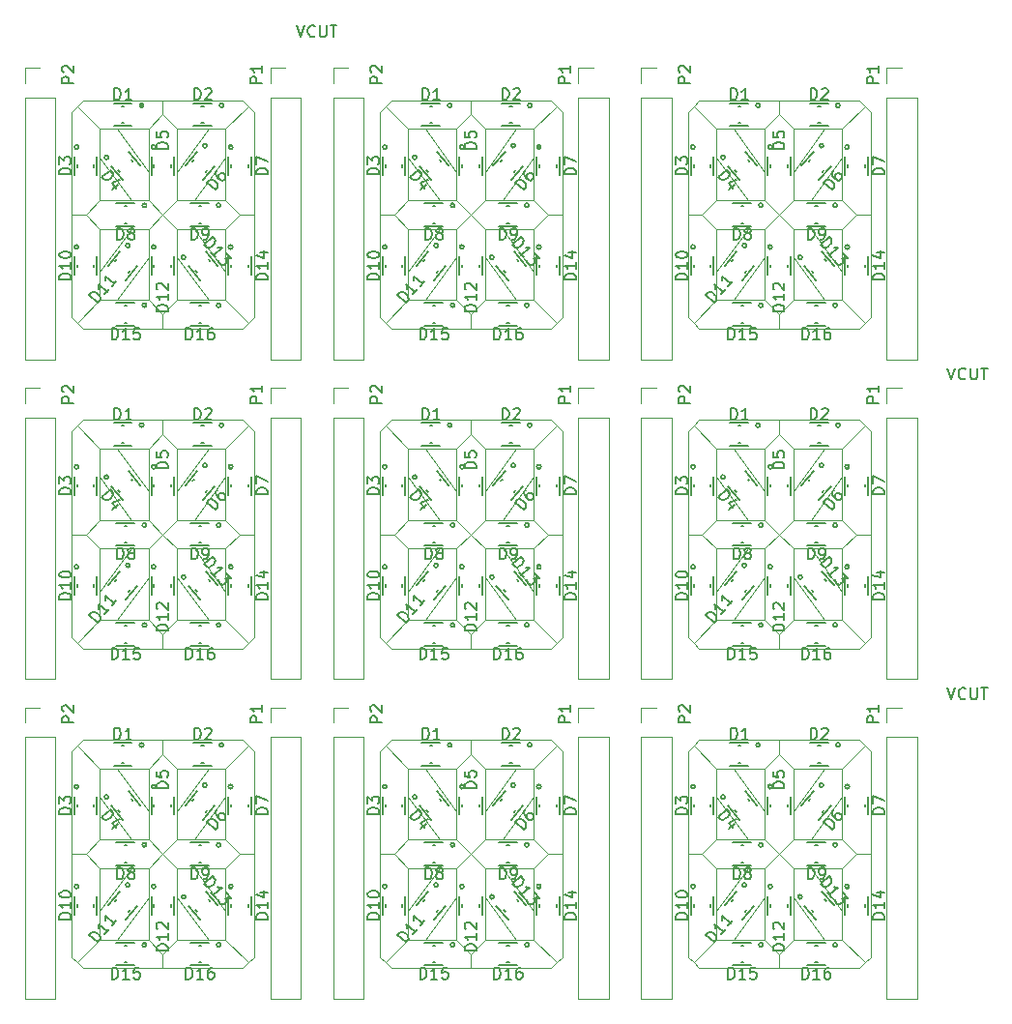
<source format=gbr>
G04 #@! TF.FileFunction,Legend,Top*
%FSLAX46Y46*%
G04 Gerber Fmt 4.6, Leading zero omitted, Abs format (unit mm)*
G04 Created by KiCad (PCBNEW 4.0.1-stable) date 2017/04/09 5:42:53*
%MOMM*%
G01*
G04 APERTURE LIST*
%ADD10C,0.100000*%
%ADD11C,0.150000*%
%ADD12C,0.200000*%
%ADD13C,0.120000*%
G04 APERTURE END LIST*
D10*
D11*
X186261905Y-68452381D02*
X186595238Y-69452381D01*
X186928572Y-68452381D01*
X187833334Y-69357143D02*
X187785715Y-69404762D01*
X187642858Y-69452381D01*
X187547620Y-69452381D01*
X187404762Y-69404762D01*
X187309524Y-69309524D01*
X187261905Y-69214286D01*
X187214286Y-69023810D01*
X187214286Y-68880952D01*
X187261905Y-68690476D01*
X187309524Y-68595238D01*
X187404762Y-68500000D01*
X187547620Y-68452381D01*
X187642858Y-68452381D01*
X187785715Y-68500000D01*
X187833334Y-68547619D01*
X188261905Y-68452381D02*
X188261905Y-69261905D01*
X188309524Y-69357143D01*
X188357143Y-69404762D01*
X188452381Y-69452381D01*
X188642858Y-69452381D01*
X188738096Y-69404762D01*
X188785715Y-69357143D01*
X188833334Y-69261905D01*
X188833334Y-68452381D01*
X189166667Y-68452381D02*
X189738096Y-68452381D01*
X189452381Y-69452381D02*
X189452381Y-68452381D01*
X186261905Y-96452381D02*
X186595238Y-97452381D01*
X186928572Y-96452381D01*
X187833334Y-97357143D02*
X187785715Y-97404762D01*
X187642858Y-97452381D01*
X187547620Y-97452381D01*
X187404762Y-97404762D01*
X187309524Y-97309524D01*
X187261905Y-97214286D01*
X187214286Y-97023810D01*
X187214286Y-96880952D01*
X187261905Y-96690476D01*
X187309524Y-96595238D01*
X187404762Y-96500000D01*
X187547620Y-96452381D01*
X187642858Y-96452381D01*
X187785715Y-96500000D01*
X187833334Y-96547619D01*
X188261905Y-96452381D02*
X188261905Y-97261905D01*
X188309524Y-97357143D01*
X188357143Y-97404762D01*
X188452381Y-97452381D01*
X188642858Y-97452381D01*
X188738096Y-97404762D01*
X188785715Y-97357143D01*
X188833334Y-97261905D01*
X188833334Y-96452381D01*
X189166667Y-96452381D02*
X189738096Y-96452381D01*
X189452381Y-97452381D02*
X189452381Y-96452381D01*
X129261905Y-38452381D02*
X129595238Y-39452381D01*
X129928572Y-38452381D01*
X130833334Y-39357143D02*
X130785715Y-39404762D01*
X130642858Y-39452381D01*
X130547620Y-39452381D01*
X130404762Y-39404762D01*
X130309524Y-39309524D01*
X130261905Y-39214286D01*
X130214286Y-39023810D01*
X130214286Y-38880952D01*
X130261905Y-38690476D01*
X130309524Y-38595238D01*
X130404762Y-38500000D01*
X130547620Y-38452381D01*
X130642858Y-38452381D01*
X130785715Y-38500000D01*
X130833334Y-38547619D01*
X131261905Y-38452381D02*
X131261905Y-39261905D01*
X131309524Y-39357143D01*
X131357143Y-39404762D01*
X131452381Y-39452381D01*
X131642858Y-39452381D01*
X131738096Y-39404762D01*
X131785715Y-39357143D01*
X131833334Y-39261905D01*
X131833334Y-38452381D01*
X132166667Y-38452381D02*
X132738096Y-38452381D01*
X132452381Y-39452381D02*
X132452381Y-38452381D01*
D10*
X172751100Y-62503600D02*
X171501100Y-63753600D01*
X172751100Y-56253600D02*
X172751100Y-62503600D01*
X171501100Y-55003600D02*
X172751100Y-56253600D01*
X170251100Y-56253600D02*
X171501100Y-55003600D01*
X170251100Y-62503600D02*
X170251100Y-56253600D01*
X171501100Y-63753600D02*
X170251100Y-62503600D01*
X177001100Y-60003600D02*
X177001100Y-62503600D01*
X174251100Y-56253600D02*
X177001100Y-60003600D01*
X172751100Y-56253600D02*
X174251100Y-56253600D01*
X172751100Y-58753600D02*
X172751100Y-56253600D01*
X175501100Y-62503600D02*
X172751100Y-58753600D01*
X177001100Y-62503600D02*
X175501100Y-62503600D01*
X179501100Y-64003600D02*
X179001100Y-64503600D01*
X179501100Y-55003600D02*
X179501100Y-64003600D01*
X178251100Y-55003600D02*
X179501100Y-55003600D01*
X177001100Y-56253600D02*
X178251100Y-55003600D01*
X177001100Y-62503600D02*
X177001100Y-56253600D01*
X179001100Y-64503600D02*
X177001100Y-62503600D01*
X177001100Y-62503600D02*
X179001100Y-64503600D01*
X172751100Y-62503600D02*
X177001100Y-62503600D01*
X171501100Y-63753600D02*
X172751100Y-62503600D01*
X171501100Y-65003600D02*
X171501100Y-63753600D01*
X178501100Y-65003600D02*
X171501100Y-65003600D01*
X179001100Y-64503600D02*
X178501100Y-65003600D01*
X166001100Y-60003600D02*
X166001100Y-62503600D01*
X168751100Y-56253600D02*
X166001100Y-60003600D01*
X170251100Y-56253600D02*
X168751100Y-56253600D01*
X170251100Y-58753600D02*
X170251100Y-56253600D01*
X167501100Y-62503600D02*
X170251100Y-58753600D01*
X166001100Y-62503600D02*
X167501100Y-62503600D01*
X163501100Y-64003600D02*
X164001100Y-64503600D01*
X163501100Y-55003600D02*
X163501100Y-64003600D01*
X164751100Y-55003600D02*
X163501100Y-55003600D01*
X166001100Y-56253600D02*
X164751100Y-55003600D01*
X166001100Y-62503600D02*
X166001100Y-56253600D01*
X164001100Y-64503600D02*
X166001100Y-62503600D01*
X166001100Y-62503600D02*
X164001100Y-64503600D01*
X170251100Y-62503600D02*
X166001100Y-62503600D01*
X171501100Y-63753600D02*
X170251100Y-62503600D01*
X171501100Y-65003600D02*
X171501100Y-63753600D01*
X164501100Y-65003600D02*
X171501100Y-65003600D01*
X164001100Y-64503600D02*
X164501100Y-65003600D01*
X172751100Y-47503600D02*
X171501100Y-46253600D01*
X172751100Y-53753600D02*
X172751100Y-47503600D01*
X171501100Y-55003600D02*
X172751100Y-53753600D01*
X170251100Y-53753600D02*
X171501100Y-55003600D01*
X170251100Y-47503600D02*
X170251100Y-53753600D01*
X171501100Y-46253600D02*
X170251100Y-47503600D01*
X177001100Y-50003600D02*
X177001100Y-47503600D01*
X174251100Y-53753600D02*
X177001100Y-50003600D01*
X172751100Y-53753600D02*
X174251100Y-53753600D01*
X172751100Y-51253600D02*
X172751100Y-53753600D01*
X175501100Y-47503600D02*
X172751100Y-51253600D01*
X177001100Y-47503600D02*
X175501100Y-47503600D01*
X177001100Y-56253600D02*
X178251100Y-55003600D01*
X172751100Y-56253600D02*
X177001100Y-56253600D01*
X171501100Y-55003600D02*
X172751100Y-56253600D01*
X172751100Y-53753600D02*
X171501100Y-55003600D01*
X177001100Y-53753600D02*
X172751100Y-53753600D01*
X178251100Y-55003600D02*
X177001100Y-53753600D01*
X179501100Y-46003600D02*
X179001100Y-45503600D01*
X179501100Y-55003600D02*
X179501100Y-46003600D01*
X178251100Y-55003600D02*
X179501100Y-55003600D01*
X177001100Y-53753600D02*
X178251100Y-55003600D01*
X177001100Y-47503600D02*
X177001100Y-53753600D01*
X179001100Y-45503600D02*
X177001100Y-47503600D01*
X177001100Y-47503600D02*
X179001100Y-45503600D01*
X172751100Y-47503600D02*
X177001100Y-47503600D01*
X171501100Y-46253600D02*
X172751100Y-47503600D01*
X171501100Y-45003600D02*
X171501100Y-46253600D01*
X178501100Y-45003600D02*
X171501100Y-45003600D01*
X179001100Y-45503600D02*
X178501100Y-45003600D01*
X166001100Y-50003600D02*
X166001100Y-47503600D01*
X168751100Y-53753600D02*
X166001100Y-50003600D01*
X170251100Y-53753600D02*
X168751100Y-53753600D01*
X170251100Y-51253600D02*
X170251100Y-53753600D01*
X167501100Y-47503600D02*
X170251100Y-51253600D01*
X166001100Y-47503600D02*
X167501100Y-47503600D01*
X166001100Y-56253600D02*
X164751100Y-55003600D01*
X170251100Y-56253600D02*
X166001100Y-56253600D01*
X171501100Y-55003600D02*
X170251100Y-56253600D01*
X170251100Y-53753600D02*
X171501100Y-55003600D01*
X166001100Y-53753600D02*
X170251100Y-53753600D01*
X164751100Y-55003600D02*
X166001100Y-53753600D01*
X163501100Y-46003600D02*
X164001100Y-45503600D01*
X163501100Y-55003600D02*
X163501100Y-46003600D01*
X164751100Y-55003600D02*
X163501100Y-55003600D01*
X166001100Y-53753600D02*
X164751100Y-55003600D01*
X166001100Y-47503600D02*
X166001100Y-53753600D01*
X164001100Y-45503600D02*
X166001100Y-47503600D01*
X166001100Y-47503600D02*
X164001100Y-45503600D01*
X170251100Y-47503600D02*
X166001100Y-47503600D01*
X171501100Y-46253600D02*
X170251100Y-47503600D01*
X171501100Y-45003600D02*
X171501100Y-46253600D01*
X164501100Y-45003600D02*
X171501100Y-45003600D01*
X164001100Y-45503600D02*
X164501100Y-45003600D01*
X137001100Y-45503600D02*
X137501100Y-45003600D01*
X137501100Y-45003600D02*
X144501100Y-45003600D01*
X144501100Y-45003600D02*
X144501100Y-46253600D01*
X144501100Y-46253600D02*
X143251100Y-47503600D01*
X143251100Y-47503600D02*
X139001100Y-47503600D01*
X139001100Y-47503600D02*
X137001100Y-45503600D01*
X137001100Y-45503600D02*
X139001100Y-47503600D01*
X139001100Y-47503600D02*
X139001100Y-53753600D01*
X139001100Y-53753600D02*
X137751100Y-55003600D01*
X137751100Y-55003600D02*
X136501100Y-55003600D01*
X136501100Y-55003600D02*
X136501100Y-46003600D01*
X136501100Y-46003600D02*
X137001100Y-45503600D01*
X137751100Y-55003600D02*
X139001100Y-53753600D01*
X139001100Y-53753600D02*
X143251100Y-53753600D01*
X143251100Y-53753600D02*
X144501100Y-55003600D01*
X144501100Y-55003600D02*
X143251100Y-56253600D01*
X143251100Y-56253600D02*
X139001100Y-56253600D01*
X139001100Y-56253600D02*
X137751100Y-55003600D01*
X139001100Y-47503600D02*
X140501100Y-47503600D01*
X140501100Y-47503600D02*
X143251100Y-51253600D01*
X143251100Y-51253600D02*
X143251100Y-53753600D01*
X143251100Y-53753600D02*
X141751100Y-53753600D01*
X141751100Y-53753600D02*
X139001100Y-50003600D01*
X139001100Y-50003600D02*
X139001100Y-47503600D01*
X152001100Y-45503600D02*
X151501100Y-45003600D01*
X151501100Y-45003600D02*
X144501100Y-45003600D01*
X144501100Y-45003600D02*
X144501100Y-46253600D01*
X144501100Y-46253600D02*
X145751100Y-47503600D01*
X145751100Y-47503600D02*
X150001100Y-47503600D01*
X150001100Y-47503600D02*
X152001100Y-45503600D01*
X152001100Y-45503600D02*
X150001100Y-47503600D01*
X150001100Y-47503600D02*
X150001100Y-53753600D01*
X150001100Y-53753600D02*
X151251100Y-55003600D01*
X151251100Y-55003600D02*
X152501100Y-55003600D01*
X152501100Y-55003600D02*
X152501100Y-46003600D01*
X152501100Y-46003600D02*
X152001100Y-45503600D01*
X151251100Y-55003600D02*
X150001100Y-53753600D01*
X150001100Y-53753600D02*
X145751100Y-53753600D01*
X145751100Y-53753600D02*
X144501100Y-55003600D01*
X144501100Y-55003600D02*
X145751100Y-56253600D01*
X145751100Y-56253600D02*
X150001100Y-56253600D01*
X150001100Y-56253600D02*
X151251100Y-55003600D01*
X150001100Y-47503600D02*
X148501100Y-47503600D01*
X148501100Y-47503600D02*
X145751100Y-51253600D01*
X145751100Y-51253600D02*
X145751100Y-53753600D01*
X145751100Y-53753600D02*
X147251100Y-53753600D01*
X147251100Y-53753600D02*
X150001100Y-50003600D01*
X150001100Y-50003600D02*
X150001100Y-47503600D01*
X144501100Y-46253600D02*
X143251100Y-47503600D01*
X143251100Y-47503600D02*
X143251100Y-53753600D01*
X143251100Y-53753600D02*
X144501100Y-55003600D01*
X144501100Y-55003600D02*
X145751100Y-53753600D01*
X145751100Y-53753600D02*
X145751100Y-47503600D01*
X145751100Y-47503600D02*
X144501100Y-46253600D01*
X137001100Y-64503600D02*
X137501100Y-65003600D01*
X137501100Y-65003600D02*
X144501100Y-65003600D01*
X144501100Y-65003600D02*
X144501100Y-63753600D01*
X144501100Y-63753600D02*
X143251100Y-62503600D01*
X143251100Y-62503600D02*
X139001100Y-62503600D01*
X139001100Y-62503600D02*
X137001100Y-64503600D01*
X137001100Y-64503600D02*
X139001100Y-62503600D01*
X139001100Y-62503600D02*
X139001100Y-56253600D01*
X139001100Y-56253600D02*
X137751100Y-55003600D01*
X137751100Y-55003600D02*
X136501100Y-55003600D01*
X136501100Y-55003600D02*
X136501100Y-64003600D01*
X136501100Y-64003600D02*
X137001100Y-64503600D01*
X139001100Y-62503600D02*
X140501100Y-62503600D01*
X140501100Y-62503600D02*
X143251100Y-58753600D01*
X143251100Y-58753600D02*
X143251100Y-56253600D01*
X143251100Y-56253600D02*
X141751100Y-56253600D01*
X141751100Y-56253600D02*
X139001100Y-60003600D01*
X139001100Y-60003600D02*
X139001100Y-62503600D01*
X152001100Y-64503600D02*
X151501100Y-65003600D01*
X151501100Y-65003600D02*
X144501100Y-65003600D01*
X144501100Y-65003600D02*
X144501100Y-63753600D01*
X144501100Y-63753600D02*
X145751100Y-62503600D01*
X145751100Y-62503600D02*
X150001100Y-62503600D01*
X150001100Y-62503600D02*
X152001100Y-64503600D01*
X152001100Y-64503600D02*
X150001100Y-62503600D01*
X150001100Y-62503600D02*
X150001100Y-56253600D01*
X150001100Y-56253600D02*
X151251100Y-55003600D01*
X151251100Y-55003600D02*
X152501100Y-55003600D01*
X152501100Y-55003600D02*
X152501100Y-64003600D01*
X152501100Y-64003600D02*
X152001100Y-64503600D01*
X150001100Y-62503600D02*
X148501100Y-62503600D01*
X148501100Y-62503600D02*
X145751100Y-58753600D01*
X145751100Y-58753600D02*
X145751100Y-56253600D01*
X145751100Y-56253600D02*
X147251100Y-56253600D01*
X147251100Y-56253600D02*
X150001100Y-60003600D01*
X150001100Y-60003600D02*
X150001100Y-62503600D01*
X144501100Y-63753600D02*
X143251100Y-62503600D01*
X143251100Y-62503600D02*
X143251100Y-56253600D01*
X143251100Y-56253600D02*
X144501100Y-55003600D01*
X144501100Y-55003600D02*
X145751100Y-56253600D01*
X145751100Y-56253600D02*
X145751100Y-62503600D01*
X145751100Y-62503600D02*
X144501100Y-63753600D01*
X118751100Y-62503600D02*
X117501100Y-63753600D01*
X118751100Y-56253600D02*
X118751100Y-62503600D01*
X117501100Y-55003600D02*
X118751100Y-56253600D01*
X116251100Y-56253600D02*
X117501100Y-55003600D01*
X116251100Y-62503600D02*
X116251100Y-56253600D01*
X117501100Y-63753600D02*
X116251100Y-62503600D01*
X123001100Y-60003600D02*
X123001100Y-62503600D01*
X120251100Y-56253600D02*
X123001100Y-60003600D01*
X118751100Y-56253600D02*
X120251100Y-56253600D01*
X118751100Y-58753600D02*
X118751100Y-56253600D01*
X121501100Y-62503600D02*
X118751100Y-58753600D01*
X123001100Y-62503600D02*
X121501100Y-62503600D01*
X125501100Y-64003600D02*
X125001100Y-64503600D01*
X125501100Y-55003600D02*
X125501100Y-64003600D01*
X124251100Y-55003600D02*
X125501100Y-55003600D01*
X123001100Y-56253600D02*
X124251100Y-55003600D01*
X123001100Y-62503600D02*
X123001100Y-56253600D01*
X125001100Y-64503600D02*
X123001100Y-62503600D01*
X123001100Y-62503600D02*
X125001100Y-64503600D01*
X118751100Y-62503600D02*
X123001100Y-62503600D01*
X117501100Y-63753600D02*
X118751100Y-62503600D01*
X117501100Y-65003600D02*
X117501100Y-63753600D01*
X124501100Y-65003600D02*
X117501100Y-65003600D01*
X125001100Y-64503600D02*
X124501100Y-65003600D01*
X112001100Y-60003600D02*
X112001100Y-62503600D01*
X114751100Y-56253600D02*
X112001100Y-60003600D01*
X116251100Y-56253600D02*
X114751100Y-56253600D01*
X116251100Y-58753600D02*
X116251100Y-56253600D01*
X113501100Y-62503600D02*
X116251100Y-58753600D01*
X112001100Y-62503600D02*
X113501100Y-62503600D01*
X109501100Y-64003600D02*
X110001100Y-64503600D01*
X109501100Y-55003600D02*
X109501100Y-64003600D01*
X110751100Y-55003600D02*
X109501100Y-55003600D01*
X112001100Y-56253600D02*
X110751100Y-55003600D01*
X112001100Y-62503600D02*
X112001100Y-56253600D01*
X110001100Y-64503600D02*
X112001100Y-62503600D01*
X112001100Y-62503600D02*
X110001100Y-64503600D01*
X116251100Y-62503600D02*
X112001100Y-62503600D01*
X117501100Y-63753600D02*
X116251100Y-62503600D01*
X117501100Y-65003600D02*
X117501100Y-63753600D01*
X110501100Y-65003600D02*
X117501100Y-65003600D01*
X110001100Y-64503600D02*
X110501100Y-65003600D01*
X118751100Y-47503600D02*
X117501100Y-46253600D01*
X118751100Y-53753600D02*
X118751100Y-47503600D01*
X117501100Y-55003600D02*
X118751100Y-53753600D01*
X116251100Y-53753600D02*
X117501100Y-55003600D01*
X116251100Y-47503600D02*
X116251100Y-53753600D01*
X117501100Y-46253600D02*
X116251100Y-47503600D01*
X123001100Y-50003600D02*
X123001100Y-47503600D01*
X120251100Y-53753600D02*
X123001100Y-50003600D01*
X118751100Y-53753600D02*
X120251100Y-53753600D01*
X118751100Y-51253600D02*
X118751100Y-53753600D01*
X121501100Y-47503600D02*
X118751100Y-51253600D01*
X123001100Y-47503600D02*
X121501100Y-47503600D01*
X123001100Y-56253600D02*
X124251100Y-55003600D01*
X118751100Y-56253600D02*
X123001100Y-56253600D01*
X117501100Y-55003600D02*
X118751100Y-56253600D01*
X118751100Y-53753600D02*
X117501100Y-55003600D01*
X123001100Y-53753600D02*
X118751100Y-53753600D01*
X124251100Y-55003600D02*
X123001100Y-53753600D01*
X125501100Y-46003600D02*
X125001100Y-45503600D01*
X125501100Y-55003600D02*
X125501100Y-46003600D01*
X124251100Y-55003600D02*
X125501100Y-55003600D01*
X123001100Y-53753600D02*
X124251100Y-55003600D01*
X123001100Y-47503600D02*
X123001100Y-53753600D01*
X125001100Y-45503600D02*
X123001100Y-47503600D01*
X123001100Y-47503600D02*
X125001100Y-45503600D01*
X118751100Y-47503600D02*
X123001100Y-47503600D01*
X117501100Y-46253600D02*
X118751100Y-47503600D01*
X117501100Y-45003600D02*
X117501100Y-46253600D01*
X124501100Y-45003600D02*
X117501100Y-45003600D01*
X125001100Y-45503600D02*
X124501100Y-45003600D01*
X112001100Y-50003600D02*
X112001100Y-47503600D01*
X114751100Y-53753600D02*
X112001100Y-50003600D01*
X116251100Y-53753600D02*
X114751100Y-53753600D01*
X116251100Y-51253600D02*
X116251100Y-53753600D01*
X113501100Y-47503600D02*
X116251100Y-51253600D01*
X112001100Y-47503600D02*
X113501100Y-47503600D01*
X112001100Y-56253600D02*
X110751100Y-55003600D01*
X116251100Y-56253600D02*
X112001100Y-56253600D01*
X117501100Y-55003600D02*
X116251100Y-56253600D01*
X116251100Y-53753600D02*
X117501100Y-55003600D01*
X112001100Y-53753600D02*
X116251100Y-53753600D01*
X110751100Y-55003600D02*
X112001100Y-53753600D01*
X109501100Y-46003600D02*
X110001100Y-45503600D01*
X109501100Y-55003600D02*
X109501100Y-46003600D01*
X110751100Y-55003600D02*
X109501100Y-55003600D01*
X112001100Y-53753600D02*
X110751100Y-55003600D01*
X112001100Y-47503600D02*
X112001100Y-53753600D01*
X110001100Y-45503600D02*
X112001100Y-47503600D01*
X112001100Y-47503600D02*
X110001100Y-45503600D01*
X116251100Y-47503600D02*
X112001100Y-47503600D01*
X117501100Y-46253600D02*
X116251100Y-47503600D01*
X117501100Y-45003600D02*
X117501100Y-46253600D01*
X110501100Y-45003600D02*
X117501100Y-45003600D01*
X110001100Y-45503600D02*
X110501100Y-45003600D01*
X110001100Y-73503600D02*
X110501100Y-73003600D01*
X110501100Y-73003600D02*
X117501100Y-73003600D01*
X117501100Y-73003600D02*
X117501100Y-74253600D01*
X117501100Y-74253600D02*
X116251100Y-75503600D01*
X116251100Y-75503600D02*
X112001100Y-75503600D01*
X112001100Y-75503600D02*
X110001100Y-73503600D01*
X110001100Y-73503600D02*
X112001100Y-75503600D01*
X112001100Y-75503600D02*
X112001100Y-81753600D01*
X112001100Y-81753600D02*
X110751100Y-83003600D01*
X110751100Y-83003600D02*
X109501100Y-83003600D01*
X109501100Y-83003600D02*
X109501100Y-74003600D01*
X109501100Y-74003600D02*
X110001100Y-73503600D01*
X110751100Y-83003600D02*
X112001100Y-81753600D01*
X112001100Y-81753600D02*
X116251100Y-81753600D01*
X116251100Y-81753600D02*
X117501100Y-83003600D01*
X117501100Y-83003600D02*
X116251100Y-84253600D01*
X116251100Y-84253600D02*
X112001100Y-84253600D01*
X112001100Y-84253600D02*
X110751100Y-83003600D01*
X112001100Y-75503600D02*
X113501100Y-75503600D01*
X113501100Y-75503600D02*
X116251100Y-79253600D01*
X116251100Y-79253600D02*
X116251100Y-81753600D01*
X116251100Y-81753600D02*
X114751100Y-81753600D01*
X114751100Y-81753600D02*
X112001100Y-78003600D01*
X112001100Y-78003600D02*
X112001100Y-75503600D01*
X125001100Y-73503600D02*
X124501100Y-73003600D01*
X124501100Y-73003600D02*
X117501100Y-73003600D01*
X117501100Y-73003600D02*
X117501100Y-74253600D01*
X117501100Y-74253600D02*
X118751100Y-75503600D01*
X118751100Y-75503600D02*
X123001100Y-75503600D01*
X123001100Y-75503600D02*
X125001100Y-73503600D01*
X125001100Y-73503600D02*
X123001100Y-75503600D01*
X123001100Y-75503600D02*
X123001100Y-81753600D01*
X123001100Y-81753600D02*
X124251100Y-83003600D01*
X124251100Y-83003600D02*
X125501100Y-83003600D01*
X125501100Y-83003600D02*
X125501100Y-74003600D01*
X125501100Y-74003600D02*
X125001100Y-73503600D01*
X124251100Y-83003600D02*
X123001100Y-81753600D01*
X123001100Y-81753600D02*
X118751100Y-81753600D01*
X118751100Y-81753600D02*
X117501100Y-83003600D01*
X117501100Y-83003600D02*
X118751100Y-84253600D01*
X118751100Y-84253600D02*
X123001100Y-84253600D01*
X123001100Y-84253600D02*
X124251100Y-83003600D01*
X123001100Y-75503600D02*
X121501100Y-75503600D01*
X121501100Y-75503600D02*
X118751100Y-79253600D01*
X118751100Y-79253600D02*
X118751100Y-81753600D01*
X118751100Y-81753600D02*
X120251100Y-81753600D01*
X120251100Y-81753600D02*
X123001100Y-78003600D01*
X123001100Y-78003600D02*
X123001100Y-75503600D01*
X117501100Y-74253600D02*
X116251100Y-75503600D01*
X116251100Y-75503600D02*
X116251100Y-81753600D01*
X116251100Y-81753600D02*
X117501100Y-83003600D01*
X117501100Y-83003600D02*
X118751100Y-81753600D01*
X118751100Y-81753600D02*
X118751100Y-75503600D01*
X118751100Y-75503600D02*
X117501100Y-74253600D01*
X110001100Y-92503600D02*
X110501100Y-93003600D01*
X110501100Y-93003600D02*
X117501100Y-93003600D01*
X117501100Y-93003600D02*
X117501100Y-91753600D01*
X117501100Y-91753600D02*
X116251100Y-90503600D01*
X116251100Y-90503600D02*
X112001100Y-90503600D01*
X112001100Y-90503600D02*
X110001100Y-92503600D01*
X110001100Y-92503600D02*
X112001100Y-90503600D01*
X112001100Y-90503600D02*
X112001100Y-84253600D01*
X112001100Y-84253600D02*
X110751100Y-83003600D01*
X110751100Y-83003600D02*
X109501100Y-83003600D01*
X109501100Y-83003600D02*
X109501100Y-92003600D01*
X109501100Y-92003600D02*
X110001100Y-92503600D01*
X112001100Y-90503600D02*
X113501100Y-90503600D01*
X113501100Y-90503600D02*
X116251100Y-86753600D01*
X116251100Y-86753600D02*
X116251100Y-84253600D01*
X116251100Y-84253600D02*
X114751100Y-84253600D01*
X114751100Y-84253600D02*
X112001100Y-88003600D01*
X112001100Y-88003600D02*
X112001100Y-90503600D01*
X125001100Y-92503600D02*
X124501100Y-93003600D01*
X124501100Y-93003600D02*
X117501100Y-93003600D01*
X117501100Y-93003600D02*
X117501100Y-91753600D01*
X117501100Y-91753600D02*
X118751100Y-90503600D01*
X118751100Y-90503600D02*
X123001100Y-90503600D01*
X123001100Y-90503600D02*
X125001100Y-92503600D01*
X125001100Y-92503600D02*
X123001100Y-90503600D01*
X123001100Y-90503600D02*
X123001100Y-84253600D01*
X123001100Y-84253600D02*
X124251100Y-83003600D01*
X124251100Y-83003600D02*
X125501100Y-83003600D01*
X125501100Y-83003600D02*
X125501100Y-92003600D01*
X125501100Y-92003600D02*
X125001100Y-92503600D01*
X123001100Y-90503600D02*
X121501100Y-90503600D01*
X121501100Y-90503600D02*
X118751100Y-86753600D01*
X118751100Y-86753600D02*
X118751100Y-84253600D01*
X118751100Y-84253600D02*
X120251100Y-84253600D01*
X120251100Y-84253600D02*
X123001100Y-88003600D01*
X123001100Y-88003600D02*
X123001100Y-90503600D01*
X117501100Y-91753600D02*
X116251100Y-90503600D01*
X116251100Y-90503600D02*
X116251100Y-84253600D01*
X116251100Y-84253600D02*
X117501100Y-83003600D01*
X117501100Y-83003600D02*
X118751100Y-84253600D01*
X118751100Y-84253600D02*
X118751100Y-90503600D01*
X118751100Y-90503600D02*
X117501100Y-91753600D01*
X145751100Y-90503600D02*
X144501100Y-91753600D01*
X145751100Y-84253600D02*
X145751100Y-90503600D01*
X144501100Y-83003600D02*
X145751100Y-84253600D01*
X143251100Y-84253600D02*
X144501100Y-83003600D01*
X143251100Y-90503600D02*
X143251100Y-84253600D01*
X144501100Y-91753600D02*
X143251100Y-90503600D01*
X150001100Y-88003600D02*
X150001100Y-90503600D01*
X147251100Y-84253600D02*
X150001100Y-88003600D01*
X145751100Y-84253600D02*
X147251100Y-84253600D01*
X145751100Y-86753600D02*
X145751100Y-84253600D01*
X148501100Y-90503600D02*
X145751100Y-86753600D01*
X150001100Y-90503600D02*
X148501100Y-90503600D01*
X152501100Y-92003600D02*
X152001100Y-92503600D01*
X152501100Y-83003600D02*
X152501100Y-92003600D01*
X151251100Y-83003600D02*
X152501100Y-83003600D01*
X150001100Y-84253600D02*
X151251100Y-83003600D01*
X150001100Y-90503600D02*
X150001100Y-84253600D01*
X152001100Y-92503600D02*
X150001100Y-90503600D01*
X150001100Y-90503600D02*
X152001100Y-92503600D01*
X145751100Y-90503600D02*
X150001100Y-90503600D01*
X144501100Y-91753600D02*
X145751100Y-90503600D01*
X144501100Y-93003600D02*
X144501100Y-91753600D01*
X151501100Y-93003600D02*
X144501100Y-93003600D01*
X152001100Y-92503600D02*
X151501100Y-93003600D01*
X139001100Y-88003600D02*
X139001100Y-90503600D01*
X141751100Y-84253600D02*
X139001100Y-88003600D01*
X143251100Y-84253600D02*
X141751100Y-84253600D01*
X143251100Y-86753600D02*
X143251100Y-84253600D01*
X140501100Y-90503600D02*
X143251100Y-86753600D01*
X139001100Y-90503600D02*
X140501100Y-90503600D01*
X136501100Y-92003600D02*
X137001100Y-92503600D01*
X136501100Y-83003600D02*
X136501100Y-92003600D01*
X137751100Y-83003600D02*
X136501100Y-83003600D01*
X139001100Y-84253600D02*
X137751100Y-83003600D01*
X139001100Y-90503600D02*
X139001100Y-84253600D01*
X137001100Y-92503600D02*
X139001100Y-90503600D01*
X139001100Y-90503600D02*
X137001100Y-92503600D01*
X143251100Y-90503600D02*
X139001100Y-90503600D01*
X144501100Y-91753600D02*
X143251100Y-90503600D01*
X144501100Y-93003600D02*
X144501100Y-91753600D01*
X137501100Y-93003600D02*
X144501100Y-93003600D01*
X137001100Y-92503600D02*
X137501100Y-93003600D01*
X145751100Y-75503600D02*
X144501100Y-74253600D01*
X145751100Y-81753600D02*
X145751100Y-75503600D01*
X144501100Y-83003600D02*
X145751100Y-81753600D01*
X143251100Y-81753600D02*
X144501100Y-83003600D01*
X143251100Y-75503600D02*
X143251100Y-81753600D01*
X144501100Y-74253600D02*
X143251100Y-75503600D01*
X150001100Y-78003600D02*
X150001100Y-75503600D01*
X147251100Y-81753600D02*
X150001100Y-78003600D01*
X145751100Y-81753600D02*
X147251100Y-81753600D01*
X145751100Y-79253600D02*
X145751100Y-81753600D01*
X148501100Y-75503600D02*
X145751100Y-79253600D01*
X150001100Y-75503600D02*
X148501100Y-75503600D01*
X150001100Y-84253600D02*
X151251100Y-83003600D01*
X145751100Y-84253600D02*
X150001100Y-84253600D01*
X144501100Y-83003600D02*
X145751100Y-84253600D01*
X145751100Y-81753600D02*
X144501100Y-83003600D01*
X150001100Y-81753600D02*
X145751100Y-81753600D01*
X151251100Y-83003600D02*
X150001100Y-81753600D01*
X152501100Y-74003600D02*
X152001100Y-73503600D01*
X152501100Y-83003600D02*
X152501100Y-74003600D01*
X151251100Y-83003600D02*
X152501100Y-83003600D01*
X150001100Y-81753600D02*
X151251100Y-83003600D01*
X150001100Y-75503600D02*
X150001100Y-81753600D01*
X152001100Y-73503600D02*
X150001100Y-75503600D01*
X150001100Y-75503600D02*
X152001100Y-73503600D01*
X145751100Y-75503600D02*
X150001100Y-75503600D01*
X144501100Y-74253600D02*
X145751100Y-75503600D01*
X144501100Y-73003600D02*
X144501100Y-74253600D01*
X151501100Y-73003600D02*
X144501100Y-73003600D01*
X152001100Y-73503600D02*
X151501100Y-73003600D01*
X139001100Y-78003600D02*
X139001100Y-75503600D01*
X141751100Y-81753600D02*
X139001100Y-78003600D01*
X143251100Y-81753600D02*
X141751100Y-81753600D01*
X143251100Y-79253600D02*
X143251100Y-81753600D01*
X140501100Y-75503600D02*
X143251100Y-79253600D01*
X139001100Y-75503600D02*
X140501100Y-75503600D01*
X139001100Y-84253600D02*
X137751100Y-83003600D01*
X143251100Y-84253600D02*
X139001100Y-84253600D01*
X144501100Y-83003600D02*
X143251100Y-84253600D01*
X143251100Y-81753600D02*
X144501100Y-83003600D01*
X139001100Y-81753600D02*
X143251100Y-81753600D01*
X137751100Y-83003600D02*
X139001100Y-81753600D01*
X136501100Y-74003600D02*
X137001100Y-73503600D01*
X136501100Y-83003600D02*
X136501100Y-74003600D01*
X137751100Y-83003600D02*
X136501100Y-83003600D01*
X139001100Y-81753600D02*
X137751100Y-83003600D01*
X139001100Y-75503600D02*
X139001100Y-81753600D01*
X137001100Y-73503600D02*
X139001100Y-75503600D01*
X139001100Y-75503600D02*
X137001100Y-73503600D01*
X143251100Y-75503600D02*
X139001100Y-75503600D01*
X144501100Y-74253600D02*
X143251100Y-75503600D01*
X144501100Y-73003600D02*
X144501100Y-74253600D01*
X137501100Y-73003600D02*
X144501100Y-73003600D01*
X137001100Y-73503600D02*
X137501100Y-73003600D01*
X164001100Y-73503600D02*
X164501100Y-73003600D01*
X164501100Y-73003600D02*
X171501100Y-73003600D01*
X171501100Y-73003600D02*
X171501100Y-74253600D01*
X171501100Y-74253600D02*
X170251100Y-75503600D01*
X170251100Y-75503600D02*
X166001100Y-75503600D01*
X166001100Y-75503600D02*
X164001100Y-73503600D01*
X164001100Y-73503600D02*
X166001100Y-75503600D01*
X166001100Y-75503600D02*
X166001100Y-81753600D01*
X166001100Y-81753600D02*
X164751100Y-83003600D01*
X164751100Y-83003600D02*
X163501100Y-83003600D01*
X163501100Y-83003600D02*
X163501100Y-74003600D01*
X163501100Y-74003600D02*
X164001100Y-73503600D01*
X164751100Y-83003600D02*
X166001100Y-81753600D01*
X166001100Y-81753600D02*
X170251100Y-81753600D01*
X170251100Y-81753600D02*
X171501100Y-83003600D01*
X171501100Y-83003600D02*
X170251100Y-84253600D01*
X170251100Y-84253600D02*
X166001100Y-84253600D01*
X166001100Y-84253600D02*
X164751100Y-83003600D01*
X166001100Y-75503600D02*
X167501100Y-75503600D01*
X167501100Y-75503600D02*
X170251100Y-79253600D01*
X170251100Y-79253600D02*
X170251100Y-81753600D01*
X170251100Y-81753600D02*
X168751100Y-81753600D01*
X168751100Y-81753600D02*
X166001100Y-78003600D01*
X166001100Y-78003600D02*
X166001100Y-75503600D01*
X179001100Y-73503600D02*
X178501100Y-73003600D01*
X178501100Y-73003600D02*
X171501100Y-73003600D01*
X171501100Y-73003600D02*
X171501100Y-74253600D01*
X171501100Y-74253600D02*
X172751100Y-75503600D01*
X172751100Y-75503600D02*
X177001100Y-75503600D01*
X177001100Y-75503600D02*
X179001100Y-73503600D01*
X179001100Y-73503600D02*
X177001100Y-75503600D01*
X177001100Y-75503600D02*
X177001100Y-81753600D01*
X177001100Y-81753600D02*
X178251100Y-83003600D01*
X178251100Y-83003600D02*
X179501100Y-83003600D01*
X179501100Y-83003600D02*
X179501100Y-74003600D01*
X179501100Y-74003600D02*
X179001100Y-73503600D01*
X178251100Y-83003600D02*
X177001100Y-81753600D01*
X177001100Y-81753600D02*
X172751100Y-81753600D01*
X172751100Y-81753600D02*
X171501100Y-83003600D01*
X171501100Y-83003600D02*
X172751100Y-84253600D01*
X172751100Y-84253600D02*
X177001100Y-84253600D01*
X177001100Y-84253600D02*
X178251100Y-83003600D01*
X177001100Y-75503600D02*
X175501100Y-75503600D01*
X175501100Y-75503600D02*
X172751100Y-79253600D01*
X172751100Y-79253600D02*
X172751100Y-81753600D01*
X172751100Y-81753600D02*
X174251100Y-81753600D01*
X174251100Y-81753600D02*
X177001100Y-78003600D01*
X177001100Y-78003600D02*
X177001100Y-75503600D01*
X171501100Y-74253600D02*
X170251100Y-75503600D01*
X170251100Y-75503600D02*
X170251100Y-81753600D01*
X170251100Y-81753600D02*
X171501100Y-83003600D01*
X171501100Y-83003600D02*
X172751100Y-81753600D01*
X172751100Y-81753600D02*
X172751100Y-75503600D01*
X172751100Y-75503600D02*
X171501100Y-74253600D01*
X164001100Y-92503600D02*
X164501100Y-93003600D01*
X164501100Y-93003600D02*
X171501100Y-93003600D01*
X171501100Y-93003600D02*
X171501100Y-91753600D01*
X171501100Y-91753600D02*
X170251100Y-90503600D01*
X170251100Y-90503600D02*
X166001100Y-90503600D01*
X166001100Y-90503600D02*
X164001100Y-92503600D01*
X164001100Y-92503600D02*
X166001100Y-90503600D01*
X166001100Y-90503600D02*
X166001100Y-84253600D01*
X166001100Y-84253600D02*
X164751100Y-83003600D01*
X164751100Y-83003600D02*
X163501100Y-83003600D01*
X163501100Y-83003600D02*
X163501100Y-92003600D01*
X163501100Y-92003600D02*
X164001100Y-92503600D01*
X166001100Y-90503600D02*
X167501100Y-90503600D01*
X167501100Y-90503600D02*
X170251100Y-86753600D01*
X170251100Y-86753600D02*
X170251100Y-84253600D01*
X170251100Y-84253600D02*
X168751100Y-84253600D01*
X168751100Y-84253600D02*
X166001100Y-88003600D01*
X166001100Y-88003600D02*
X166001100Y-90503600D01*
X179001100Y-92503600D02*
X178501100Y-93003600D01*
X178501100Y-93003600D02*
X171501100Y-93003600D01*
X171501100Y-93003600D02*
X171501100Y-91753600D01*
X171501100Y-91753600D02*
X172751100Y-90503600D01*
X172751100Y-90503600D02*
X177001100Y-90503600D01*
X177001100Y-90503600D02*
X179001100Y-92503600D01*
X179001100Y-92503600D02*
X177001100Y-90503600D01*
X177001100Y-90503600D02*
X177001100Y-84253600D01*
X177001100Y-84253600D02*
X178251100Y-83003600D01*
X178251100Y-83003600D02*
X179501100Y-83003600D01*
X179501100Y-83003600D02*
X179501100Y-92003600D01*
X179501100Y-92003600D02*
X179001100Y-92503600D01*
X177001100Y-90503600D02*
X175501100Y-90503600D01*
X175501100Y-90503600D02*
X172751100Y-86753600D01*
X172751100Y-86753600D02*
X172751100Y-84253600D01*
X172751100Y-84253600D02*
X174251100Y-84253600D01*
X174251100Y-84253600D02*
X177001100Y-88003600D01*
X177001100Y-88003600D02*
X177001100Y-90503600D01*
X171501100Y-91753600D02*
X170251100Y-90503600D01*
X170251100Y-90503600D02*
X170251100Y-84253600D01*
X170251100Y-84253600D02*
X171501100Y-83003600D01*
X171501100Y-83003600D02*
X172751100Y-84253600D01*
X172751100Y-84253600D02*
X172751100Y-90503600D01*
X172751100Y-90503600D02*
X171501100Y-91753600D01*
X172751100Y-118503600D02*
X171501100Y-119753600D01*
X172751100Y-112253600D02*
X172751100Y-118503600D01*
X171501100Y-111003600D02*
X172751100Y-112253600D01*
X170251100Y-112253600D02*
X171501100Y-111003600D01*
X170251100Y-118503600D02*
X170251100Y-112253600D01*
X171501100Y-119753600D02*
X170251100Y-118503600D01*
X177001100Y-116003600D02*
X177001100Y-118503600D01*
X174251100Y-112253600D02*
X177001100Y-116003600D01*
X172751100Y-112253600D02*
X174251100Y-112253600D01*
X172751100Y-114753600D02*
X172751100Y-112253600D01*
X175501100Y-118503600D02*
X172751100Y-114753600D01*
X177001100Y-118503600D02*
X175501100Y-118503600D01*
X179501100Y-120003600D02*
X179001100Y-120503600D01*
X179501100Y-111003600D02*
X179501100Y-120003600D01*
X178251100Y-111003600D02*
X179501100Y-111003600D01*
X177001100Y-112253600D02*
X178251100Y-111003600D01*
X177001100Y-118503600D02*
X177001100Y-112253600D01*
X179001100Y-120503600D02*
X177001100Y-118503600D01*
X177001100Y-118503600D02*
X179001100Y-120503600D01*
X172751100Y-118503600D02*
X177001100Y-118503600D01*
X171501100Y-119753600D02*
X172751100Y-118503600D01*
X171501100Y-121003600D02*
X171501100Y-119753600D01*
X178501100Y-121003600D02*
X171501100Y-121003600D01*
X179001100Y-120503600D02*
X178501100Y-121003600D01*
X166001100Y-116003600D02*
X166001100Y-118503600D01*
X168751100Y-112253600D02*
X166001100Y-116003600D01*
X170251100Y-112253600D02*
X168751100Y-112253600D01*
X170251100Y-114753600D02*
X170251100Y-112253600D01*
X167501100Y-118503600D02*
X170251100Y-114753600D01*
X166001100Y-118503600D02*
X167501100Y-118503600D01*
X163501100Y-120003600D02*
X164001100Y-120503600D01*
X163501100Y-111003600D02*
X163501100Y-120003600D01*
X164751100Y-111003600D02*
X163501100Y-111003600D01*
X166001100Y-112253600D02*
X164751100Y-111003600D01*
X166001100Y-118503600D02*
X166001100Y-112253600D01*
X164001100Y-120503600D02*
X166001100Y-118503600D01*
X166001100Y-118503600D02*
X164001100Y-120503600D01*
X170251100Y-118503600D02*
X166001100Y-118503600D01*
X171501100Y-119753600D02*
X170251100Y-118503600D01*
X171501100Y-121003600D02*
X171501100Y-119753600D01*
X164501100Y-121003600D02*
X171501100Y-121003600D01*
X164001100Y-120503600D02*
X164501100Y-121003600D01*
X172751100Y-103503600D02*
X171501100Y-102253600D01*
X172751100Y-109753600D02*
X172751100Y-103503600D01*
X171501100Y-111003600D02*
X172751100Y-109753600D01*
X170251100Y-109753600D02*
X171501100Y-111003600D01*
X170251100Y-103503600D02*
X170251100Y-109753600D01*
X171501100Y-102253600D02*
X170251100Y-103503600D01*
X177001100Y-106003600D02*
X177001100Y-103503600D01*
X174251100Y-109753600D02*
X177001100Y-106003600D01*
X172751100Y-109753600D02*
X174251100Y-109753600D01*
X172751100Y-107253600D02*
X172751100Y-109753600D01*
X175501100Y-103503600D02*
X172751100Y-107253600D01*
X177001100Y-103503600D02*
X175501100Y-103503600D01*
X177001100Y-112253600D02*
X178251100Y-111003600D01*
X172751100Y-112253600D02*
X177001100Y-112253600D01*
X171501100Y-111003600D02*
X172751100Y-112253600D01*
X172751100Y-109753600D02*
X171501100Y-111003600D01*
X177001100Y-109753600D02*
X172751100Y-109753600D01*
X178251100Y-111003600D02*
X177001100Y-109753600D01*
X179501100Y-102003600D02*
X179001100Y-101503600D01*
X179501100Y-111003600D02*
X179501100Y-102003600D01*
X178251100Y-111003600D02*
X179501100Y-111003600D01*
X177001100Y-109753600D02*
X178251100Y-111003600D01*
X177001100Y-103503600D02*
X177001100Y-109753600D01*
X179001100Y-101503600D02*
X177001100Y-103503600D01*
X177001100Y-103503600D02*
X179001100Y-101503600D01*
X172751100Y-103503600D02*
X177001100Y-103503600D01*
X171501100Y-102253600D02*
X172751100Y-103503600D01*
X171501100Y-101003600D02*
X171501100Y-102253600D01*
X178501100Y-101003600D02*
X171501100Y-101003600D01*
X179001100Y-101503600D02*
X178501100Y-101003600D01*
X166001100Y-106003600D02*
X166001100Y-103503600D01*
X168751100Y-109753600D02*
X166001100Y-106003600D01*
X170251100Y-109753600D02*
X168751100Y-109753600D01*
X170251100Y-107253600D02*
X170251100Y-109753600D01*
X167501100Y-103503600D02*
X170251100Y-107253600D01*
X166001100Y-103503600D02*
X167501100Y-103503600D01*
X166001100Y-112253600D02*
X164751100Y-111003600D01*
X170251100Y-112253600D02*
X166001100Y-112253600D01*
X171501100Y-111003600D02*
X170251100Y-112253600D01*
X170251100Y-109753600D02*
X171501100Y-111003600D01*
X166001100Y-109753600D02*
X170251100Y-109753600D01*
X164751100Y-111003600D02*
X166001100Y-109753600D01*
X163501100Y-102003600D02*
X164001100Y-101503600D01*
X163501100Y-111003600D02*
X163501100Y-102003600D01*
X164751100Y-111003600D02*
X163501100Y-111003600D01*
X166001100Y-109753600D02*
X164751100Y-111003600D01*
X166001100Y-103503600D02*
X166001100Y-109753600D01*
X164001100Y-101503600D02*
X166001100Y-103503600D01*
X166001100Y-103503600D02*
X164001100Y-101503600D01*
X170251100Y-103503600D02*
X166001100Y-103503600D01*
X171501100Y-102253600D02*
X170251100Y-103503600D01*
X171501100Y-101003600D02*
X171501100Y-102253600D01*
X164501100Y-101003600D02*
X171501100Y-101003600D01*
X164001100Y-101503600D02*
X164501100Y-101003600D01*
X137001100Y-101503600D02*
X137501100Y-101003600D01*
X137501100Y-101003600D02*
X144501100Y-101003600D01*
X144501100Y-101003600D02*
X144501100Y-102253600D01*
X144501100Y-102253600D02*
X143251100Y-103503600D01*
X143251100Y-103503600D02*
X139001100Y-103503600D01*
X139001100Y-103503600D02*
X137001100Y-101503600D01*
X137001100Y-101503600D02*
X139001100Y-103503600D01*
X139001100Y-103503600D02*
X139001100Y-109753600D01*
X139001100Y-109753600D02*
X137751100Y-111003600D01*
X137751100Y-111003600D02*
X136501100Y-111003600D01*
X136501100Y-111003600D02*
X136501100Y-102003600D01*
X136501100Y-102003600D02*
X137001100Y-101503600D01*
X137751100Y-111003600D02*
X139001100Y-109753600D01*
X139001100Y-109753600D02*
X143251100Y-109753600D01*
X143251100Y-109753600D02*
X144501100Y-111003600D01*
X144501100Y-111003600D02*
X143251100Y-112253600D01*
X143251100Y-112253600D02*
X139001100Y-112253600D01*
X139001100Y-112253600D02*
X137751100Y-111003600D01*
X139001100Y-103503600D02*
X140501100Y-103503600D01*
X140501100Y-103503600D02*
X143251100Y-107253600D01*
X143251100Y-107253600D02*
X143251100Y-109753600D01*
X143251100Y-109753600D02*
X141751100Y-109753600D01*
X141751100Y-109753600D02*
X139001100Y-106003600D01*
X139001100Y-106003600D02*
X139001100Y-103503600D01*
X152001100Y-101503600D02*
X151501100Y-101003600D01*
X151501100Y-101003600D02*
X144501100Y-101003600D01*
X144501100Y-101003600D02*
X144501100Y-102253600D01*
X144501100Y-102253600D02*
X145751100Y-103503600D01*
X145751100Y-103503600D02*
X150001100Y-103503600D01*
X150001100Y-103503600D02*
X152001100Y-101503600D01*
X152001100Y-101503600D02*
X150001100Y-103503600D01*
X150001100Y-103503600D02*
X150001100Y-109753600D01*
X150001100Y-109753600D02*
X151251100Y-111003600D01*
X151251100Y-111003600D02*
X152501100Y-111003600D01*
X152501100Y-111003600D02*
X152501100Y-102003600D01*
X152501100Y-102003600D02*
X152001100Y-101503600D01*
X151251100Y-111003600D02*
X150001100Y-109753600D01*
X150001100Y-109753600D02*
X145751100Y-109753600D01*
X145751100Y-109753600D02*
X144501100Y-111003600D01*
X144501100Y-111003600D02*
X145751100Y-112253600D01*
X145751100Y-112253600D02*
X150001100Y-112253600D01*
X150001100Y-112253600D02*
X151251100Y-111003600D01*
X150001100Y-103503600D02*
X148501100Y-103503600D01*
X148501100Y-103503600D02*
X145751100Y-107253600D01*
X145751100Y-107253600D02*
X145751100Y-109753600D01*
X145751100Y-109753600D02*
X147251100Y-109753600D01*
X147251100Y-109753600D02*
X150001100Y-106003600D01*
X150001100Y-106003600D02*
X150001100Y-103503600D01*
X144501100Y-102253600D02*
X143251100Y-103503600D01*
X143251100Y-103503600D02*
X143251100Y-109753600D01*
X143251100Y-109753600D02*
X144501100Y-111003600D01*
X144501100Y-111003600D02*
X145751100Y-109753600D01*
X145751100Y-109753600D02*
X145751100Y-103503600D01*
X145751100Y-103503600D02*
X144501100Y-102253600D01*
X137001100Y-120503600D02*
X137501100Y-121003600D01*
X137501100Y-121003600D02*
X144501100Y-121003600D01*
X144501100Y-121003600D02*
X144501100Y-119753600D01*
X144501100Y-119753600D02*
X143251100Y-118503600D01*
X143251100Y-118503600D02*
X139001100Y-118503600D01*
X139001100Y-118503600D02*
X137001100Y-120503600D01*
X137001100Y-120503600D02*
X139001100Y-118503600D01*
X139001100Y-118503600D02*
X139001100Y-112253600D01*
X139001100Y-112253600D02*
X137751100Y-111003600D01*
X137751100Y-111003600D02*
X136501100Y-111003600D01*
X136501100Y-111003600D02*
X136501100Y-120003600D01*
X136501100Y-120003600D02*
X137001100Y-120503600D01*
X139001100Y-118503600D02*
X140501100Y-118503600D01*
X140501100Y-118503600D02*
X143251100Y-114753600D01*
X143251100Y-114753600D02*
X143251100Y-112253600D01*
X143251100Y-112253600D02*
X141751100Y-112253600D01*
X141751100Y-112253600D02*
X139001100Y-116003600D01*
X139001100Y-116003600D02*
X139001100Y-118503600D01*
X152001100Y-120503600D02*
X151501100Y-121003600D01*
X151501100Y-121003600D02*
X144501100Y-121003600D01*
X144501100Y-121003600D02*
X144501100Y-119753600D01*
X144501100Y-119753600D02*
X145751100Y-118503600D01*
X145751100Y-118503600D02*
X150001100Y-118503600D01*
X150001100Y-118503600D02*
X152001100Y-120503600D01*
X152001100Y-120503600D02*
X150001100Y-118503600D01*
X150001100Y-118503600D02*
X150001100Y-112253600D01*
X150001100Y-112253600D02*
X151251100Y-111003600D01*
X151251100Y-111003600D02*
X152501100Y-111003600D01*
X152501100Y-111003600D02*
X152501100Y-120003600D01*
X152501100Y-120003600D02*
X152001100Y-120503600D01*
X150001100Y-118503600D02*
X148501100Y-118503600D01*
X148501100Y-118503600D02*
X145751100Y-114753600D01*
X145751100Y-114753600D02*
X145751100Y-112253600D01*
X145751100Y-112253600D02*
X147251100Y-112253600D01*
X147251100Y-112253600D02*
X150001100Y-116003600D01*
X150001100Y-116003600D02*
X150001100Y-118503600D01*
X144501100Y-119753600D02*
X143251100Y-118503600D01*
X143251100Y-118503600D02*
X143251100Y-112253600D01*
X143251100Y-112253600D02*
X144501100Y-111003600D01*
X144501100Y-111003600D02*
X145751100Y-112253600D01*
X145751100Y-112253600D02*
X145751100Y-118503600D01*
X145751100Y-118503600D02*
X144501100Y-119753600D01*
X118751100Y-118503600D02*
X117501100Y-119753600D01*
X118751100Y-112253600D02*
X118751100Y-118503600D01*
X117501100Y-111003600D02*
X118751100Y-112253600D01*
X116251100Y-112253600D02*
X117501100Y-111003600D01*
X116251100Y-118503600D02*
X116251100Y-112253600D01*
X117501100Y-119753600D02*
X116251100Y-118503600D01*
X123001100Y-116003600D02*
X123001100Y-118503600D01*
X120251100Y-112253600D02*
X123001100Y-116003600D01*
X118751100Y-112253600D02*
X120251100Y-112253600D01*
X118751100Y-114753600D02*
X118751100Y-112253600D01*
X121501100Y-118503600D02*
X118751100Y-114753600D01*
X123001100Y-118503600D02*
X121501100Y-118503600D01*
X125501100Y-120003600D02*
X125001100Y-120503600D01*
X125501100Y-111003600D02*
X125501100Y-120003600D01*
X124251100Y-111003600D02*
X125501100Y-111003600D01*
X123001100Y-112253600D02*
X124251100Y-111003600D01*
X123001100Y-118503600D02*
X123001100Y-112253600D01*
X125001100Y-120503600D02*
X123001100Y-118503600D01*
X123001100Y-118503600D02*
X125001100Y-120503600D01*
X118751100Y-118503600D02*
X123001100Y-118503600D01*
X117501100Y-119753600D02*
X118751100Y-118503600D01*
X117501100Y-121003600D02*
X117501100Y-119753600D01*
X124501100Y-121003600D02*
X117501100Y-121003600D01*
X125001100Y-120503600D02*
X124501100Y-121003600D01*
X112001100Y-116003600D02*
X112001100Y-118503600D01*
X114751100Y-112253600D02*
X112001100Y-116003600D01*
X116251100Y-112253600D02*
X114751100Y-112253600D01*
X116251100Y-114753600D02*
X116251100Y-112253600D01*
X113501100Y-118503600D02*
X116251100Y-114753600D01*
X112001100Y-118503600D02*
X113501100Y-118503600D01*
X109501100Y-120003600D02*
X110001100Y-120503600D01*
X109501100Y-111003600D02*
X109501100Y-120003600D01*
X110751100Y-111003600D02*
X109501100Y-111003600D01*
X112001100Y-112253600D02*
X110751100Y-111003600D01*
X112001100Y-118503600D02*
X112001100Y-112253600D01*
X110001100Y-120503600D02*
X112001100Y-118503600D01*
X112001100Y-118503600D02*
X110001100Y-120503600D01*
X116251100Y-118503600D02*
X112001100Y-118503600D01*
X117501100Y-119753600D02*
X116251100Y-118503600D01*
X117501100Y-121003600D02*
X117501100Y-119753600D01*
X110501100Y-121003600D02*
X117501100Y-121003600D01*
X110001100Y-120503600D02*
X110501100Y-121003600D01*
X118751100Y-103503600D02*
X117501100Y-102253600D01*
X118751100Y-109753600D02*
X118751100Y-103503600D01*
X117501100Y-111003600D02*
X118751100Y-109753600D01*
X116251100Y-109753600D02*
X117501100Y-111003600D01*
X116251100Y-103503600D02*
X116251100Y-109753600D01*
X117501100Y-102253600D02*
X116251100Y-103503600D01*
X123001100Y-106003600D02*
X123001100Y-103503600D01*
X120251100Y-109753600D02*
X123001100Y-106003600D01*
X118751100Y-109753600D02*
X120251100Y-109753600D01*
X118751100Y-107253600D02*
X118751100Y-109753600D01*
X121501100Y-103503600D02*
X118751100Y-107253600D01*
X123001100Y-103503600D02*
X121501100Y-103503600D01*
X123001100Y-112253600D02*
X124251100Y-111003600D01*
X118751100Y-112253600D02*
X123001100Y-112253600D01*
X117501100Y-111003600D02*
X118751100Y-112253600D01*
X118751100Y-109753600D02*
X117501100Y-111003600D01*
X123001100Y-109753600D02*
X118751100Y-109753600D01*
X124251100Y-111003600D02*
X123001100Y-109753600D01*
X125501100Y-102003600D02*
X125001100Y-101503600D01*
X125501100Y-111003600D02*
X125501100Y-102003600D01*
X124251100Y-111003600D02*
X125501100Y-111003600D01*
X123001100Y-109753600D02*
X124251100Y-111003600D01*
X123001100Y-103503600D02*
X123001100Y-109753600D01*
X125001100Y-101503600D02*
X123001100Y-103503600D01*
X123001100Y-103503600D02*
X125001100Y-101503600D01*
X118751100Y-103503600D02*
X123001100Y-103503600D01*
X117501100Y-102253600D02*
X118751100Y-103503600D01*
X117501100Y-101003600D02*
X117501100Y-102253600D01*
X124501100Y-101003600D02*
X117501100Y-101003600D01*
X125001100Y-101503600D02*
X124501100Y-101003600D01*
X112001100Y-106003600D02*
X112001100Y-103503600D01*
X114751100Y-109753600D02*
X112001100Y-106003600D01*
X116251100Y-109753600D02*
X114751100Y-109753600D01*
X116251100Y-107253600D02*
X116251100Y-109753600D01*
X113501100Y-103503600D02*
X116251100Y-107253600D01*
X112001100Y-103503600D02*
X113501100Y-103503600D01*
X112001100Y-112253600D02*
X110751100Y-111003600D01*
X116251100Y-112253600D02*
X112001100Y-112253600D01*
X117501100Y-111003600D02*
X116251100Y-112253600D01*
X116251100Y-109753600D02*
X117501100Y-111003600D01*
X112001100Y-109753600D02*
X116251100Y-109753600D01*
X110751100Y-111003600D02*
X112001100Y-109753600D01*
X109501100Y-102003600D02*
X110001100Y-101503600D01*
X109501100Y-111003600D02*
X109501100Y-102003600D01*
X110751100Y-111003600D02*
X109501100Y-111003600D01*
X112001100Y-109753600D02*
X110751100Y-111003600D01*
X112001100Y-103503600D02*
X112001100Y-109753600D01*
X110001100Y-101503600D02*
X112001100Y-103503600D01*
X112001100Y-103503600D02*
X110001100Y-101503600D01*
X116251100Y-103503600D02*
X112001100Y-103503600D01*
X117501100Y-102253600D02*
X116251100Y-103503600D01*
X117501100Y-101003600D02*
X117501100Y-102253600D01*
X110501100Y-101003600D02*
X117501100Y-101003600D01*
X110001100Y-101503600D02*
X110501100Y-101003600D01*
D12*
X169830278Y-45450000D02*
G75*
G03X169830278Y-45450000I-180278J0D01*
G01*
X167200000Y-47250000D02*
X168800000Y-47250000D01*
X167200000Y-45250000D02*
X168800000Y-45250000D01*
X167900000Y-47000000D02*
X168100000Y-47000000D01*
X167900000Y-45500000D02*
X168100000Y-45500000D01*
X176830278Y-45450000D02*
G75*
G03X176830278Y-45450000I-180278J0D01*
G01*
X174200000Y-47250000D02*
X175800000Y-47250000D01*
X174200000Y-45250000D02*
X175800000Y-45250000D01*
X174900000Y-47000000D02*
X175100000Y-47000000D01*
X174900000Y-45500000D02*
X175100000Y-45500000D01*
X164130278Y-49100000D02*
G75*
G03X164130278Y-49100000I-180278J0D01*
G01*
X165750000Y-51550000D02*
X165750000Y-49950000D01*
X163750000Y-51550000D02*
X163750000Y-49950000D01*
X165500000Y-50850000D02*
X165500000Y-50650000D01*
X164000000Y-50850000D02*
X164000000Y-50650000D01*
X166756843Y-50000257D02*
G75*
G03X166756843Y-50000257I-180278J0D01*
G01*
X169530275Y-50720048D02*
X168501814Y-49494377D01*
X167998186Y-52005623D02*
X166969725Y-50779952D01*
X168888812Y-50344514D02*
X168760255Y-50191305D01*
X167739745Y-51308695D02*
X167611188Y-51155486D01*
X170880278Y-49100000D02*
G75*
G03X170880278Y-49100000I-180278J0D01*
G01*
X172500000Y-51550000D02*
X172500000Y-49950000D01*
X170500000Y-51550000D02*
X170500000Y-49950000D01*
X172250000Y-50850000D02*
X172250000Y-50650000D01*
X170750000Y-50850000D02*
X170750000Y-50650000D01*
X175378042Y-48971797D02*
G75*
G03X175378042Y-48971797I-180278J0D01*
G01*
X175001814Y-52005623D02*
X176030275Y-50779952D01*
X173469725Y-50720048D02*
X174498186Y-49494377D01*
X175260255Y-51308695D02*
X175388812Y-51155486D01*
X174111188Y-50344514D02*
X174239745Y-50191305D01*
X177630278Y-49100000D02*
G75*
G03X177630278Y-49100000I-180278J0D01*
G01*
X179250000Y-51550000D02*
X179250000Y-49950000D01*
X177250000Y-51550000D02*
X177250000Y-49950000D01*
X179000000Y-50850000D02*
X179000000Y-50650000D01*
X177500000Y-50850000D02*
X177500000Y-50650000D01*
X170080278Y-54200000D02*
G75*
G03X170080278Y-54200000I-180278J0D01*
G01*
X167450000Y-56000000D02*
X169050000Y-56000000D01*
X167450000Y-54000000D02*
X169050000Y-54000000D01*
X168150000Y-55750000D02*
X168350000Y-55750000D01*
X168150000Y-54250000D02*
X168350000Y-54250000D01*
X176580278Y-54200000D02*
G75*
G03X176580278Y-54200000I-180278J0D01*
G01*
X173950000Y-56000000D02*
X175550000Y-56000000D01*
X173950000Y-54000000D02*
X175550000Y-54000000D01*
X174650000Y-55750000D02*
X174850000Y-55750000D01*
X174650000Y-54250000D02*
X174850000Y-54250000D01*
X164130278Y-57850000D02*
G75*
G03X164130278Y-57850000I-180278J0D01*
G01*
X165750000Y-60300000D02*
X165750000Y-58700000D01*
X163750000Y-60300000D02*
X163750000Y-58700000D01*
X165500000Y-59600000D02*
X165500000Y-59400000D01*
X164000000Y-59600000D02*
X164000000Y-59400000D01*
X168628042Y-57721797D02*
G75*
G03X168628042Y-57721797I-180278J0D01*
G01*
X168251814Y-60755623D02*
X169280275Y-59529952D01*
X166719725Y-59470048D02*
X167748186Y-58244377D01*
X168510255Y-60058695D02*
X168638812Y-59905486D01*
X167361188Y-59094514D02*
X167489745Y-58941305D01*
X170880278Y-57850000D02*
G75*
G03X170880278Y-57850000I-180278J0D01*
G01*
X172500000Y-60300000D02*
X172500000Y-58700000D01*
X170500000Y-60300000D02*
X170500000Y-58700000D01*
X172250000Y-59600000D02*
X172250000Y-59400000D01*
X170750000Y-59600000D02*
X170750000Y-59400000D01*
X173506843Y-58750257D02*
G75*
G03X173506843Y-58750257I-180278J0D01*
G01*
X176280275Y-59470048D02*
X175251814Y-58244377D01*
X174748186Y-60755623D02*
X173719725Y-59529952D01*
X175638812Y-59094514D02*
X175510255Y-58941305D01*
X174489745Y-60058695D02*
X174361188Y-59905486D01*
X177630278Y-57850000D02*
G75*
G03X177630278Y-57850000I-180278J0D01*
G01*
X179250000Y-60300000D02*
X179250000Y-58700000D01*
X177250000Y-60300000D02*
X177250000Y-58700000D01*
X179000000Y-59600000D02*
X179000000Y-59400000D01*
X177500000Y-59600000D02*
X177500000Y-59400000D01*
X170080278Y-62950000D02*
G75*
G03X170080278Y-62950000I-180278J0D01*
G01*
X167450000Y-64750000D02*
X169050000Y-64750000D01*
X167450000Y-62750000D02*
X169050000Y-62750000D01*
X168150000Y-64500000D02*
X168350000Y-64500000D01*
X168150000Y-63000000D02*
X168350000Y-63000000D01*
X176580278Y-62950000D02*
G75*
G03X176580278Y-62950000I-180278J0D01*
G01*
X173950000Y-64750000D02*
X175550000Y-64750000D01*
X173950000Y-62750000D02*
X175550000Y-62750000D01*
X174650000Y-64500000D02*
X174850000Y-64500000D01*
X174650000Y-63000000D02*
X174850000Y-63000000D01*
D13*
X180920000Y-44770000D02*
X180920000Y-67690000D01*
X180920000Y-67690000D02*
X183580000Y-67690000D01*
X183580000Y-67690000D02*
X183580000Y-44770000D01*
X183580000Y-44770000D02*
X180920000Y-44770000D01*
X180920000Y-43500000D02*
X180920000Y-42170000D01*
X180920000Y-42170000D02*
X182250000Y-42170000D01*
X159420000Y-44770000D02*
X159420000Y-67690000D01*
X159420000Y-67690000D02*
X162080000Y-67690000D01*
X162080000Y-67690000D02*
X162080000Y-44770000D01*
X162080000Y-44770000D02*
X159420000Y-44770000D01*
X159420000Y-43500000D02*
X159420000Y-42170000D01*
X159420000Y-42170000D02*
X160750000Y-42170000D01*
X132420000Y-44770000D02*
X132420000Y-67690000D01*
X132420000Y-67690000D02*
X135080000Y-67690000D01*
X135080000Y-67690000D02*
X135080000Y-44770000D01*
X135080000Y-44770000D02*
X132420000Y-44770000D01*
X132420000Y-43500000D02*
X132420000Y-42170000D01*
X132420000Y-42170000D02*
X133750000Y-42170000D01*
X153920000Y-44770000D02*
X153920000Y-67690000D01*
X153920000Y-67690000D02*
X156580000Y-67690000D01*
X156580000Y-67690000D02*
X156580000Y-44770000D01*
X156580000Y-44770000D02*
X153920000Y-44770000D01*
X153920000Y-43500000D02*
X153920000Y-42170000D01*
X153920000Y-42170000D02*
X155250000Y-42170000D01*
D12*
X149580278Y-62950000D02*
G75*
G03X149580278Y-62950000I-180278J0D01*
G01*
X146950000Y-64750000D02*
X148550000Y-64750000D01*
X146950000Y-62750000D02*
X148550000Y-62750000D01*
X147650000Y-64500000D02*
X147850000Y-64500000D01*
X147650000Y-63000000D02*
X147850000Y-63000000D01*
X143080278Y-62950000D02*
G75*
G03X143080278Y-62950000I-180278J0D01*
G01*
X140450000Y-64750000D02*
X142050000Y-64750000D01*
X140450000Y-62750000D02*
X142050000Y-62750000D01*
X141150000Y-64500000D02*
X141350000Y-64500000D01*
X141150000Y-63000000D02*
X141350000Y-63000000D01*
X150630278Y-57850000D02*
G75*
G03X150630278Y-57850000I-180278J0D01*
G01*
X152250000Y-60300000D02*
X152250000Y-58700000D01*
X150250000Y-60300000D02*
X150250000Y-58700000D01*
X152000000Y-59600000D02*
X152000000Y-59400000D01*
X150500000Y-59600000D02*
X150500000Y-59400000D01*
X146506843Y-58750257D02*
G75*
G03X146506843Y-58750257I-180278J0D01*
G01*
X149280275Y-59470048D02*
X148251814Y-58244377D01*
X147748186Y-60755623D02*
X146719725Y-59529952D01*
X148638812Y-59094514D02*
X148510255Y-58941305D01*
X147489745Y-60058695D02*
X147361188Y-59905486D01*
X143880278Y-57850000D02*
G75*
G03X143880278Y-57850000I-180278J0D01*
G01*
X145500000Y-60300000D02*
X145500000Y-58700000D01*
X143500000Y-60300000D02*
X143500000Y-58700000D01*
X145250000Y-59600000D02*
X145250000Y-59400000D01*
X143750000Y-59600000D02*
X143750000Y-59400000D01*
X141628042Y-57721797D02*
G75*
G03X141628042Y-57721797I-180278J0D01*
G01*
X141251814Y-60755623D02*
X142280275Y-59529952D01*
X139719725Y-59470048D02*
X140748186Y-58244377D01*
X141510255Y-60058695D02*
X141638812Y-59905486D01*
X140361188Y-59094514D02*
X140489745Y-58941305D01*
X137130278Y-57850000D02*
G75*
G03X137130278Y-57850000I-180278J0D01*
G01*
X138750000Y-60300000D02*
X138750000Y-58700000D01*
X136750000Y-60300000D02*
X136750000Y-58700000D01*
X138500000Y-59600000D02*
X138500000Y-59400000D01*
X137000000Y-59600000D02*
X137000000Y-59400000D01*
X149580278Y-54200000D02*
G75*
G03X149580278Y-54200000I-180278J0D01*
G01*
X146950000Y-56000000D02*
X148550000Y-56000000D01*
X146950000Y-54000000D02*
X148550000Y-54000000D01*
X147650000Y-55750000D02*
X147850000Y-55750000D01*
X147650000Y-54250000D02*
X147850000Y-54250000D01*
X143080278Y-54200000D02*
G75*
G03X143080278Y-54200000I-180278J0D01*
G01*
X140450000Y-56000000D02*
X142050000Y-56000000D01*
X140450000Y-54000000D02*
X142050000Y-54000000D01*
X141150000Y-55750000D02*
X141350000Y-55750000D01*
X141150000Y-54250000D02*
X141350000Y-54250000D01*
X150630278Y-49100000D02*
G75*
G03X150630278Y-49100000I-180278J0D01*
G01*
X152250000Y-51550000D02*
X152250000Y-49950000D01*
X150250000Y-51550000D02*
X150250000Y-49950000D01*
X152000000Y-50850000D02*
X152000000Y-50650000D01*
X150500000Y-50850000D02*
X150500000Y-50650000D01*
X148378042Y-48971797D02*
G75*
G03X148378042Y-48971797I-180278J0D01*
G01*
X148001814Y-52005623D02*
X149030275Y-50779952D01*
X146469725Y-50720048D02*
X147498186Y-49494377D01*
X148260255Y-51308695D02*
X148388812Y-51155486D01*
X147111188Y-50344514D02*
X147239745Y-50191305D01*
X143880278Y-49100000D02*
G75*
G03X143880278Y-49100000I-180278J0D01*
G01*
X145500000Y-51550000D02*
X145500000Y-49950000D01*
X143500000Y-51550000D02*
X143500000Y-49950000D01*
X145250000Y-50850000D02*
X145250000Y-50650000D01*
X143750000Y-50850000D02*
X143750000Y-50650000D01*
X139756843Y-50000257D02*
G75*
G03X139756843Y-50000257I-180278J0D01*
G01*
X142530275Y-50720048D02*
X141501814Y-49494377D01*
X140998186Y-52005623D02*
X139969725Y-50779952D01*
X141888812Y-50344514D02*
X141760255Y-50191305D01*
X140739745Y-51308695D02*
X140611188Y-51155486D01*
X137130278Y-49100000D02*
G75*
G03X137130278Y-49100000I-180278J0D01*
G01*
X138750000Y-51550000D02*
X138750000Y-49950000D01*
X136750000Y-51550000D02*
X136750000Y-49950000D01*
X138500000Y-50850000D02*
X138500000Y-50650000D01*
X137000000Y-50850000D02*
X137000000Y-50650000D01*
X149830278Y-45450000D02*
G75*
G03X149830278Y-45450000I-180278J0D01*
G01*
X147200000Y-47250000D02*
X148800000Y-47250000D01*
X147200000Y-45250000D02*
X148800000Y-45250000D01*
X147900000Y-47000000D02*
X148100000Y-47000000D01*
X147900000Y-45500000D02*
X148100000Y-45500000D01*
X142830278Y-45450000D02*
G75*
G03X142830278Y-45450000I-180278J0D01*
G01*
X140200000Y-47250000D02*
X141800000Y-47250000D01*
X140200000Y-45250000D02*
X141800000Y-45250000D01*
X140900000Y-47000000D02*
X141100000Y-47000000D01*
X140900000Y-45500000D02*
X141100000Y-45500000D01*
X115830278Y-45450000D02*
G75*
G03X115830278Y-45450000I-180278J0D01*
G01*
X113200000Y-47250000D02*
X114800000Y-47250000D01*
X113200000Y-45250000D02*
X114800000Y-45250000D01*
X113900000Y-47000000D02*
X114100000Y-47000000D01*
X113900000Y-45500000D02*
X114100000Y-45500000D01*
X122830278Y-45450000D02*
G75*
G03X122830278Y-45450000I-180278J0D01*
G01*
X120200000Y-47250000D02*
X121800000Y-47250000D01*
X120200000Y-45250000D02*
X121800000Y-45250000D01*
X120900000Y-47000000D02*
X121100000Y-47000000D01*
X120900000Y-45500000D02*
X121100000Y-45500000D01*
X110130278Y-49100000D02*
G75*
G03X110130278Y-49100000I-180278J0D01*
G01*
X111750000Y-51550000D02*
X111750000Y-49950000D01*
X109750000Y-51550000D02*
X109750000Y-49950000D01*
X111500000Y-50850000D02*
X111500000Y-50650000D01*
X110000000Y-50850000D02*
X110000000Y-50650000D01*
X112756843Y-50000257D02*
G75*
G03X112756843Y-50000257I-180278J0D01*
G01*
X115530275Y-50720048D02*
X114501814Y-49494377D01*
X113998186Y-52005623D02*
X112969725Y-50779952D01*
X114888812Y-50344514D02*
X114760255Y-50191305D01*
X113739745Y-51308695D02*
X113611188Y-51155486D01*
X116880278Y-49100000D02*
G75*
G03X116880278Y-49100000I-180278J0D01*
G01*
X118500000Y-51550000D02*
X118500000Y-49950000D01*
X116500000Y-51550000D02*
X116500000Y-49950000D01*
X118250000Y-50850000D02*
X118250000Y-50650000D01*
X116750000Y-50850000D02*
X116750000Y-50650000D01*
X121378042Y-48971797D02*
G75*
G03X121378042Y-48971797I-180278J0D01*
G01*
X121001814Y-52005623D02*
X122030275Y-50779952D01*
X119469725Y-50720048D02*
X120498186Y-49494377D01*
X121260255Y-51308695D02*
X121388812Y-51155486D01*
X120111188Y-50344514D02*
X120239745Y-50191305D01*
X123630278Y-49100000D02*
G75*
G03X123630278Y-49100000I-180278J0D01*
G01*
X125250000Y-51550000D02*
X125250000Y-49950000D01*
X123250000Y-51550000D02*
X123250000Y-49950000D01*
X125000000Y-50850000D02*
X125000000Y-50650000D01*
X123500000Y-50850000D02*
X123500000Y-50650000D01*
X116080278Y-54200000D02*
G75*
G03X116080278Y-54200000I-180278J0D01*
G01*
X113450000Y-56000000D02*
X115050000Y-56000000D01*
X113450000Y-54000000D02*
X115050000Y-54000000D01*
X114150000Y-55750000D02*
X114350000Y-55750000D01*
X114150000Y-54250000D02*
X114350000Y-54250000D01*
X122580278Y-54200000D02*
G75*
G03X122580278Y-54200000I-180278J0D01*
G01*
X119950000Y-56000000D02*
X121550000Y-56000000D01*
X119950000Y-54000000D02*
X121550000Y-54000000D01*
X120650000Y-55750000D02*
X120850000Y-55750000D01*
X120650000Y-54250000D02*
X120850000Y-54250000D01*
X110130278Y-57850000D02*
G75*
G03X110130278Y-57850000I-180278J0D01*
G01*
X111750000Y-60300000D02*
X111750000Y-58700000D01*
X109750000Y-60300000D02*
X109750000Y-58700000D01*
X111500000Y-59600000D02*
X111500000Y-59400000D01*
X110000000Y-59600000D02*
X110000000Y-59400000D01*
X114628042Y-57721797D02*
G75*
G03X114628042Y-57721797I-180278J0D01*
G01*
X114251814Y-60755623D02*
X115280275Y-59529952D01*
X112719725Y-59470048D02*
X113748186Y-58244377D01*
X114510255Y-60058695D02*
X114638812Y-59905486D01*
X113361188Y-59094514D02*
X113489745Y-58941305D01*
X116880278Y-57850000D02*
G75*
G03X116880278Y-57850000I-180278J0D01*
G01*
X118500000Y-60300000D02*
X118500000Y-58700000D01*
X116500000Y-60300000D02*
X116500000Y-58700000D01*
X118250000Y-59600000D02*
X118250000Y-59400000D01*
X116750000Y-59600000D02*
X116750000Y-59400000D01*
X119506843Y-58750257D02*
G75*
G03X119506843Y-58750257I-180278J0D01*
G01*
X122280275Y-59470048D02*
X121251814Y-58244377D01*
X120748186Y-60755623D02*
X119719725Y-59529952D01*
X121638812Y-59094514D02*
X121510255Y-58941305D01*
X120489745Y-60058695D02*
X120361188Y-59905486D01*
X123630278Y-57850000D02*
G75*
G03X123630278Y-57850000I-180278J0D01*
G01*
X125250000Y-60300000D02*
X125250000Y-58700000D01*
X123250000Y-60300000D02*
X123250000Y-58700000D01*
X125000000Y-59600000D02*
X125000000Y-59400000D01*
X123500000Y-59600000D02*
X123500000Y-59400000D01*
X116080278Y-62950000D02*
G75*
G03X116080278Y-62950000I-180278J0D01*
G01*
X113450000Y-64750000D02*
X115050000Y-64750000D01*
X113450000Y-62750000D02*
X115050000Y-62750000D01*
X114150000Y-64500000D02*
X114350000Y-64500000D01*
X114150000Y-63000000D02*
X114350000Y-63000000D01*
X122580278Y-62950000D02*
G75*
G03X122580278Y-62950000I-180278J0D01*
G01*
X119950000Y-64750000D02*
X121550000Y-64750000D01*
X119950000Y-62750000D02*
X121550000Y-62750000D01*
X120650000Y-64500000D02*
X120850000Y-64500000D01*
X120650000Y-63000000D02*
X120850000Y-63000000D01*
D13*
X126920000Y-44770000D02*
X126920000Y-67690000D01*
X126920000Y-67690000D02*
X129580000Y-67690000D01*
X129580000Y-67690000D02*
X129580000Y-44770000D01*
X129580000Y-44770000D02*
X126920000Y-44770000D01*
X126920000Y-43500000D02*
X126920000Y-42170000D01*
X126920000Y-42170000D02*
X128250000Y-42170000D01*
X105420000Y-44770000D02*
X105420000Y-67690000D01*
X105420000Y-67690000D02*
X108080000Y-67690000D01*
X108080000Y-67690000D02*
X108080000Y-44770000D01*
X108080000Y-44770000D02*
X105420000Y-44770000D01*
X105420000Y-43500000D02*
X105420000Y-42170000D01*
X105420000Y-42170000D02*
X106750000Y-42170000D01*
X105420000Y-72770000D02*
X105420000Y-95690000D01*
X105420000Y-95690000D02*
X108080000Y-95690000D01*
X108080000Y-95690000D02*
X108080000Y-72770000D01*
X108080000Y-72770000D02*
X105420000Y-72770000D01*
X105420000Y-71500000D02*
X105420000Y-70170000D01*
X105420000Y-70170000D02*
X106750000Y-70170000D01*
X126920000Y-72770000D02*
X126920000Y-95690000D01*
X126920000Y-95690000D02*
X129580000Y-95690000D01*
X129580000Y-95690000D02*
X129580000Y-72770000D01*
X129580000Y-72770000D02*
X126920000Y-72770000D01*
X126920000Y-71500000D02*
X126920000Y-70170000D01*
X126920000Y-70170000D02*
X128250000Y-70170000D01*
D12*
X122580278Y-90950000D02*
G75*
G03X122580278Y-90950000I-180278J0D01*
G01*
X119950000Y-92750000D02*
X121550000Y-92750000D01*
X119950000Y-90750000D02*
X121550000Y-90750000D01*
X120650000Y-92500000D02*
X120850000Y-92500000D01*
X120650000Y-91000000D02*
X120850000Y-91000000D01*
X116080278Y-90950000D02*
G75*
G03X116080278Y-90950000I-180278J0D01*
G01*
X113450000Y-92750000D02*
X115050000Y-92750000D01*
X113450000Y-90750000D02*
X115050000Y-90750000D01*
X114150000Y-92500000D02*
X114350000Y-92500000D01*
X114150000Y-91000000D02*
X114350000Y-91000000D01*
X123630278Y-85850000D02*
G75*
G03X123630278Y-85850000I-180278J0D01*
G01*
X125250000Y-88300000D02*
X125250000Y-86700000D01*
X123250000Y-88300000D02*
X123250000Y-86700000D01*
X125000000Y-87600000D02*
X125000000Y-87400000D01*
X123500000Y-87600000D02*
X123500000Y-87400000D01*
X119506843Y-86750257D02*
G75*
G03X119506843Y-86750257I-180278J0D01*
G01*
X122280275Y-87470048D02*
X121251814Y-86244377D01*
X120748186Y-88755623D02*
X119719725Y-87529952D01*
X121638812Y-87094514D02*
X121510255Y-86941305D01*
X120489745Y-88058695D02*
X120361188Y-87905486D01*
X116880278Y-85850000D02*
G75*
G03X116880278Y-85850000I-180278J0D01*
G01*
X118500000Y-88300000D02*
X118500000Y-86700000D01*
X116500000Y-88300000D02*
X116500000Y-86700000D01*
X118250000Y-87600000D02*
X118250000Y-87400000D01*
X116750000Y-87600000D02*
X116750000Y-87400000D01*
X114628042Y-85721797D02*
G75*
G03X114628042Y-85721797I-180278J0D01*
G01*
X114251814Y-88755623D02*
X115280275Y-87529952D01*
X112719725Y-87470048D02*
X113748186Y-86244377D01*
X114510255Y-88058695D02*
X114638812Y-87905486D01*
X113361188Y-87094514D02*
X113489745Y-86941305D01*
X110130278Y-85850000D02*
G75*
G03X110130278Y-85850000I-180278J0D01*
G01*
X111750000Y-88300000D02*
X111750000Y-86700000D01*
X109750000Y-88300000D02*
X109750000Y-86700000D01*
X111500000Y-87600000D02*
X111500000Y-87400000D01*
X110000000Y-87600000D02*
X110000000Y-87400000D01*
X122580278Y-82200000D02*
G75*
G03X122580278Y-82200000I-180278J0D01*
G01*
X119950000Y-84000000D02*
X121550000Y-84000000D01*
X119950000Y-82000000D02*
X121550000Y-82000000D01*
X120650000Y-83750000D02*
X120850000Y-83750000D01*
X120650000Y-82250000D02*
X120850000Y-82250000D01*
X116080278Y-82200000D02*
G75*
G03X116080278Y-82200000I-180278J0D01*
G01*
X113450000Y-84000000D02*
X115050000Y-84000000D01*
X113450000Y-82000000D02*
X115050000Y-82000000D01*
X114150000Y-83750000D02*
X114350000Y-83750000D01*
X114150000Y-82250000D02*
X114350000Y-82250000D01*
X123630278Y-77100000D02*
G75*
G03X123630278Y-77100000I-180278J0D01*
G01*
X125250000Y-79550000D02*
X125250000Y-77950000D01*
X123250000Y-79550000D02*
X123250000Y-77950000D01*
X125000000Y-78850000D02*
X125000000Y-78650000D01*
X123500000Y-78850000D02*
X123500000Y-78650000D01*
X121378042Y-76971797D02*
G75*
G03X121378042Y-76971797I-180278J0D01*
G01*
X121001814Y-80005623D02*
X122030275Y-78779952D01*
X119469725Y-78720048D02*
X120498186Y-77494377D01*
X121260255Y-79308695D02*
X121388812Y-79155486D01*
X120111188Y-78344514D02*
X120239745Y-78191305D01*
X116880278Y-77100000D02*
G75*
G03X116880278Y-77100000I-180278J0D01*
G01*
X118500000Y-79550000D02*
X118500000Y-77950000D01*
X116500000Y-79550000D02*
X116500000Y-77950000D01*
X118250000Y-78850000D02*
X118250000Y-78650000D01*
X116750000Y-78850000D02*
X116750000Y-78650000D01*
X112756843Y-78000257D02*
G75*
G03X112756843Y-78000257I-180278J0D01*
G01*
X115530275Y-78720048D02*
X114501814Y-77494377D01*
X113998186Y-80005623D02*
X112969725Y-78779952D01*
X114888812Y-78344514D02*
X114760255Y-78191305D01*
X113739745Y-79308695D02*
X113611188Y-79155486D01*
X110130278Y-77100000D02*
G75*
G03X110130278Y-77100000I-180278J0D01*
G01*
X111750000Y-79550000D02*
X111750000Y-77950000D01*
X109750000Y-79550000D02*
X109750000Y-77950000D01*
X111500000Y-78850000D02*
X111500000Y-78650000D01*
X110000000Y-78850000D02*
X110000000Y-78650000D01*
X122830278Y-73450000D02*
G75*
G03X122830278Y-73450000I-180278J0D01*
G01*
X120200000Y-75250000D02*
X121800000Y-75250000D01*
X120200000Y-73250000D02*
X121800000Y-73250000D01*
X120900000Y-75000000D02*
X121100000Y-75000000D01*
X120900000Y-73500000D02*
X121100000Y-73500000D01*
X115830278Y-73450000D02*
G75*
G03X115830278Y-73450000I-180278J0D01*
G01*
X113200000Y-75250000D02*
X114800000Y-75250000D01*
X113200000Y-73250000D02*
X114800000Y-73250000D01*
X113900000Y-75000000D02*
X114100000Y-75000000D01*
X113900000Y-73500000D02*
X114100000Y-73500000D01*
X142830278Y-73450000D02*
G75*
G03X142830278Y-73450000I-180278J0D01*
G01*
X140200000Y-75250000D02*
X141800000Y-75250000D01*
X140200000Y-73250000D02*
X141800000Y-73250000D01*
X140900000Y-75000000D02*
X141100000Y-75000000D01*
X140900000Y-73500000D02*
X141100000Y-73500000D01*
X149830278Y-73450000D02*
G75*
G03X149830278Y-73450000I-180278J0D01*
G01*
X147200000Y-75250000D02*
X148800000Y-75250000D01*
X147200000Y-73250000D02*
X148800000Y-73250000D01*
X147900000Y-75000000D02*
X148100000Y-75000000D01*
X147900000Y-73500000D02*
X148100000Y-73500000D01*
X137130278Y-77100000D02*
G75*
G03X137130278Y-77100000I-180278J0D01*
G01*
X138750000Y-79550000D02*
X138750000Y-77950000D01*
X136750000Y-79550000D02*
X136750000Y-77950000D01*
X138500000Y-78850000D02*
X138500000Y-78650000D01*
X137000000Y-78850000D02*
X137000000Y-78650000D01*
X139756843Y-78000257D02*
G75*
G03X139756843Y-78000257I-180278J0D01*
G01*
X142530275Y-78720048D02*
X141501814Y-77494377D01*
X140998186Y-80005623D02*
X139969725Y-78779952D01*
X141888812Y-78344514D02*
X141760255Y-78191305D01*
X140739745Y-79308695D02*
X140611188Y-79155486D01*
X143880278Y-77100000D02*
G75*
G03X143880278Y-77100000I-180278J0D01*
G01*
X145500000Y-79550000D02*
X145500000Y-77950000D01*
X143500000Y-79550000D02*
X143500000Y-77950000D01*
X145250000Y-78850000D02*
X145250000Y-78650000D01*
X143750000Y-78850000D02*
X143750000Y-78650000D01*
X148378042Y-76971797D02*
G75*
G03X148378042Y-76971797I-180278J0D01*
G01*
X148001814Y-80005623D02*
X149030275Y-78779952D01*
X146469725Y-78720048D02*
X147498186Y-77494377D01*
X148260255Y-79308695D02*
X148388812Y-79155486D01*
X147111188Y-78344514D02*
X147239745Y-78191305D01*
X150630278Y-77100000D02*
G75*
G03X150630278Y-77100000I-180278J0D01*
G01*
X152250000Y-79550000D02*
X152250000Y-77950000D01*
X150250000Y-79550000D02*
X150250000Y-77950000D01*
X152000000Y-78850000D02*
X152000000Y-78650000D01*
X150500000Y-78850000D02*
X150500000Y-78650000D01*
X143080278Y-82200000D02*
G75*
G03X143080278Y-82200000I-180278J0D01*
G01*
X140450000Y-84000000D02*
X142050000Y-84000000D01*
X140450000Y-82000000D02*
X142050000Y-82000000D01*
X141150000Y-83750000D02*
X141350000Y-83750000D01*
X141150000Y-82250000D02*
X141350000Y-82250000D01*
X149580278Y-82200000D02*
G75*
G03X149580278Y-82200000I-180278J0D01*
G01*
X146950000Y-84000000D02*
X148550000Y-84000000D01*
X146950000Y-82000000D02*
X148550000Y-82000000D01*
X147650000Y-83750000D02*
X147850000Y-83750000D01*
X147650000Y-82250000D02*
X147850000Y-82250000D01*
X137130278Y-85850000D02*
G75*
G03X137130278Y-85850000I-180278J0D01*
G01*
X138750000Y-88300000D02*
X138750000Y-86700000D01*
X136750000Y-88300000D02*
X136750000Y-86700000D01*
X138500000Y-87600000D02*
X138500000Y-87400000D01*
X137000000Y-87600000D02*
X137000000Y-87400000D01*
X141628042Y-85721797D02*
G75*
G03X141628042Y-85721797I-180278J0D01*
G01*
X141251814Y-88755623D02*
X142280275Y-87529952D01*
X139719725Y-87470048D02*
X140748186Y-86244377D01*
X141510255Y-88058695D02*
X141638812Y-87905486D01*
X140361188Y-87094514D02*
X140489745Y-86941305D01*
X143880278Y-85850000D02*
G75*
G03X143880278Y-85850000I-180278J0D01*
G01*
X145500000Y-88300000D02*
X145500000Y-86700000D01*
X143500000Y-88300000D02*
X143500000Y-86700000D01*
X145250000Y-87600000D02*
X145250000Y-87400000D01*
X143750000Y-87600000D02*
X143750000Y-87400000D01*
X146506843Y-86750257D02*
G75*
G03X146506843Y-86750257I-180278J0D01*
G01*
X149280275Y-87470048D02*
X148251814Y-86244377D01*
X147748186Y-88755623D02*
X146719725Y-87529952D01*
X148638812Y-87094514D02*
X148510255Y-86941305D01*
X147489745Y-88058695D02*
X147361188Y-87905486D01*
X150630278Y-85850000D02*
G75*
G03X150630278Y-85850000I-180278J0D01*
G01*
X152250000Y-88300000D02*
X152250000Y-86700000D01*
X150250000Y-88300000D02*
X150250000Y-86700000D01*
X152000000Y-87600000D02*
X152000000Y-87400000D01*
X150500000Y-87600000D02*
X150500000Y-87400000D01*
X143080278Y-90950000D02*
G75*
G03X143080278Y-90950000I-180278J0D01*
G01*
X140450000Y-92750000D02*
X142050000Y-92750000D01*
X140450000Y-90750000D02*
X142050000Y-90750000D01*
X141150000Y-92500000D02*
X141350000Y-92500000D01*
X141150000Y-91000000D02*
X141350000Y-91000000D01*
X149580278Y-90950000D02*
G75*
G03X149580278Y-90950000I-180278J0D01*
G01*
X146950000Y-92750000D02*
X148550000Y-92750000D01*
X146950000Y-90750000D02*
X148550000Y-90750000D01*
X147650000Y-92500000D02*
X147850000Y-92500000D01*
X147650000Y-91000000D02*
X147850000Y-91000000D01*
D13*
X153920000Y-72770000D02*
X153920000Y-95690000D01*
X153920000Y-95690000D02*
X156580000Y-95690000D01*
X156580000Y-95690000D02*
X156580000Y-72770000D01*
X156580000Y-72770000D02*
X153920000Y-72770000D01*
X153920000Y-71500000D02*
X153920000Y-70170000D01*
X153920000Y-70170000D02*
X155250000Y-70170000D01*
X132420000Y-72770000D02*
X132420000Y-95690000D01*
X132420000Y-95690000D02*
X135080000Y-95690000D01*
X135080000Y-95690000D02*
X135080000Y-72770000D01*
X135080000Y-72770000D02*
X132420000Y-72770000D01*
X132420000Y-71500000D02*
X132420000Y-70170000D01*
X132420000Y-70170000D02*
X133750000Y-70170000D01*
X159420000Y-72770000D02*
X159420000Y-95690000D01*
X159420000Y-95690000D02*
X162080000Y-95690000D01*
X162080000Y-95690000D02*
X162080000Y-72770000D01*
X162080000Y-72770000D02*
X159420000Y-72770000D01*
X159420000Y-71500000D02*
X159420000Y-70170000D01*
X159420000Y-70170000D02*
X160750000Y-70170000D01*
X180920000Y-72770000D02*
X180920000Y-95690000D01*
X180920000Y-95690000D02*
X183580000Y-95690000D01*
X183580000Y-95690000D02*
X183580000Y-72770000D01*
X183580000Y-72770000D02*
X180920000Y-72770000D01*
X180920000Y-71500000D02*
X180920000Y-70170000D01*
X180920000Y-70170000D02*
X182250000Y-70170000D01*
D12*
X176580278Y-90950000D02*
G75*
G03X176580278Y-90950000I-180278J0D01*
G01*
X173950000Y-92750000D02*
X175550000Y-92750000D01*
X173950000Y-90750000D02*
X175550000Y-90750000D01*
X174650000Y-92500000D02*
X174850000Y-92500000D01*
X174650000Y-91000000D02*
X174850000Y-91000000D01*
X170080278Y-90950000D02*
G75*
G03X170080278Y-90950000I-180278J0D01*
G01*
X167450000Y-92750000D02*
X169050000Y-92750000D01*
X167450000Y-90750000D02*
X169050000Y-90750000D01*
X168150000Y-92500000D02*
X168350000Y-92500000D01*
X168150000Y-91000000D02*
X168350000Y-91000000D01*
X177630278Y-85850000D02*
G75*
G03X177630278Y-85850000I-180278J0D01*
G01*
X179250000Y-88300000D02*
X179250000Y-86700000D01*
X177250000Y-88300000D02*
X177250000Y-86700000D01*
X179000000Y-87600000D02*
X179000000Y-87400000D01*
X177500000Y-87600000D02*
X177500000Y-87400000D01*
X173506843Y-86750257D02*
G75*
G03X173506843Y-86750257I-180278J0D01*
G01*
X176280275Y-87470048D02*
X175251814Y-86244377D01*
X174748186Y-88755623D02*
X173719725Y-87529952D01*
X175638812Y-87094514D02*
X175510255Y-86941305D01*
X174489745Y-88058695D02*
X174361188Y-87905486D01*
X170880278Y-85850000D02*
G75*
G03X170880278Y-85850000I-180278J0D01*
G01*
X172500000Y-88300000D02*
X172500000Y-86700000D01*
X170500000Y-88300000D02*
X170500000Y-86700000D01*
X172250000Y-87600000D02*
X172250000Y-87400000D01*
X170750000Y-87600000D02*
X170750000Y-87400000D01*
X168628042Y-85721797D02*
G75*
G03X168628042Y-85721797I-180278J0D01*
G01*
X168251814Y-88755623D02*
X169280275Y-87529952D01*
X166719725Y-87470048D02*
X167748186Y-86244377D01*
X168510255Y-88058695D02*
X168638812Y-87905486D01*
X167361188Y-87094514D02*
X167489745Y-86941305D01*
X164130278Y-85850000D02*
G75*
G03X164130278Y-85850000I-180278J0D01*
G01*
X165750000Y-88300000D02*
X165750000Y-86700000D01*
X163750000Y-88300000D02*
X163750000Y-86700000D01*
X165500000Y-87600000D02*
X165500000Y-87400000D01*
X164000000Y-87600000D02*
X164000000Y-87400000D01*
X176580278Y-82200000D02*
G75*
G03X176580278Y-82200000I-180278J0D01*
G01*
X173950000Y-84000000D02*
X175550000Y-84000000D01*
X173950000Y-82000000D02*
X175550000Y-82000000D01*
X174650000Y-83750000D02*
X174850000Y-83750000D01*
X174650000Y-82250000D02*
X174850000Y-82250000D01*
X170080278Y-82200000D02*
G75*
G03X170080278Y-82200000I-180278J0D01*
G01*
X167450000Y-84000000D02*
X169050000Y-84000000D01*
X167450000Y-82000000D02*
X169050000Y-82000000D01*
X168150000Y-83750000D02*
X168350000Y-83750000D01*
X168150000Y-82250000D02*
X168350000Y-82250000D01*
X177630278Y-77100000D02*
G75*
G03X177630278Y-77100000I-180278J0D01*
G01*
X179250000Y-79550000D02*
X179250000Y-77950000D01*
X177250000Y-79550000D02*
X177250000Y-77950000D01*
X179000000Y-78850000D02*
X179000000Y-78650000D01*
X177500000Y-78850000D02*
X177500000Y-78650000D01*
X175378042Y-76971797D02*
G75*
G03X175378042Y-76971797I-180278J0D01*
G01*
X175001814Y-80005623D02*
X176030275Y-78779952D01*
X173469725Y-78720048D02*
X174498186Y-77494377D01*
X175260255Y-79308695D02*
X175388812Y-79155486D01*
X174111188Y-78344514D02*
X174239745Y-78191305D01*
X170880278Y-77100000D02*
G75*
G03X170880278Y-77100000I-180278J0D01*
G01*
X172500000Y-79550000D02*
X172500000Y-77950000D01*
X170500000Y-79550000D02*
X170500000Y-77950000D01*
X172250000Y-78850000D02*
X172250000Y-78650000D01*
X170750000Y-78850000D02*
X170750000Y-78650000D01*
X166756843Y-78000257D02*
G75*
G03X166756843Y-78000257I-180278J0D01*
G01*
X169530275Y-78720048D02*
X168501814Y-77494377D01*
X167998186Y-80005623D02*
X166969725Y-78779952D01*
X168888812Y-78344514D02*
X168760255Y-78191305D01*
X167739745Y-79308695D02*
X167611188Y-79155486D01*
X164130278Y-77100000D02*
G75*
G03X164130278Y-77100000I-180278J0D01*
G01*
X165750000Y-79550000D02*
X165750000Y-77950000D01*
X163750000Y-79550000D02*
X163750000Y-77950000D01*
X165500000Y-78850000D02*
X165500000Y-78650000D01*
X164000000Y-78850000D02*
X164000000Y-78650000D01*
X176830278Y-73450000D02*
G75*
G03X176830278Y-73450000I-180278J0D01*
G01*
X174200000Y-75250000D02*
X175800000Y-75250000D01*
X174200000Y-73250000D02*
X175800000Y-73250000D01*
X174900000Y-75000000D02*
X175100000Y-75000000D01*
X174900000Y-73500000D02*
X175100000Y-73500000D01*
X169830278Y-73450000D02*
G75*
G03X169830278Y-73450000I-180278J0D01*
G01*
X167200000Y-75250000D02*
X168800000Y-75250000D01*
X167200000Y-73250000D02*
X168800000Y-73250000D01*
X167900000Y-75000000D02*
X168100000Y-75000000D01*
X167900000Y-73500000D02*
X168100000Y-73500000D01*
X169830278Y-101450000D02*
G75*
G03X169830278Y-101450000I-180278J0D01*
G01*
X167200000Y-103250000D02*
X168800000Y-103250000D01*
X167200000Y-101250000D02*
X168800000Y-101250000D01*
X167900000Y-103000000D02*
X168100000Y-103000000D01*
X167900000Y-101500000D02*
X168100000Y-101500000D01*
X176830278Y-101450000D02*
G75*
G03X176830278Y-101450000I-180278J0D01*
G01*
X174200000Y-103250000D02*
X175800000Y-103250000D01*
X174200000Y-101250000D02*
X175800000Y-101250000D01*
X174900000Y-103000000D02*
X175100000Y-103000000D01*
X174900000Y-101500000D02*
X175100000Y-101500000D01*
X164130278Y-105100000D02*
G75*
G03X164130278Y-105100000I-180278J0D01*
G01*
X165750000Y-107550000D02*
X165750000Y-105950000D01*
X163750000Y-107550000D02*
X163750000Y-105950000D01*
X165500000Y-106850000D02*
X165500000Y-106650000D01*
X164000000Y-106850000D02*
X164000000Y-106650000D01*
X166756843Y-106000257D02*
G75*
G03X166756843Y-106000257I-180278J0D01*
G01*
X169530275Y-106720048D02*
X168501814Y-105494377D01*
X167998186Y-108005623D02*
X166969725Y-106779952D01*
X168888812Y-106344514D02*
X168760255Y-106191305D01*
X167739745Y-107308695D02*
X167611188Y-107155486D01*
X170880278Y-105100000D02*
G75*
G03X170880278Y-105100000I-180278J0D01*
G01*
X172500000Y-107550000D02*
X172500000Y-105950000D01*
X170500000Y-107550000D02*
X170500000Y-105950000D01*
X172250000Y-106850000D02*
X172250000Y-106650000D01*
X170750000Y-106850000D02*
X170750000Y-106650000D01*
X175378042Y-104971797D02*
G75*
G03X175378042Y-104971797I-180278J0D01*
G01*
X175001814Y-108005623D02*
X176030275Y-106779952D01*
X173469725Y-106720048D02*
X174498186Y-105494377D01*
X175260255Y-107308695D02*
X175388812Y-107155486D01*
X174111188Y-106344514D02*
X174239745Y-106191305D01*
X177630278Y-105100000D02*
G75*
G03X177630278Y-105100000I-180278J0D01*
G01*
X179250000Y-107550000D02*
X179250000Y-105950000D01*
X177250000Y-107550000D02*
X177250000Y-105950000D01*
X179000000Y-106850000D02*
X179000000Y-106650000D01*
X177500000Y-106850000D02*
X177500000Y-106650000D01*
X170080278Y-110200000D02*
G75*
G03X170080278Y-110200000I-180278J0D01*
G01*
X167450000Y-112000000D02*
X169050000Y-112000000D01*
X167450000Y-110000000D02*
X169050000Y-110000000D01*
X168150000Y-111750000D02*
X168350000Y-111750000D01*
X168150000Y-110250000D02*
X168350000Y-110250000D01*
X176580278Y-110200000D02*
G75*
G03X176580278Y-110200000I-180278J0D01*
G01*
X173950000Y-112000000D02*
X175550000Y-112000000D01*
X173950000Y-110000000D02*
X175550000Y-110000000D01*
X174650000Y-111750000D02*
X174850000Y-111750000D01*
X174650000Y-110250000D02*
X174850000Y-110250000D01*
X164130278Y-113850000D02*
G75*
G03X164130278Y-113850000I-180278J0D01*
G01*
X165750000Y-116300000D02*
X165750000Y-114700000D01*
X163750000Y-116300000D02*
X163750000Y-114700000D01*
X165500000Y-115600000D02*
X165500000Y-115400000D01*
X164000000Y-115600000D02*
X164000000Y-115400000D01*
X168628042Y-113721797D02*
G75*
G03X168628042Y-113721797I-180278J0D01*
G01*
X168251814Y-116755623D02*
X169280275Y-115529952D01*
X166719725Y-115470048D02*
X167748186Y-114244377D01*
X168510255Y-116058695D02*
X168638812Y-115905486D01*
X167361188Y-115094514D02*
X167489745Y-114941305D01*
X170880278Y-113850000D02*
G75*
G03X170880278Y-113850000I-180278J0D01*
G01*
X172500000Y-116300000D02*
X172500000Y-114700000D01*
X170500000Y-116300000D02*
X170500000Y-114700000D01*
X172250000Y-115600000D02*
X172250000Y-115400000D01*
X170750000Y-115600000D02*
X170750000Y-115400000D01*
X173506843Y-114750257D02*
G75*
G03X173506843Y-114750257I-180278J0D01*
G01*
X176280275Y-115470048D02*
X175251814Y-114244377D01*
X174748186Y-116755623D02*
X173719725Y-115529952D01*
X175638812Y-115094514D02*
X175510255Y-114941305D01*
X174489745Y-116058695D02*
X174361188Y-115905486D01*
X177630278Y-113850000D02*
G75*
G03X177630278Y-113850000I-180278J0D01*
G01*
X179250000Y-116300000D02*
X179250000Y-114700000D01*
X177250000Y-116300000D02*
X177250000Y-114700000D01*
X179000000Y-115600000D02*
X179000000Y-115400000D01*
X177500000Y-115600000D02*
X177500000Y-115400000D01*
X170080278Y-118950000D02*
G75*
G03X170080278Y-118950000I-180278J0D01*
G01*
X167450000Y-120750000D02*
X169050000Y-120750000D01*
X167450000Y-118750000D02*
X169050000Y-118750000D01*
X168150000Y-120500000D02*
X168350000Y-120500000D01*
X168150000Y-119000000D02*
X168350000Y-119000000D01*
X176580278Y-118950000D02*
G75*
G03X176580278Y-118950000I-180278J0D01*
G01*
X173950000Y-120750000D02*
X175550000Y-120750000D01*
X173950000Y-118750000D02*
X175550000Y-118750000D01*
X174650000Y-120500000D02*
X174850000Y-120500000D01*
X174650000Y-119000000D02*
X174850000Y-119000000D01*
D13*
X180920000Y-100770000D02*
X180920000Y-123690000D01*
X180920000Y-123690000D02*
X183580000Y-123690000D01*
X183580000Y-123690000D02*
X183580000Y-100770000D01*
X183580000Y-100770000D02*
X180920000Y-100770000D01*
X180920000Y-99500000D02*
X180920000Y-98170000D01*
X180920000Y-98170000D02*
X182250000Y-98170000D01*
X159420000Y-100770000D02*
X159420000Y-123690000D01*
X159420000Y-123690000D02*
X162080000Y-123690000D01*
X162080000Y-123690000D02*
X162080000Y-100770000D01*
X162080000Y-100770000D02*
X159420000Y-100770000D01*
X159420000Y-99500000D02*
X159420000Y-98170000D01*
X159420000Y-98170000D02*
X160750000Y-98170000D01*
X132420000Y-100770000D02*
X132420000Y-123690000D01*
X132420000Y-123690000D02*
X135080000Y-123690000D01*
X135080000Y-123690000D02*
X135080000Y-100770000D01*
X135080000Y-100770000D02*
X132420000Y-100770000D01*
X132420000Y-99500000D02*
X132420000Y-98170000D01*
X132420000Y-98170000D02*
X133750000Y-98170000D01*
X153920000Y-100770000D02*
X153920000Y-123690000D01*
X153920000Y-123690000D02*
X156580000Y-123690000D01*
X156580000Y-123690000D02*
X156580000Y-100770000D01*
X156580000Y-100770000D02*
X153920000Y-100770000D01*
X153920000Y-99500000D02*
X153920000Y-98170000D01*
X153920000Y-98170000D02*
X155250000Y-98170000D01*
D12*
X149580278Y-118950000D02*
G75*
G03X149580278Y-118950000I-180278J0D01*
G01*
X146950000Y-120750000D02*
X148550000Y-120750000D01*
X146950000Y-118750000D02*
X148550000Y-118750000D01*
X147650000Y-120500000D02*
X147850000Y-120500000D01*
X147650000Y-119000000D02*
X147850000Y-119000000D01*
X143080278Y-118950000D02*
G75*
G03X143080278Y-118950000I-180278J0D01*
G01*
X140450000Y-120750000D02*
X142050000Y-120750000D01*
X140450000Y-118750000D02*
X142050000Y-118750000D01*
X141150000Y-120500000D02*
X141350000Y-120500000D01*
X141150000Y-119000000D02*
X141350000Y-119000000D01*
X150630278Y-113850000D02*
G75*
G03X150630278Y-113850000I-180278J0D01*
G01*
X152250000Y-116300000D02*
X152250000Y-114700000D01*
X150250000Y-116300000D02*
X150250000Y-114700000D01*
X152000000Y-115600000D02*
X152000000Y-115400000D01*
X150500000Y-115600000D02*
X150500000Y-115400000D01*
X146506843Y-114750257D02*
G75*
G03X146506843Y-114750257I-180278J0D01*
G01*
X149280275Y-115470048D02*
X148251814Y-114244377D01*
X147748186Y-116755623D02*
X146719725Y-115529952D01*
X148638812Y-115094514D02*
X148510255Y-114941305D01*
X147489745Y-116058695D02*
X147361188Y-115905486D01*
X143880278Y-113850000D02*
G75*
G03X143880278Y-113850000I-180278J0D01*
G01*
X145500000Y-116300000D02*
X145500000Y-114700000D01*
X143500000Y-116300000D02*
X143500000Y-114700000D01*
X145250000Y-115600000D02*
X145250000Y-115400000D01*
X143750000Y-115600000D02*
X143750000Y-115400000D01*
X141628042Y-113721797D02*
G75*
G03X141628042Y-113721797I-180278J0D01*
G01*
X141251814Y-116755623D02*
X142280275Y-115529952D01*
X139719725Y-115470048D02*
X140748186Y-114244377D01*
X141510255Y-116058695D02*
X141638812Y-115905486D01*
X140361188Y-115094514D02*
X140489745Y-114941305D01*
X137130278Y-113850000D02*
G75*
G03X137130278Y-113850000I-180278J0D01*
G01*
X138750000Y-116300000D02*
X138750000Y-114700000D01*
X136750000Y-116300000D02*
X136750000Y-114700000D01*
X138500000Y-115600000D02*
X138500000Y-115400000D01*
X137000000Y-115600000D02*
X137000000Y-115400000D01*
X149580278Y-110200000D02*
G75*
G03X149580278Y-110200000I-180278J0D01*
G01*
X146950000Y-112000000D02*
X148550000Y-112000000D01*
X146950000Y-110000000D02*
X148550000Y-110000000D01*
X147650000Y-111750000D02*
X147850000Y-111750000D01*
X147650000Y-110250000D02*
X147850000Y-110250000D01*
X143080278Y-110200000D02*
G75*
G03X143080278Y-110200000I-180278J0D01*
G01*
X140450000Y-112000000D02*
X142050000Y-112000000D01*
X140450000Y-110000000D02*
X142050000Y-110000000D01*
X141150000Y-111750000D02*
X141350000Y-111750000D01*
X141150000Y-110250000D02*
X141350000Y-110250000D01*
X150630278Y-105100000D02*
G75*
G03X150630278Y-105100000I-180278J0D01*
G01*
X152250000Y-107550000D02*
X152250000Y-105950000D01*
X150250000Y-107550000D02*
X150250000Y-105950000D01*
X152000000Y-106850000D02*
X152000000Y-106650000D01*
X150500000Y-106850000D02*
X150500000Y-106650000D01*
X148378042Y-104971797D02*
G75*
G03X148378042Y-104971797I-180278J0D01*
G01*
X148001814Y-108005623D02*
X149030275Y-106779952D01*
X146469725Y-106720048D02*
X147498186Y-105494377D01*
X148260255Y-107308695D02*
X148388812Y-107155486D01*
X147111188Y-106344514D02*
X147239745Y-106191305D01*
X143880278Y-105100000D02*
G75*
G03X143880278Y-105100000I-180278J0D01*
G01*
X145500000Y-107550000D02*
X145500000Y-105950000D01*
X143500000Y-107550000D02*
X143500000Y-105950000D01*
X145250000Y-106850000D02*
X145250000Y-106650000D01*
X143750000Y-106850000D02*
X143750000Y-106650000D01*
X139756843Y-106000257D02*
G75*
G03X139756843Y-106000257I-180278J0D01*
G01*
X142530275Y-106720048D02*
X141501814Y-105494377D01*
X140998186Y-108005623D02*
X139969725Y-106779952D01*
X141888812Y-106344514D02*
X141760255Y-106191305D01*
X140739745Y-107308695D02*
X140611188Y-107155486D01*
X137130278Y-105100000D02*
G75*
G03X137130278Y-105100000I-180278J0D01*
G01*
X138750000Y-107550000D02*
X138750000Y-105950000D01*
X136750000Y-107550000D02*
X136750000Y-105950000D01*
X138500000Y-106850000D02*
X138500000Y-106650000D01*
X137000000Y-106850000D02*
X137000000Y-106650000D01*
X149830278Y-101450000D02*
G75*
G03X149830278Y-101450000I-180278J0D01*
G01*
X147200000Y-103250000D02*
X148800000Y-103250000D01*
X147200000Y-101250000D02*
X148800000Y-101250000D01*
X147900000Y-103000000D02*
X148100000Y-103000000D01*
X147900000Y-101500000D02*
X148100000Y-101500000D01*
X142830278Y-101450000D02*
G75*
G03X142830278Y-101450000I-180278J0D01*
G01*
X140200000Y-103250000D02*
X141800000Y-103250000D01*
X140200000Y-101250000D02*
X141800000Y-101250000D01*
X140900000Y-103000000D02*
X141100000Y-103000000D01*
X140900000Y-101500000D02*
X141100000Y-101500000D01*
X115830278Y-101450000D02*
G75*
G03X115830278Y-101450000I-180278J0D01*
G01*
X113200000Y-103250000D02*
X114800000Y-103250000D01*
X113200000Y-101250000D02*
X114800000Y-101250000D01*
X113900000Y-103000000D02*
X114100000Y-103000000D01*
X113900000Y-101500000D02*
X114100000Y-101500000D01*
X122830278Y-101450000D02*
G75*
G03X122830278Y-101450000I-180278J0D01*
G01*
X120200000Y-103250000D02*
X121800000Y-103250000D01*
X120200000Y-101250000D02*
X121800000Y-101250000D01*
X120900000Y-103000000D02*
X121100000Y-103000000D01*
X120900000Y-101500000D02*
X121100000Y-101500000D01*
X110130278Y-105100000D02*
G75*
G03X110130278Y-105100000I-180278J0D01*
G01*
X111750000Y-107550000D02*
X111750000Y-105950000D01*
X109750000Y-107550000D02*
X109750000Y-105950000D01*
X111500000Y-106850000D02*
X111500000Y-106650000D01*
X110000000Y-106850000D02*
X110000000Y-106650000D01*
X112756843Y-106000257D02*
G75*
G03X112756843Y-106000257I-180278J0D01*
G01*
X115530275Y-106720048D02*
X114501814Y-105494377D01*
X113998186Y-108005623D02*
X112969725Y-106779952D01*
X114888812Y-106344514D02*
X114760255Y-106191305D01*
X113739745Y-107308695D02*
X113611188Y-107155486D01*
X116880278Y-105100000D02*
G75*
G03X116880278Y-105100000I-180278J0D01*
G01*
X118500000Y-107550000D02*
X118500000Y-105950000D01*
X116500000Y-107550000D02*
X116500000Y-105950000D01*
X118250000Y-106850000D02*
X118250000Y-106650000D01*
X116750000Y-106850000D02*
X116750000Y-106650000D01*
X121378042Y-104971797D02*
G75*
G03X121378042Y-104971797I-180278J0D01*
G01*
X121001814Y-108005623D02*
X122030275Y-106779952D01*
X119469725Y-106720048D02*
X120498186Y-105494377D01*
X121260255Y-107308695D02*
X121388812Y-107155486D01*
X120111188Y-106344514D02*
X120239745Y-106191305D01*
X123630278Y-105100000D02*
G75*
G03X123630278Y-105100000I-180278J0D01*
G01*
X125250000Y-107550000D02*
X125250000Y-105950000D01*
X123250000Y-107550000D02*
X123250000Y-105950000D01*
X125000000Y-106850000D02*
X125000000Y-106650000D01*
X123500000Y-106850000D02*
X123500000Y-106650000D01*
X116080278Y-110200000D02*
G75*
G03X116080278Y-110200000I-180278J0D01*
G01*
X113450000Y-112000000D02*
X115050000Y-112000000D01*
X113450000Y-110000000D02*
X115050000Y-110000000D01*
X114150000Y-111750000D02*
X114350000Y-111750000D01*
X114150000Y-110250000D02*
X114350000Y-110250000D01*
X122580278Y-110200000D02*
G75*
G03X122580278Y-110200000I-180278J0D01*
G01*
X119950000Y-112000000D02*
X121550000Y-112000000D01*
X119950000Y-110000000D02*
X121550000Y-110000000D01*
X120650000Y-111750000D02*
X120850000Y-111750000D01*
X120650000Y-110250000D02*
X120850000Y-110250000D01*
X110130278Y-113850000D02*
G75*
G03X110130278Y-113850000I-180278J0D01*
G01*
X111750000Y-116300000D02*
X111750000Y-114700000D01*
X109750000Y-116300000D02*
X109750000Y-114700000D01*
X111500000Y-115600000D02*
X111500000Y-115400000D01*
X110000000Y-115600000D02*
X110000000Y-115400000D01*
X114628042Y-113721797D02*
G75*
G03X114628042Y-113721797I-180278J0D01*
G01*
X114251814Y-116755623D02*
X115280275Y-115529952D01*
X112719725Y-115470048D02*
X113748186Y-114244377D01*
X114510255Y-116058695D02*
X114638812Y-115905486D01*
X113361188Y-115094514D02*
X113489745Y-114941305D01*
X116880278Y-113850000D02*
G75*
G03X116880278Y-113850000I-180278J0D01*
G01*
X118500000Y-116300000D02*
X118500000Y-114700000D01*
X116500000Y-116300000D02*
X116500000Y-114700000D01*
X118250000Y-115600000D02*
X118250000Y-115400000D01*
X116750000Y-115600000D02*
X116750000Y-115400000D01*
X119506843Y-114750257D02*
G75*
G03X119506843Y-114750257I-180278J0D01*
G01*
X122280275Y-115470048D02*
X121251814Y-114244377D01*
X120748186Y-116755623D02*
X119719725Y-115529952D01*
X121638812Y-115094514D02*
X121510255Y-114941305D01*
X120489745Y-116058695D02*
X120361188Y-115905486D01*
X123630278Y-113850000D02*
G75*
G03X123630278Y-113850000I-180278J0D01*
G01*
X125250000Y-116300000D02*
X125250000Y-114700000D01*
X123250000Y-116300000D02*
X123250000Y-114700000D01*
X125000000Y-115600000D02*
X125000000Y-115400000D01*
X123500000Y-115600000D02*
X123500000Y-115400000D01*
X116080278Y-118950000D02*
G75*
G03X116080278Y-118950000I-180278J0D01*
G01*
X113450000Y-120750000D02*
X115050000Y-120750000D01*
X113450000Y-118750000D02*
X115050000Y-118750000D01*
X114150000Y-120500000D02*
X114350000Y-120500000D01*
X114150000Y-119000000D02*
X114350000Y-119000000D01*
X122580278Y-118950000D02*
G75*
G03X122580278Y-118950000I-180278J0D01*
G01*
X119950000Y-120750000D02*
X121550000Y-120750000D01*
X119950000Y-118750000D02*
X121550000Y-118750000D01*
X120650000Y-120500000D02*
X120850000Y-120500000D01*
X120650000Y-119000000D02*
X120850000Y-119000000D01*
D13*
X126920000Y-100770000D02*
X126920000Y-123690000D01*
X126920000Y-123690000D02*
X129580000Y-123690000D01*
X129580000Y-123690000D02*
X129580000Y-100770000D01*
X129580000Y-100770000D02*
X126920000Y-100770000D01*
X126920000Y-99500000D02*
X126920000Y-98170000D01*
X126920000Y-98170000D02*
X128250000Y-98170000D01*
X105420000Y-100770000D02*
X105420000Y-123690000D01*
X105420000Y-123690000D02*
X108080000Y-123690000D01*
X108080000Y-123690000D02*
X108080000Y-100770000D01*
X108080000Y-100770000D02*
X105420000Y-100770000D01*
X105420000Y-99500000D02*
X105420000Y-98170000D01*
X105420000Y-98170000D02*
X106750000Y-98170000D01*
D11*
X167261905Y-44952381D02*
X167261905Y-43952381D01*
X167500000Y-43952381D01*
X167642858Y-44000000D01*
X167738096Y-44095238D01*
X167785715Y-44190476D01*
X167833334Y-44380952D01*
X167833334Y-44523810D01*
X167785715Y-44714286D01*
X167738096Y-44809524D01*
X167642858Y-44904762D01*
X167500000Y-44952381D01*
X167261905Y-44952381D01*
X168785715Y-44952381D02*
X168214286Y-44952381D01*
X168500000Y-44952381D02*
X168500000Y-43952381D01*
X168404762Y-44095238D01*
X168309524Y-44190476D01*
X168214286Y-44238095D01*
X174261905Y-44952381D02*
X174261905Y-43952381D01*
X174500000Y-43952381D01*
X174642858Y-44000000D01*
X174738096Y-44095238D01*
X174785715Y-44190476D01*
X174833334Y-44380952D01*
X174833334Y-44523810D01*
X174785715Y-44714286D01*
X174738096Y-44809524D01*
X174642858Y-44904762D01*
X174500000Y-44952381D01*
X174261905Y-44952381D01*
X175214286Y-44047619D02*
X175261905Y-44000000D01*
X175357143Y-43952381D01*
X175595239Y-43952381D01*
X175690477Y-44000000D01*
X175738096Y-44047619D01*
X175785715Y-44142857D01*
X175785715Y-44238095D01*
X175738096Y-44380952D01*
X175166667Y-44952381D01*
X175785715Y-44952381D01*
X163452381Y-51488095D02*
X162452381Y-51488095D01*
X162452381Y-51250000D01*
X162500000Y-51107142D01*
X162595238Y-51011904D01*
X162690476Y-50964285D01*
X162880952Y-50916666D01*
X163023810Y-50916666D01*
X163214286Y-50964285D01*
X163309524Y-51011904D01*
X163404762Y-51107142D01*
X163452381Y-51250000D01*
X163452381Y-51488095D01*
X162452381Y-50583333D02*
X162452381Y-49964285D01*
X162833333Y-50297619D01*
X162833333Y-50154761D01*
X162880952Y-50059523D01*
X162928571Y-50011904D01*
X163023810Y-49964285D01*
X163261905Y-49964285D01*
X163357143Y-50011904D01*
X163404762Y-50059523D01*
X163452381Y-50154761D01*
X163452381Y-50440476D01*
X163404762Y-50535714D01*
X163357143Y-50583333D01*
X166179018Y-51725371D02*
X166945062Y-51082584D01*
X167098107Y-51264975D01*
X167153456Y-51405020D01*
X167141717Y-51539194D01*
X167099369Y-51636890D01*
X166984065Y-51795804D01*
X166874630Y-51887631D01*
X166698108Y-51973589D01*
X166594542Y-51998328D01*
X166460368Y-51986589D01*
X166332062Y-51907763D01*
X166179018Y-51725371D01*
X167607983Y-52391196D02*
X167097286Y-52819721D01*
X167746764Y-51963932D02*
X167046544Y-52240675D01*
X167444461Y-52714893D01*
X171952381Y-49238095D02*
X170952381Y-49238095D01*
X170952381Y-49000000D01*
X171000000Y-48857142D01*
X171095238Y-48761904D01*
X171190476Y-48714285D01*
X171380952Y-48666666D01*
X171523810Y-48666666D01*
X171714286Y-48714285D01*
X171809524Y-48761904D01*
X171904762Y-48857142D01*
X171952381Y-49000000D01*
X171952381Y-49238095D01*
X170952381Y-47761904D02*
X170952381Y-48238095D01*
X171428571Y-48285714D01*
X171380952Y-48238095D01*
X171333333Y-48142857D01*
X171333333Y-47904761D01*
X171380952Y-47809523D01*
X171428571Y-47761904D01*
X171523810Y-47714285D01*
X171761905Y-47714285D01*
X171857143Y-47761904D01*
X171904762Y-47809523D01*
X171952381Y-47904761D01*
X171952381Y-48142857D01*
X171904762Y-48238095D01*
X171857143Y-48285714D01*
X176122106Y-52856198D02*
X175356061Y-52213411D01*
X175509106Y-52031020D01*
X175637411Y-51952193D01*
X175771586Y-51940454D01*
X175875151Y-51965194D01*
X176051673Y-52051151D01*
X176161109Y-52142978D01*
X176276413Y-52301892D01*
X176318760Y-52399588D01*
X176330499Y-52533763D01*
X176275150Y-52673807D01*
X176122106Y-52856198D01*
X176274330Y-51119061D02*
X176151893Y-51264975D01*
X176127154Y-51368541D01*
X176133023Y-51435628D01*
X176181240Y-51600411D01*
X176296544Y-51759325D01*
X176588371Y-52004197D01*
X176691937Y-52028936D01*
X176759024Y-52023067D01*
X176856720Y-51980719D01*
X176979156Y-51834805D01*
X177003896Y-51731240D01*
X176998026Y-51664153D01*
X176955679Y-51566457D01*
X176773287Y-51413412D01*
X176669721Y-51388672D01*
X176602634Y-51394541D01*
X176504938Y-51436889D01*
X176382502Y-51582803D01*
X176357762Y-51686368D01*
X176363632Y-51753455D01*
X176405980Y-51851152D01*
X180702381Y-51488095D02*
X179702381Y-51488095D01*
X179702381Y-51250000D01*
X179750000Y-51107142D01*
X179845238Y-51011904D01*
X179940476Y-50964285D01*
X180130952Y-50916666D01*
X180273810Y-50916666D01*
X180464286Y-50964285D01*
X180559524Y-51011904D01*
X180654762Y-51107142D01*
X180702381Y-51250000D01*
X180702381Y-51488095D01*
X179702381Y-50583333D02*
X179702381Y-49916666D01*
X180702381Y-50345238D01*
X167511905Y-57202381D02*
X167511905Y-56202381D01*
X167750000Y-56202381D01*
X167892858Y-56250000D01*
X167988096Y-56345238D01*
X168035715Y-56440476D01*
X168083334Y-56630952D01*
X168083334Y-56773810D01*
X168035715Y-56964286D01*
X167988096Y-57059524D01*
X167892858Y-57154762D01*
X167750000Y-57202381D01*
X167511905Y-57202381D01*
X168654762Y-56630952D02*
X168559524Y-56583333D01*
X168511905Y-56535714D01*
X168464286Y-56440476D01*
X168464286Y-56392857D01*
X168511905Y-56297619D01*
X168559524Y-56250000D01*
X168654762Y-56202381D01*
X168845239Y-56202381D01*
X168940477Y-56250000D01*
X168988096Y-56297619D01*
X169035715Y-56392857D01*
X169035715Y-56440476D01*
X168988096Y-56535714D01*
X168940477Y-56583333D01*
X168845239Y-56630952D01*
X168654762Y-56630952D01*
X168559524Y-56678571D01*
X168511905Y-56726190D01*
X168464286Y-56821429D01*
X168464286Y-57011905D01*
X168511905Y-57107143D01*
X168559524Y-57154762D01*
X168654762Y-57202381D01*
X168845239Y-57202381D01*
X168940477Y-57154762D01*
X168988096Y-57107143D01*
X169035715Y-57011905D01*
X169035715Y-56821429D01*
X168988096Y-56726190D01*
X168940477Y-56678571D01*
X168845239Y-56630952D01*
X174011905Y-57202381D02*
X174011905Y-56202381D01*
X174250000Y-56202381D01*
X174392858Y-56250000D01*
X174488096Y-56345238D01*
X174535715Y-56440476D01*
X174583334Y-56630952D01*
X174583334Y-56773810D01*
X174535715Y-56964286D01*
X174488096Y-57059524D01*
X174392858Y-57154762D01*
X174250000Y-57202381D01*
X174011905Y-57202381D01*
X175059524Y-57202381D02*
X175250000Y-57202381D01*
X175345239Y-57154762D01*
X175392858Y-57107143D01*
X175488096Y-56964286D01*
X175535715Y-56773810D01*
X175535715Y-56392857D01*
X175488096Y-56297619D01*
X175440477Y-56250000D01*
X175345239Y-56202381D01*
X175154762Y-56202381D01*
X175059524Y-56250000D01*
X175011905Y-56297619D01*
X174964286Y-56392857D01*
X174964286Y-56630952D01*
X175011905Y-56726190D01*
X175059524Y-56773810D01*
X175154762Y-56821429D01*
X175345239Y-56821429D01*
X175440477Y-56773810D01*
X175488096Y-56726190D01*
X175535715Y-56630952D01*
X163452381Y-60714286D02*
X162452381Y-60714286D01*
X162452381Y-60476191D01*
X162500000Y-60333333D01*
X162595238Y-60238095D01*
X162690476Y-60190476D01*
X162880952Y-60142857D01*
X163023810Y-60142857D01*
X163214286Y-60190476D01*
X163309524Y-60238095D01*
X163404762Y-60333333D01*
X163452381Y-60476191D01*
X163452381Y-60714286D01*
X163452381Y-59190476D02*
X163452381Y-59761905D01*
X163452381Y-59476191D02*
X162452381Y-59476191D01*
X162595238Y-59571429D01*
X162690476Y-59666667D01*
X162738095Y-59761905D01*
X162452381Y-58571429D02*
X162452381Y-58476190D01*
X162500000Y-58380952D01*
X162547619Y-58333333D01*
X162642857Y-58285714D01*
X162833333Y-58238095D01*
X163071429Y-58238095D01*
X163261905Y-58285714D01*
X163357143Y-58333333D01*
X163404762Y-58380952D01*
X163452381Y-58476190D01*
X163452381Y-58571429D01*
X163404762Y-58666667D01*
X163357143Y-58714286D01*
X163261905Y-58761905D01*
X163071429Y-58809524D01*
X162833333Y-58809524D01*
X162642857Y-58761905D01*
X162547619Y-58714286D01*
X162500000Y-58666667D01*
X162452381Y-58571429D01*
X165816016Y-62720982D02*
X165049972Y-62078194D01*
X165203016Y-61895803D01*
X165331322Y-61816976D01*
X165465496Y-61805238D01*
X165569061Y-61829977D01*
X165745583Y-61915934D01*
X165855019Y-62007762D01*
X165970323Y-62166676D01*
X166012671Y-62264372D01*
X166024410Y-62398546D01*
X165969060Y-62538591D01*
X165816016Y-62720982D01*
X166795502Y-61553676D02*
X166428195Y-61991416D01*
X166611848Y-61772546D02*
X165845804Y-61129759D01*
X165894021Y-61294542D01*
X165905759Y-61428716D01*
X165881020Y-61532282D01*
X167407681Y-60824110D02*
X167040373Y-61261850D01*
X167224027Y-61042980D02*
X166457982Y-60400192D01*
X166506199Y-60564976D01*
X166517938Y-60699150D01*
X166493199Y-60802715D01*
X171952381Y-63464286D02*
X170952381Y-63464286D01*
X170952381Y-63226191D01*
X171000000Y-63083333D01*
X171095238Y-62988095D01*
X171190476Y-62940476D01*
X171380952Y-62892857D01*
X171523810Y-62892857D01*
X171714286Y-62940476D01*
X171809524Y-62988095D01*
X171904762Y-63083333D01*
X171952381Y-63226191D01*
X171952381Y-63464286D01*
X171952381Y-61940476D02*
X171952381Y-62511905D01*
X171952381Y-62226191D02*
X170952381Y-62226191D01*
X171095238Y-62321429D01*
X171190476Y-62416667D01*
X171238095Y-62511905D01*
X171047619Y-61559524D02*
X171000000Y-61511905D01*
X170952381Y-61416667D01*
X170952381Y-61178571D01*
X171000000Y-61083333D01*
X171047619Y-61035714D01*
X171142857Y-60988095D01*
X171238095Y-60988095D01*
X171380952Y-61035714D01*
X171952381Y-61607143D01*
X171952381Y-60988095D01*
X175122928Y-57610588D02*
X175888972Y-56967800D01*
X176042017Y-57150192D01*
X176097366Y-57290236D01*
X176085627Y-57424410D01*
X176043280Y-57522107D01*
X175927976Y-57681020D01*
X175818540Y-57772848D01*
X175642018Y-57858805D01*
X175538453Y-57883545D01*
X175404278Y-57871806D01*
X175275973Y-57792979D01*
X175122928Y-57610588D01*
X176102414Y-58777894D02*
X175735107Y-58340154D01*
X175918760Y-58559024D02*
X176684805Y-57916236D01*
X176514152Y-57935106D01*
X176379978Y-57923367D01*
X176282282Y-57881020D01*
X177082721Y-58390454D02*
X177480637Y-58864673D01*
X176974548Y-58854195D01*
X177066376Y-58963631D01*
X177091115Y-59067196D01*
X177085246Y-59134283D01*
X177042897Y-59231980D01*
X176860506Y-59385025D01*
X176756941Y-59409764D01*
X176689853Y-59403895D01*
X176592157Y-59361547D01*
X176408503Y-59142677D01*
X176383764Y-59039111D01*
X176389633Y-58972024D01*
X180702381Y-60714286D02*
X179702381Y-60714286D01*
X179702381Y-60476191D01*
X179750000Y-60333333D01*
X179845238Y-60238095D01*
X179940476Y-60190476D01*
X180130952Y-60142857D01*
X180273810Y-60142857D01*
X180464286Y-60190476D01*
X180559524Y-60238095D01*
X180654762Y-60333333D01*
X180702381Y-60476191D01*
X180702381Y-60714286D01*
X180702381Y-59190476D02*
X180702381Y-59761905D01*
X180702381Y-59476191D02*
X179702381Y-59476191D01*
X179845238Y-59571429D01*
X179940476Y-59666667D01*
X179988095Y-59761905D01*
X180035714Y-58333333D02*
X180702381Y-58333333D01*
X179654762Y-58571429D02*
X180369048Y-58809524D01*
X180369048Y-58190476D01*
X167035714Y-65952381D02*
X167035714Y-64952381D01*
X167273809Y-64952381D01*
X167416667Y-65000000D01*
X167511905Y-65095238D01*
X167559524Y-65190476D01*
X167607143Y-65380952D01*
X167607143Y-65523810D01*
X167559524Y-65714286D01*
X167511905Y-65809524D01*
X167416667Y-65904762D01*
X167273809Y-65952381D01*
X167035714Y-65952381D01*
X168559524Y-65952381D02*
X167988095Y-65952381D01*
X168273809Y-65952381D02*
X168273809Y-64952381D01*
X168178571Y-65095238D01*
X168083333Y-65190476D01*
X167988095Y-65238095D01*
X169464286Y-64952381D02*
X168988095Y-64952381D01*
X168940476Y-65428571D01*
X168988095Y-65380952D01*
X169083333Y-65333333D01*
X169321429Y-65333333D01*
X169416667Y-65380952D01*
X169464286Y-65428571D01*
X169511905Y-65523810D01*
X169511905Y-65761905D01*
X169464286Y-65857143D01*
X169416667Y-65904762D01*
X169321429Y-65952381D01*
X169083333Y-65952381D01*
X168988095Y-65904762D01*
X168940476Y-65857143D01*
X173535714Y-65952381D02*
X173535714Y-64952381D01*
X173773809Y-64952381D01*
X173916667Y-65000000D01*
X174011905Y-65095238D01*
X174059524Y-65190476D01*
X174107143Y-65380952D01*
X174107143Y-65523810D01*
X174059524Y-65714286D01*
X174011905Y-65809524D01*
X173916667Y-65904762D01*
X173773809Y-65952381D01*
X173535714Y-65952381D01*
X175059524Y-65952381D02*
X174488095Y-65952381D01*
X174773809Y-65952381D02*
X174773809Y-64952381D01*
X174678571Y-65095238D01*
X174583333Y-65190476D01*
X174488095Y-65238095D01*
X175916667Y-64952381D02*
X175726190Y-64952381D01*
X175630952Y-65000000D01*
X175583333Y-65047619D01*
X175488095Y-65190476D01*
X175440476Y-65380952D01*
X175440476Y-65761905D01*
X175488095Y-65857143D01*
X175535714Y-65904762D01*
X175630952Y-65952381D01*
X175821429Y-65952381D01*
X175916667Y-65904762D01*
X175964286Y-65857143D01*
X176011905Y-65761905D01*
X176011905Y-65523810D01*
X175964286Y-65428571D01*
X175916667Y-65380952D01*
X175821429Y-65333333D01*
X175630952Y-65333333D01*
X175535714Y-65380952D01*
X175488095Y-65428571D01*
X175440476Y-65523810D01*
X180202381Y-43488095D02*
X179202381Y-43488095D01*
X179202381Y-43107142D01*
X179250000Y-43011904D01*
X179297619Y-42964285D01*
X179392857Y-42916666D01*
X179535714Y-42916666D01*
X179630952Y-42964285D01*
X179678571Y-43011904D01*
X179726190Y-43107142D01*
X179726190Y-43488095D01*
X180202381Y-41964285D02*
X180202381Y-42535714D01*
X180202381Y-42250000D02*
X179202381Y-42250000D01*
X179345238Y-42345238D01*
X179440476Y-42440476D01*
X179488095Y-42535714D01*
X163702381Y-43488095D02*
X162702381Y-43488095D01*
X162702381Y-43107142D01*
X162750000Y-43011904D01*
X162797619Y-42964285D01*
X162892857Y-42916666D01*
X163035714Y-42916666D01*
X163130952Y-42964285D01*
X163178571Y-43011904D01*
X163226190Y-43107142D01*
X163226190Y-43488095D01*
X162797619Y-42535714D02*
X162750000Y-42488095D01*
X162702381Y-42392857D01*
X162702381Y-42154761D01*
X162750000Y-42059523D01*
X162797619Y-42011904D01*
X162892857Y-41964285D01*
X162988095Y-41964285D01*
X163130952Y-42011904D01*
X163702381Y-42583333D01*
X163702381Y-41964285D01*
X136702381Y-43488095D02*
X135702381Y-43488095D01*
X135702381Y-43107142D01*
X135750000Y-43011904D01*
X135797619Y-42964285D01*
X135892857Y-42916666D01*
X136035714Y-42916666D01*
X136130952Y-42964285D01*
X136178571Y-43011904D01*
X136226190Y-43107142D01*
X136226190Y-43488095D01*
X135797619Y-42535714D02*
X135750000Y-42488095D01*
X135702381Y-42392857D01*
X135702381Y-42154761D01*
X135750000Y-42059523D01*
X135797619Y-42011904D01*
X135892857Y-41964285D01*
X135988095Y-41964285D01*
X136130952Y-42011904D01*
X136702381Y-42583333D01*
X136702381Y-41964285D01*
X153202381Y-43488095D02*
X152202381Y-43488095D01*
X152202381Y-43107142D01*
X152250000Y-43011904D01*
X152297619Y-42964285D01*
X152392857Y-42916666D01*
X152535714Y-42916666D01*
X152630952Y-42964285D01*
X152678571Y-43011904D01*
X152726190Y-43107142D01*
X152726190Y-43488095D01*
X153202381Y-41964285D02*
X153202381Y-42535714D01*
X153202381Y-42250000D02*
X152202381Y-42250000D01*
X152345238Y-42345238D01*
X152440476Y-42440476D01*
X152488095Y-42535714D01*
X146535714Y-65952381D02*
X146535714Y-64952381D01*
X146773809Y-64952381D01*
X146916667Y-65000000D01*
X147011905Y-65095238D01*
X147059524Y-65190476D01*
X147107143Y-65380952D01*
X147107143Y-65523810D01*
X147059524Y-65714286D01*
X147011905Y-65809524D01*
X146916667Y-65904762D01*
X146773809Y-65952381D01*
X146535714Y-65952381D01*
X148059524Y-65952381D02*
X147488095Y-65952381D01*
X147773809Y-65952381D02*
X147773809Y-64952381D01*
X147678571Y-65095238D01*
X147583333Y-65190476D01*
X147488095Y-65238095D01*
X148916667Y-64952381D02*
X148726190Y-64952381D01*
X148630952Y-65000000D01*
X148583333Y-65047619D01*
X148488095Y-65190476D01*
X148440476Y-65380952D01*
X148440476Y-65761905D01*
X148488095Y-65857143D01*
X148535714Y-65904762D01*
X148630952Y-65952381D01*
X148821429Y-65952381D01*
X148916667Y-65904762D01*
X148964286Y-65857143D01*
X149011905Y-65761905D01*
X149011905Y-65523810D01*
X148964286Y-65428571D01*
X148916667Y-65380952D01*
X148821429Y-65333333D01*
X148630952Y-65333333D01*
X148535714Y-65380952D01*
X148488095Y-65428571D01*
X148440476Y-65523810D01*
X140035714Y-65952381D02*
X140035714Y-64952381D01*
X140273809Y-64952381D01*
X140416667Y-65000000D01*
X140511905Y-65095238D01*
X140559524Y-65190476D01*
X140607143Y-65380952D01*
X140607143Y-65523810D01*
X140559524Y-65714286D01*
X140511905Y-65809524D01*
X140416667Y-65904762D01*
X140273809Y-65952381D01*
X140035714Y-65952381D01*
X141559524Y-65952381D02*
X140988095Y-65952381D01*
X141273809Y-65952381D02*
X141273809Y-64952381D01*
X141178571Y-65095238D01*
X141083333Y-65190476D01*
X140988095Y-65238095D01*
X142464286Y-64952381D02*
X141988095Y-64952381D01*
X141940476Y-65428571D01*
X141988095Y-65380952D01*
X142083333Y-65333333D01*
X142321429Y-65333333D01*
X142416667Y-65380952D01*
X142464286Y-65428571D01*
X142511905Y-65523810D01*
X142511905Y-65761905D01*
X142464286Y-65857143D01*
X142416667Y-65904762D01*
X142321429Y-65952381D01*
X142083333Y-65952381D01*
X141988095Y-65904762D01*
X141940476Y-65857143D01*
X153702381Y-60714286D02*
X152702381Y-60714286D01*
X152702381Y-60476191D01*
X152750000Y-60333333D01*
X152845238Y-60238095D01*
X152940476Y-60190476D01*
X153130952Y-60142857D01*
X153273810Y-60142857D01*
X153464286Y-60190476D01*
X153559524Y-60238095D01*
X153654762Y-60333333D01*
X153702381Y-60476191D01*
X153702381Y-60714286D01*
X153702381Y-59190476D02*
X153702381Y-59761905D01*
X153702381Y-59476191D02*
X152702381Y-59476191D01*
X152845238Y-59571429D01*
X152940476Y-59666667D01*
X152988095Y-59761905D01*
X153035714Y-58333333D02*
X153702381Y-58333333D01*
X152654762Y-58571429D02*
X153369048Y-58809524D01*
X153369048Y-58190476D01*
X148122928Y-57610588D02*
X148888972Y-56967800D01*
X149042017Y-57150192D01*
X149097366Y-57290236D01*
X149085627Y-57424410D01*
X149043280Y-57522107D01*
X148927976Y-57681020D01*
X148818540Y-57772848D01*
X148642018Y-57858805D01*
X148538453Y-57883545D01*
X148404278Y-57871806D01*
X148275973Y-57792979D01*
X148122928Y-57610588D01*
X149102414Y-58777894D02*
X148735107Y-58340154D01*
X148918760Y-58559024D02*
X149684805Y-57916236D01*
X149514152Y-57935106D01*
X149379978Y-57923367D01*
X149282282Y-57881020D01*
X150082721Y-58390454D02*
X150480637Y-58864673D01*
X149974548Y-58854195D01*
X150066376Y-58963631D01*
X150091115Y-59067196D01*
X150085246Y-59134283D01*
X150042897Y-59231980D01*
X149860506Y-59385025D01*
X149756941Y-59409764D01*
X149689853Y-59403895D01*
X149592157Y-59361547D01*
X149408503Y-59142677D01*
X149383764Y-59039111D01*
X149389633Y-58972024D01*
X144952381Y-63464286D02*
X143952381Y-63464286D01*
X143952381Y-63226191D01*
X144000000Y-63083333D01*
X144095238Y-62988095D01*
X144190476Y-62940476D01*
X144380952Y-62892857D01*
X144523810Y-62892857D01*
X144714286Y-62940476D01*
X144809524Y-62988095D01*
X144904762Y-63083333D01*
X144952381Y-63226191D01*
X144952381Y-63464286D01*
X144952381Y-61940476D02*
X144952381Y-62511905D01*
X144952381Y-62226191D02*
X143952381Y-62226191D01*
X144095238Y-62321429D01*
X144190476Y-62416667D01*
X144238095Y-62511905D01*
X144047619Y-61559524D02*
X144000000Y-61511905D01*
X143952381Y-61416667D01*
X143952381Y-61178571D01*
X144000000Y-61083333D01*
X144047619Y-61035714D01*
X144142857Y-60988095D01*
X144238095Y-60988095D01*
X144380952Y-61035714D01*
X144952381Y-61607143D01*
X144952381Y-60988095D01*
X138816016Y-62720982D02*
X138049972Y-62078194D01*
X138203016Y-61895803D01*
X138331322Y-61816976D01*
X138465496Y-61805238D01*
X138569061Y-61829977D01*
X138745583Y-61915934D01*
X138855019Y-62007762D01*
X138970323Y-62166676D01*
X139012671Y-62264372D01*
X139024410Y-62398546D01*
X138969060Y-62538591D01*
X138816016Y-62720982D01*
X139795502Y-61553676D02*
X139428195Y-61991416D01*
X139611848Y-61772546D02*
X138845804Y-61129759D01*
X138894021Y-61294542D01*
X138905759Y-61428716D01*
X138881020Y-61532282D01*
X140407681Y-60824110D02*
X140040373Y-61261850D01*
X140224027Y-61042980D02*
X139457982Y-60400192D01*
X139506199Y-60564976D01*
X139517938Y-60699150D01*
X139493199Y-60802715D01*
X136452381Y-60714286D02*
X135452381Y-60714286D01*
X135452381Y-60476191D01*
X135500000Y-60333333D01*
X135595238Y-60238095D01*
X135690476Y-60190476D01*
X135880952Y-60142857D01*
X136023810Y-60142857D01*
X136214286Y-60190476D01*
X136309524Y-60238095D01*
X136404762Y-60333333D01*
X136452381Y-60476191D01*
X136452381Y-60714286D01*
X136452381Y-59190476D02*
X136452381Y-59761905D01*
X136452381Y-59476191D02*
X135452381Y-59476191D01*
X135595238Y-59571429D01*
X135690476Y-59666667D01*
X135738095Y-59761905D01*
X135452381Y-58571429D02*
X135452381Y-58476190D01*
X135500000Y-58380952D01*
X135547619Y-58333333D01*
X135642857Y-58285714D01*
X135833333Y-58238095D01*
X136071429Y-58238095D01*
X136261905Y-58285714D01*
X136357143Y-58333333D01*
X136404762Y-58380952D01*
X136452381Y-58476190D01*
X136452381Y-58571429D01*
X136404762Y-58666667D01*
X136357143Y-58714286D01*
X136261905Y-58761905D01*
X136071429Y-58809524D01*
X135833333Y-58809524D01*
X135642857Y-58761905D01*
X135547619Y-58714286D01*
X135500000Y-58666667D01*
X135452381Y-58571429D01*
X147011905Y-57202381D02*
X147011905Y-56202381D01*
X147250000Y-56202381D01*
X147392858Y-56250000D01*
X147488096Y-56345238D01*
X147535715Y-56440476D01*
X147583334Y-56630952D01*
X147583334Y-56773810D01*
X147535715Y-56964286D01*
X147488096Y-57059524D01*
X147392858Y-57154762D01*
X147250000Y-57202381D01*
X147011905Y-57202381D01*
X148059524Y-57202381D02*
X148250000Y-57202381D01*
X148345239Y-57154762D01*
X148392858Y-57107143D01*
X148488096Y-56964286D01*
X148535715Y-56773810D01*
X148535715Y-56392857D01*
X148488096Y-56297619D01*
X148440477Y-56250000D01*
X148345239Y-56202381D01*
X148154762Y-56202381D01*
X148059524Y-56250000D01*
X148011905Y-56297619D01*
X147964286Y-56392857D01*
X147964286Y-56630952D01*
X148011905Y-56726190D01*
X148059524Y-56773810D01*
X148154762Y-56821429D01*
X148345239Y-56821429D01*
X148440477Y-56773810D01*
X148488096Y-56726190D01*
X148535715Y-56630952D01*
X140511905Y-57202381D02*
X140511905Y-56202381D01*
X140750000Y-56202381D01*
X140892858Y-56250000D01*
X140988096Y-56345238D01*
X141035715Y-56440476D01*
X141083334Y-56630952D01*
X141083334Y-56773810D01*
X141035715Y-56964286D01*
X140988096Y-57059524D01*
X140892858Y-57154762D01*
X140750000Y-57202381D01*
X140511905Y-57202381D01*
X141654762Y-56630952D02*
X141559524Y-56583333D01*
X141511905Y-56535714D01*
X141464286Y-56440476D01*
X141464286Y-56392857D01*
X141511905Y-56297619D01*
X141559524Y-56250000D01*
X141654762Y-56202381D01*
X141845239Y-56202381D01*
X141940477Y-56250000D01*
X141988096Y-56297619D01*
X142035715Y-56392857D01*
X142035715Y-56440476D01*
X141988096Y-56535714D01*
X141940477Y-56583333D01*
X141845239Y-56630952D01*
X141654762Y-56630952D01*
X141559524Y-56678571D01*
X141511905Y-56726190D01*
X141464286Y-56821429D01*
X141464286Y-57011905D01*
X141511905Y-57107143D01*
X141559524Y-57154762D01*
X141654762Y-57202381D01*
X141845239Y-57202381D01*
X141940477Y-57154762D01*
X141988096Y-57107143D01*
X142035715Y-57011905D01*
X142035715Y-56821429D01*
X141988096Y-56726190D01*
X141940477Y-56678571D01*
X141845239Y-56630952D01*
X153702381Y-51488095D02*
X152702381Y-51488095D01*
X152702381Y-51250000D01*
X152750000Y-51107142D01*
X152845238Y-51011904D01*
X152940476Y-50964285D01*
X153130952Y-50916666D01*
X153273810Y-50916666D01*
X153464286Y-50964285D01*
X153559524Y-51011904D01*
X153654762Y-51107142D01*
X153702381Y-51250000D01*
X153702381Y-51488095D01*
X152702381Y-50583333D02*
X152702381Y-49916666D01*
X153702381Y-50345238D01*
X149122106Y-52856198D02*
X148356061Y-52213411D01*
X148509106Y-52031020D01*
X148637411Y-51952193D01*
X148771586Y-51940454D01*
X148875151Y-51965194D01*
X149051673Y-52051151D01*
X149161109Y-52142978D01*
X149276413Y-52301892D01*
X149318760Y-52399588D01*
X149330499Y-52533763D01*
X149275150Y-52673807D01*
X149122106Y-52856198D01*
X149274330Y-51119061D02*
X149151893Y-51264975D01*
X149127154Y-51368541D01*
X149133023Y-51435628D01*
X149181240Y-51600411D01*
X149296544Y-51759325D01*
X149588371Y-52004197D01*
X149691937Y-52028936D01*
X149759024Y-52023067D01*
X149856720Y-51980719D01*
X149979156Y-51834805D01*
X150003896Y-51731240D01*
X149998026Y-51664153D01*
X149955679Y-51566457D01*
X149773287Y-51413412D01*
X149669721Y-51388672D01*
X149602634Y-51394541D01*
X149504938Y-51436889D01*
X149382502Y-51582803D01*
X149357762Y-51686368D01*
X149363632Y-51753455D01*
X149405980Y-51851152D01*
X144952381Y-49238095D02*
X143952381Y-49238095D01*
X143952381Y-49000000D01*
X144000000Y-48857142D01*
X144095238Y-48761904D01*
X144190476Y-48714285D01*
X144380952Y-48666666D01*
X144523810Y-48666666D01*
X144714286Y-48714285D01*
X144809524Y-48761904D01*
X144904762Y-48857142D01*
X144952381Y-49000000D01*
X144952381Y-49238095D01*
X143952381Y-47761904D02*
X143952381Y-48238095D01*
X144428571Y-48285714D01*
X144380952Y-48238095D01*
X144333333Y-48142857D01*
X144333333Y-47904761D01*
X144380952Y-47809523D01*
X144428571Y-47761904D01*
X144523810Y-47714285D01*
X144761905Y-47714285D01*
X144857143Y-47761904D01*
X144904762Y-47809523D01*
X144952381Y-47904761D01*
X144952381Y-48142857D01*
X144904762Y-48238095D01*
X144857143Y-48285714D01*
X139179018Y-51725371D02*
X139945062Y-51082584D01*
X140098107Y-51264975D01*
X140153456Y-51405020D01*
X140141717Y-51539194D01*
X140099369Y-51636890D01*
X139984065Y-51795804D01*
X139874630Y-51887631D01*
X139698108Y-51973589D01*
X139594542Y-51998328D01*
X139460368Y-51986589D01*
X139332062Y-51907763D01*
X139179018Y-51725371D01*
X140607983Y-52391196D02*
X140097286Y-52819721D01*
X140746764Y-51963932D02*
X140046544Y-52240675D01*
X140444461Y-52714893D01*
X136452381Y-51488095D02*
X135452381Y-51488095D01*
X135452381Y-51250000D01*
X135500000Y-51107142D01*
X135595238Y-51011904D01*
X135690476Y-50964285D01*
X135880952Y-50916666D01*
X136023810Y-50916666D01*
X136214286Y-50964285D01*
X136309524Y-51011904D01*
X136404762Y-51107142D01*
X136452381Y-51250000D01*
X136452381Y-51488095D01*
X135452381Y-50583333D02*
X135452381Y-49964285D01*
X135833333Y-50297619D01*
X135833333Y-50154761D01*
X135880952Y-50059523D01*
X135928571Y-50011904D01*
X136023810Y-49964285D01*
X136261905Y-49964285D01*
X136357143Y-50011904D01*
X136404762Y-50059523D01*
X136452381Y-50154761D01*
X136452381Y-50440476D01*
X136404762Y-50535714D01*
X136357143Y-50583333D01*
X147261905Y-44952381D02*
X147261905Y-43952381D01*
X147500000Y-43952381D01*
X147642858Y-44000000D01*
X147738096Y-44095238D01*
X147785715Y-44190476D01*
X147833334Y-44380952D01*
X147833334Y-44523810D01*
X147785715Y-44714286D01*
X147738096Y-44809524D01*
X147642858Y-44904762D01*
X147500000Y-44952381D01*
X147261905Y-44952381D01*
X148214286Y-44047619D02*
X148261905Y-44000000D01*
X148357143Y-43952381D01*
X148595239Y-43952381D01*
X148690477Y-44000000D01*
X148738096Y-44047619D01*
X148785715Y-44142857D01*
X148785715Y-44238095D01*
X148738096Y-44380952D01*
X148166667Y-44952381D01*
X148785715Y-44952381D01*
X140261905Y-44952381D02*
X140261905Y-43952381D01*
X140500000Y-43952381D01*
X140642858Y-44000000D01*
X140738096Y-44095238D01*
X140785715Y-44190476D01*
X140833334Y-44380952D01*
X140833334Y-44523810D01*
X140785715Y-44714286D01*
X140738096Y-44809524D01*
X140642858Y-44904762D01*
X140500000Y-44952381D01*
X140261905Y-44952381D01*
X141785715Y-44952381D02*
X141214286Y-44952381D01*
X141500000Y-44952381D02*
X141500000Y-43952381D01*
X141404762Y-44095238D01*
X141309524Y-44190476D01*
X141214286Y-44238095D01*
X113261905Y-44952381D02*
X113261905Y-43952381D01*
X113500000Y-43952381D01*
X113642858Y-44000000D01*
X113738096Y-44095238D01*
X113785715Y-44190476D01*
X113833334Y-44380952D01*
X113833334Y-44523810D01*
X113785715Y-44714286D01*
X113738096Y-44809524D01*
X113642858Y-44904762D01*
X113500000Y-44952381D01*
X113261905Y-44952381D01*
X114785715Y-44952381D02*
X114214286Y-44952381D01*
X114500000Y-44952381D02*
X114500000Y-43952381D01*
X114404762Y-44095238D01*
X114309524Y-44190476D01*
X114214286Y-44238095D01*
X120261905Y-44952381D02*
X120261905Y-43952381D01*
X120500000Y-43952381D01*
X120642858Y-44000000D01*
X120738096Y-44095238D01*
X120785715Y-44190476D01*
X120833334Y-44380952D01*
X120833334Y-44523810D01*
X120785715Y-44714286D01*
X120738096Y-44809524D01*
X120642858Y-44904762D01*
X120500000Y-44952381D01*
X120261905Y-44952381D01*
X121214286Y-44047619D02*
X121261905Y-44000000D01*
X121357143Y-43952381D01*
X121595239Y-43952381D01*
X121690477Y-44000000D01*
X121738096Y-44047619D01*
X121785715Y-44142857D01*
X121785715Y-44238095D01*
X121738096Y-44380952D01*
X121166667Y-44952381D01*
X121785715Y-44952381D01*
X109452381Y-51488095D02*
X108452381Y-51488095D01*
X108452381Y-51250000D01*
X108500000Y-51107142D01*
X108595238Y-51011904D01*
X108690476Y-50964285D01*
X108880952Y-50916666D01*
X109023810Y-50916666D01*
X109214286Y-50964285D01*
X109309524Y-51011904D01*
X109404762Y-51107142D01*
X109452381Y-51250000D01*
X109452381Y-51488095D01*
X108452381Y-50583333D02*
X108452381Y-49964285D01*
X108833333Y-50297619D01*
X108833333Y-50154761D01*
X108880952Y-50059523D01*
X108928571Y-50011904D01*
X109023810Y-49964285D01*
X109261905Y-49964285D01*
X109357143Y-50011904D01*
X109404762Y-50059523D01*
X109452381Y-50154761D01*
X109452381Y-50440476D01*
X109404762Y-50535714D01*
X109357143Y-50583333D01*
X112179018Y-51725371D02*
X112945062Y-51082584D01*
X113098107Y-51264975D01*
X113153456Y-51405020D01*
X113141717Y-51539194D01*
X113099369Y-51636890D01*
X112984065Y-51795804D01*
X112874630Y-51887631D01*
X112698108Y-51973589D01*
X112594542Y-51998328D01*
X112460368Y-51986589D01*
X112332062Y-51907763D01*
X112179018Y-51725371D01*
X113607983Y-52391196D02*
X113097286Y-52819721D01*
X113746764Y-51963932D02*
X113046544Y-52240675D01*
X113444461Y-52714893D01*
X117952381Y-49238095D02*
X116952381Y-49238095D01*
X116952381Y-49000000D01*
X117000000Y-48857142D01*
X117095238Y-48761904D01*
X117190476Y-48714285D01*
X117380952Y-48666666D01*
X117523810Y-48666666D01*
X117714286Y-48714285D01*
X117809524Y-48761904D01*
X117904762Y-48857142D01*
X117952381Y-49000000D01*
X117952381Y-49238095D01*
X116952381Y-47761904D02*
X116952381Y-48238095D01*
X117428571Y-48285714D01*
X117380952Y-48238095D01*
X117333333Y-48142857D01*
X117333333Y-47904761D01*
X117380952Y-47809523D01*
X117428571Y-47761904D01*
X117523810Y-47714285D01*
X117761905Y-47714285D01*
X117857143Y-47761904D01*
X117904762Y-47809523D01*
X117952381Y-47904761D01*
X117952381Y-48142857D01*
X117904762Y-48238095D01*
X117857143Y-48285714D01*
X122122106Y-52856198D02*
X121356061Y-52213411D01*
X121509106Y-52031020D01*
X121637411Y-51952193D01*
X121771586Y-51940454D01*
X121875151Y-51965194D01*
X122051673Y-52051151D01*
X122161109Y-52142978D01*
X122276413Y-52301892D01*
X122318760Y-52399588D01*
X122330499Y-52533763D01*
X122275150Y-52673807D01*
X122122106Y-52856198D01*
X122274330Y-51119061D02*
X122151893Y-51264975D01*
X122127154Y-51368541D01*
X122133023Y-51435628D01*
X122181240Y-51600411D01*
X122296544Y-51759325D01*
X122588371Y-52004197D01*
X122691937Y-52028936D01*
X122759024Y-52023067D01*
X122856720Y-51980719D01*
X122979156Y-51834805D01*
X123003896Y-51731240D01*
X122998026Y-51664153D01*
X122955679Y-51566457D01*
X122773287Y-51413412D01*
X122669721Y-51388672D01*
X122602634Y-51394541D01*
X122504938Y-51436889D01*
X122382502Y-51582803D01*
X122357762Y-51686368D01*
X122363632Y-51753455D01*
X122405980Y-51851152D01*
X126702381Y-51488095D02*
X125702381Y-51488095D01*
X125702381Y-51250000D01*
X125750000Y-51107142D01*
X125845238Y-51011904D01*
X125940476Y-50964285D01*
X126130952Y-50916666D01*
X126273810Y-50916666D01*
X126464286Y-50964285D01*
X126559524Y-51011904D01*
X126654762Y-51107142D01*
X126702381Y-51250000D01*
X126702381Y-51488095D01*
X125702381Y-50583333D02*
X125702381Y-49916666D01*
X126702381Y-50345238D01*
X113511905Y-57202381D02*
X113511905Y-56202381D01*
X113750000Y-56202381D01*
X113892858Y-56250000D01*
X113988096Y-56345238D01*
X114035715Y-56440476D01*
X114083334Y-56630952D01*
X114083334Y-56773810D01*
X114035715Y-56964286D01*
X113988096Y-57059524D01*
X113892858Y-57154762D01*
X113750000Y-57202381D01*
X113511905Y-57202381D01*
X114654762Y-56630952D02*
X114559524Y-56583333D01*
X114511905Y-56535714D01*
X114464286Y-56440476D01*
X114464286Y-56392857D01*
X114511905Y-56297619D01*
X114559524Y-56250000D01*
X114654762Y-56202381D01*
X114845239Y-56202381D01*
X114940477Y-56250000D01*
X114988096Y-56297619D01*
X115035715Y-56392857D01*
X115035715Y-56440476D01*
X114988096Y-56535714D01*
X114940477Y-56583333D01*
X114845239Y-56630952D01*
X114654762Y-56630952D01*
X114559524Y-56678571D01*
X114511905Y-56726190D01*
X114464286Y-56821429D01*
X114464286Y-57011905D01*
X114511905Y-57107143D01*
X114559524Y-57154762D01*
X114654762Y-57202381D01*
X114845239Y-57202381D01*
X114940477Y-57154762D01*
X114988096Y-57107143D01*
X115035715Y-57011905D01*
X115035715Y-56821429D01*
X114988096Y-56726190D01*
X114940477Y-56678571D01*
X114845239Y-56630952D01*
X120011905Y-57202381D02*
X120011905Y-56202381D01*
X120250000Y-56202381D01*
X120392858Y-56250000D01*
X120488096Y-56345238D01*
X120535715Y-56440476D01*
X120583334Y-56630952D01*
X120583334Y-56773810D01*
X120535715Y-56964286D01*
X120488096Y-57059524D01*
X120392858Y-57154762D01*
X120250000Y-57202381D01*
X120011905Y-57202381D01*
X121059524Y-57202381D02*
X121250000Y-57202381D01*
X121345239Y-57154762D01*
X121392858Y-57107143D01*
X121488096Y-56964286D01*
X121535715Y-56773810D01*
X121535715Y-56392857D01*
X121488096Y-56297619D01*
X121440477Y-56250000D01*
X121345239Y-56202381D01*
X121154762Y-56202381D01*
X121059524Y-56250000D01*
X121011905Y-56297619D01*
X120964286Y-56392857D01*
X120964286Y-56630952D01*
X121011905Y-56726190D01*
X121059524Y-56773810D01*
X121154762Y-56821429D01*
X121345239Y-56821429D01*
X121440477Y-56773810D01*
X121488096Y-56726190D01*
X121535715Y-56630952D01*
X109452381Y-60714286D02*
X108452381Y-60714286D01*
X108452381Y-60476191D01*
X108500000Y-60333333D01*
X108595238Y-60238095D01*
X108690476Y-60190476D01*
X108880952Y-60142857D01*
X109023810Y-60142857D01*
X109214286Y-60190476D01*
X109309524Y-60238095D01*
X109404762Y-60333333D01*
X109452381Y-60476191D01*
X109452381Y-60714286D01*
X109452381Y-59190476D02*
X109452381Y-59761905D01*
X109452381Y-59476191D02*
X108452381Y-59476191D01*
X108595238Y-59571429D01*
X108690476Y-59666667D01*
X108738095Y-59761905D01*
X108452381Y-58571429D02*
X108452381Y-58476190D01*
X108500000Y-58380952D01*
X108547619Y-58333333D01*
X108642857Y-58285714D01*
X108833333Y-58238095D01*
X109071429Y-58238095D01*
X109261905Y-58285714D01*
X109357143Y-58333333D01*
X109404762Y-58380952D01*
X109452381Y-58476190D01*
X109452381Y-58571429D01*
X109404762Y-58666667D01*
X109357143Y-58714286D01*
X109261905Y-58761905D01*
X109071429Y-58809524D01*
X108833333Y-58809524D01*
X108642857Y-58761905D01*
X108547619Y-58714286D01*
X108500000Y-58666667D01*
X108452381Y-58571429D01*
X111816016Y-62720982D02*
X111049972Y-62078194D01*
X111203016Y-61895803D01*
X111331322Y-61816976D01*
X111465496Y-61805238D01*
X111569061Y-61829977D01*
X111745583Y-61915934D01*
X111855019Y-62007762D01*
X111970323Y-62166676D01*
X112012671Y-62264372D01*
X112024410Y-62398546D01*
X111969060Y-62538591D01*
X111816016Y-62720982D01*
X112795502Y-61553676D02*
X112428195Y-61991416D01*
X112611848Y-61772546D02*
X111845804Y-61129759D01*
X111894021Y-61294542D01*
X111905759Y-61428716D01*
X111881020Y-61532282D01*
X113407681Y-60824110D02*
X113040373Y-61261850D01*
X113224027Y-61042980D02*
X112457982Y-60400192D01*
X112506199Y-60564976D01*
X112517938Y-60699150D01*
X112493199Y-60802715D01*
X117952381Y-63464286D02*
X116952381Y-63464286D01*
X116952381Y-63226191D01*
X117000000Y-63083333D01*
X117095238Y-62988095D01*
X117190476Y-62940476D01*
X117380952Y-62892857D01*
X117523810Y-62892857D01*
X117714286Y-62940476D01*
X117809524Y-62988095D01*
X117904762Y-63083333D01*
X117952381Y-63226191D01*
X117952381Y-63464286D01*
X117952381Y-61940476D02*
X117952381Y-62511905D01*
X117952381Y-62226191D02*
X116952381Y-62226191D01*
X117095238Y-62321429D01*
X117190476Y-62416667D01*
X117238095Y-62511905D01*
X117047619Y-61559524D02*
X117000000Y-61511905D01*
X116952381Y-61416667D01*
X116952381Y-61178571D01*
X117000000Y-61083333D01*
X117047619Y-61035714D01*
X117142857Y-60988095D01*
X117238095Y-60988095D01*
X117380952Y-61035714D01*
X117952381Y-61607143D01*
X117952381Y-60988095D01*
X121122928Y-57610588D02*
X121888972Y-56967800D01*
X122042017Y-57150192D01*
X122097366Y-57290236D01*
X122085627Y-57424410D01*
X122043280Y-57522107D01*
X121927976Y-57681020D01*
X121818540Y-57772848D01*
X121642018Y-57858805D01*
X121538453Y-57883545D01*
X121404278Y-57871806D01*
X121275973Y-57792979D01*
X121122928Y-57610588D01*
X122102414Y-58777894D02*
X121735107Y-58340154D01*
X121918760Y-58559024D02*
X122684805Y-57916236D01*
X122514152Y-57935106D01*
X122379978Y-57923367D01*
X122282282Y-57881020D01*
X123082721Y-58390454D02*
X123480637Y-58864673D01*
X122974548Y-58854195D01*
X123066376Y-58963631D01*
X123091115Y-59067196D01*
X123085246Y-59134283D01*
X123042897Y-59231980D01*
X122860506Y-59385025D01*
X122756941Y-59409764D01*
X122689853Y-59403895D01*
X122592157Y-59361547D01*
X122408503Y-59142677D01*
X122383764Y-59039111D01*
X122389633Y-58972024D01*
X126702381Y-60714286D02*
X125702381Y-60714286D01*
X125702381Y-60476191D01*
X125750000Y-60333333D01*
X125845238Y-60238095D01*
X125940476Y-60190476D01*
X126130952Y-60142857D01*
X126273810Y-60142857D01*
X126464286Y-60190476D01*
X126559524Y-60238095D01*
X126654762Y-60333333D01*
X126702381Y-60476191D01*
X126702381Y-60714286D01*
X126702381Y-59190476D02*
X126702381Y-59761905D01*
X126702381Y-59476191D02*
X125702381Y-59476191D01*
X125845238Y-59571429D01*
X125940476Y-59666667D01*
X125988095Y-59761905D01*
X126035714Y-58333333D02*
X126702381Y-58333333D01*
X125654762Y-58571429D02*
X126369048Y-58809524D01*
X126369048Y-58190476D01*
X113035714Y-65952381D02*
X113035714Y-64952381D01*
X113273809Y-64952381D01*
X113416667Y-65000000D01*
X113511905Y-65095238D01*
X113559524Y-65190476D01*
X113607143Y-65380952D01*
X113607143Y-65523810D01*
X113559524Y-65714286D01*
X113511905Y-65809524D01*
X113416667Y-65904762D01*
X113273809Y-65952381D01*
X113035714Y-65952381D01*
X114559524Y-65952381D02*
X113988095Y-65952381D01*
X114273809Y-65952381D02*
X114273809Y-64952381D01*
X114178571Y-65095238D01*
X114083333Y-65190476D01*
X113988095Y-65238095D01*
X115464286Y-64952381D02*
X114988095Y-64952381D01*
X114940476Y-65428571D01*
X114988095Y-65380952D01*
X115083333Y-65333333D01*
X115321429Y-65333333D01*
X115416667Y-65380952D01*
X115464286Y-65428571D01*
X115511905Y-65523810D01*
X115511905Y-65761905D01*
X115464286Y-65857143D01*
X115416667Y-65904762D01*
X115321429Y-65952381D01*
X115083333Y-65952381D01*
X114988095Y-65904762D01*
X114940476Y-65857143D01*
X119535714Y-65952381D02*
X119535714Y-64952381D01*
X119773809Y-64952381D01*
X119916667Y-65000000D01*
X120011905Y-65095238D01*
X120059524Y-65190476D01*
X120107143Y-65380952D01*
X120107143Y-65523810D01*
X120059524Y-65714286D01*
X120011905Y-65809524D01*
X119916667Y-65904762D01*
X119773809Y-65952381D01*
X119535714Y-65952381D01*
X121059524Y-65952381D02*
X120488095Y-65952381D01*
X120773809Y-65952381D02*
X120773809Y-64952381D01*
X120678571Y-65095238D01*
X120583333Y-65190476D01*
X120488095Y-65238095D01*
X121916667Y-64952381D02*
X121726190Y-64952381D01*
X121630952Y-65000000D01*
X121583333Y-65047619D01*
X121488095Y-65190476D01*
X121440476Y-65380952D01*
X121440476Y-65761905D01*
X121488095Y-65857143D01*
X121535714Y-65904762D01*
X121630952Y-65952381D01*
X121821429Y-65952381D01*
X121916667Y-65904762D01*
X121964286Y-65857143D01*
X122011905Y-65761905D01*
X122011905Y-65523810D01*
X121964286Y-65428571D01*
X121916667Y-65380952D01*
X121821429Y-65333333D01*
X121630952Y-65333333D01*
X121535714Y-65380952D01*
X121488095Y-65428571D01*
X121440476Y-65523810D01*
X126202381Y-43488095D02*
X125202381Y-43488095D01*
X125202381Y-43107142D01*
X125250000Y-43011904D01*
X125297619Y-42964285D01*
X125392857Y-42916666D01*
X125535714Y-42916666D01*
X125630952Y-42964285D01*
X125678571Y-43011904D01*
X125726190Y-43107142D01*
X125726190Y-43488095D01*
X126202381Y-41964285D02*
X126202381Y-42535714D01*
X126202381Y-42250000D02*
X125202381Y-42250000D01*
X125345238Y-42345238D01*
X125440476Y-42440476D01*
X125488095Y-42535714D01*
X109702381Y-43488095D02*
X108702381Y-43488095D01*
X108702381Y-43107142D01*
X108750000Y-43011904D01*
X108797619Y-42964285D01*
X108892857Y-42916666D01*
X109035714Y-42916666D01*
X109130952Y-42964285D01*
X109178571Y-43011904D01*
X109226190Y-43107142D01*
X109226190Y-43488095D01*
X108797619Y-42535714D02*
X108750000Y-42488095D01*
X108702381Y-42392857D01*
X108702381Y-42154761D01*
X108750000Y-42059523D01*
X108797619Y-42011904D01*
X108892857Y-41964285D01*
X108988095Y-41964285D01*
X109130952Y-42011904D01*
X109702381Y-42583333D01*
X109702381Y-41964285D01*
X109702381Y-71488095D02*
X108702381Y-71488095D01*
X108702381Y-71107142D01*
X108750000Y-71011904D01*
X108797619Y-70964285D01*
X108892857Y-70916666D01*
X109035714Y-70916666D01*
X109130952Y-70964285D01*
X109178571Y-71011904D01*
X109226190Y-71107142D01*
X109226190Y-71488095D01*
X108797619Y-70535714D02*
X108750000Y-70488095D01*
X108702381Y-70392857D01*
X108702381Y-70154761D01*
X108750000Y-70059523D01*
X108797619Y-70011904D01*
X108892857Y-69964285D01*
X108988095Y-69964285D01*
X109130952Y-70011904D01*
X109702381Y-70583333D01*
X109702381Y-69964285D01*
X126202381Y-71488095D02*
X125202381Y-71488095D01*
X125202381Y-71107142D01*
X125250000Y-71011904D01*
X125297619Y-70964285D01*
X125392857Y-70916666D01*
X125535714Y-70916666D01*
X125630952Y-70964285D01*
X125678571Y-71011904D01*
X125726190Y-71107142D01*
X125726190Y-71488095D01*
X126202381Y-69964285D02*
X126202381Y-70535714D01*
X126202381Y-70250000D02*
X125202381Y-70250000D01*
X125345238Y-70345238D01*
X125440476Y-70440476D01*
X125488095Y-70535714D01*
X119535714Y-93952381D02*
X119535714Y-92952381D01*
X119773809Y-92952381D01*
X119916667Y-93000000D01*
X120011905Y-93095238D01*
X120059524Y-93190476D01*
X120107143Y-93380952D01*
X120107143Y-93523810D01*
X120059524Y-93714286D01*
X120011905Y-93809524D01*
X119916667Y-93904762D01*
X119773809Y-93952381D01*
X119535714Y-93952381D01*
X121059524Y-93952381D02*
X120488095Y-93952381D01*
X120773809Y-93952381D02*
X120773809Y-92952381D01*
X120678571Y-93095238D01*
X120583333Y-93190476D01*
X120488095Y-93238095D01*
X121916667Y-92952381D02*
X121726190Y-92952381D01*
X121630952Y-93000000D01*
X121583333Y-93047619D01*
X121488095Y-93190476D01*
X121440476Y-93380952D01*
X121440476Y-93761905D01*
X121488095Y-93857143D01*
X121535714Y-93904762D01*
X121630952Y-93952381D01*
X121821429Y-93952381D01*
X121916667Y-93904762D01*
X121964286Y-93857143D01*
X122011905Y-93761905D01*
X122011905Y-93523810D01*
X121964286Y-93428571D01*
X121916667Y-93380952D01*
X121821429Y-93333333D01*
X121630952Y-93333333D01*
X121535714Y-93380952D01*
X121488095Y-93428571D01*
X121440476Y-93523810D01*
X113035714Y-93952381D02*
X113035714Y-92952381D01*
X113273809Y-92952381D01*
X113416667Y-93000000D01*
X113511905Y-93095238D01*
X113559524Y-93190476D01*
X113607143Y-93380952D01*
X113607143Y-93523810D01*
X113559524Y-93714286D01*
X113511905Y-93809524D01*
X113416667Y-93904762D01*
X113273809Y-93952381D01*
X113035714Y-93952381D01*
X114559524Y-93952381D02*
X113988095Y-93952381D01*
X114273809Y-93952381D02*
X114273809Y-92952381D01*
X114178571Y-93095238D01*
X114083333Y-93190476D01*
X113988095Y-93238095D01*
X115464286Y-92952381D02*
X114988095Y-92952381D01*
X114940476Y-93428571D01*
X114988095Y-93380952D01*
X115083333Y-93333333D01*
X115321429Y-93333333D01*
X115416667Y-93380952D01*
X115464286Y-93428571D01*
X115511905Y-93523810D01*
X115511905Y-93761905D01*
X115464286Y-93857143D01*
X115416667Y-93904762D01*
X115321429Y-93952381D01*
X115083333Y-93952381D01*
X114988095Y-93904762D01*
X114940476Y-93857143D01*
X126702381Y-88714286D02*
X125702381Y-88714286D01*
X125702381Y-88476191D01*
X125750000Y-88333333D01*
X125845238Y-88238095D01*
X125940476Y-88190476D01*
X126130952Y-88142857D01*
X126273810Y-88142857D01*
X126464286Y-88190476D01*
X126559524Y-88238095D01*
X126654762Y-88333333D01*
X126702381Y-88476191D01*
X126702381Y-88714286D01*
X126702381Y-87190476D02*
X126702381Y-87761905D01*
X126702381Y-87476191D02*
X125702381Y-87476191D01*
X125845238Y-87571429D01*
X125940476Y-87666667D01*
X125988095Y-87761905D01*
X126035714Y-86333333D02*
X126702381Y-86333333D01*
X125654762Y-86571429D02*
X126369048Y-86809524D01*
X126369048Y-86190476D01*
X121122928Y-85610588D02*
X121888972Y-84967800D01*
X122042017Y-85150192D01*
X122097366Y-85290236D01*
X122085627Y-85424410D01*
X122043280Y-85522107D01*
X121927976Y-85681020D01*
X121818540Y-85772848D01*
X121642018Y-85858805D01*
X121538453Y-85883545D01*
X121404278Y-85871806D01*
X121275973Y-85792979D01*
X121122928Y-85610588D01*
X122102414Y-86777894D02*
X121735107Y-86340154D01*
X121918760Y-86559024D02*
X122684805Y-85916236D01*
X122514152Y-85935106D01*
X122379978Y-85923367D01*
X122282282Y-85881020D01*
X123082721Y-86390454D02*
X123480637Y-86864673D01*
X122974548Y-86854195D01*
X123066376Y-86963631D01*
X123091115Y-87067196D01*
X123085246Y-87134283D01*
X123042897Y-87231980D01*
X122860506Y-87385025D01*
X122756941Y-87409764D01*
X122689853Y-87403895D01*
X122592157Y-87361547D01*
X122408503Y-87142677D01*
X122383764Y-87039111D01*
X122389633Y-86972024D01*
X117952381Y-91464286D02*
X116952381Y-91464286D01*
X116952381Y-91226191D01*
X117000000Y-91083333D01*
X117095238Y-90988095D01*
X117190476Y-90940476D01*
X117380952Y-90892857D01*
X117523810Y-90892857D01*
X117714286Y-90940476D01*
X117809524Y-90988095D01*
X117904762Y-91083333D01*
X117952381Y-91226191D01*
X117952381Y-91464286D01*
X117952381Y-89940476D02*
X117952381Y-90511905D01*
X117952381Y-90226191D02*
X116952381Y-90226191D01*
X117095238Y-90321429D01*
X117190476Y-90416667D01*
X117238095Y-90511905D01*
X117047619Y-89559524D02*
X117000000Y-89511905D01*
X116952381Y-89416667D01*
X116952381Y-89178571D01*
X117000000Y-89083333D01*
X117047619Y-89035714D01*
X117142857Y-88988095D01*
X117238095Y-88988095D01*
X117380952Y-89035714D01*
X117952381Y-89607143D01*
X117952381Y-88988095D01*
X111816016Y-90720982D02*
X111049972Y-90078194D01*
X111203016Y-89895803D01*
X111331322Y-89816976D01*
X111465496Y-89805238D01*
X111569061Y-89829977D01*
X111745583Y-89915934D01*
X111855019Y-90007762D01*
X111970323Y-90166676D01*
X112012671Y-90264372D01*
X112024410Y-90398546D01*
X111969060Y-90538591D01*
X111816016Y-90720982D01*
X112795502Y-89553676D02*
X112428195Y-89991416D01*
X112611848Y-89772546D02*
X111845804Y-89129759D01*
X111894021Y-89294542D01*
X111905759Y-89428716D01*
X111881020Y-89532282D01*
X113407681Y-88824110D02*
X113040373Y-89261850D01*
X113224027Y-89042980D02*
X112457982Y-88400192D01*
X112506199Y-88564976D01*
X112517938Y-88699150D01*
X112493199Y-88802715D01*
X109452381Y-88714286D02*
X108452381Y-88714286D01*
X108452381Y-88476191D01*
X108500000Y-88333333D01*
X108595238Y-88238095D01*
X108690476Y-88190476D01*
X108880952Y-88142857D01*
X109023810Y-88142857D01*
X109214286Y-88190476D01*
X109309524Y-88238095D01*
X109404762Y-88333333D01*
X109452381Y-88476191D01*
X109452381Y-88714286D01*
X109452381Y-87190476D02*
X109452381Y-87761905D01*
X109452381Y-87476191D02*
X108452381Y-87476191D01*
X108595238Y-87571429D01*
X108690476Y-87666667D01*
X108738095Y-87761905D01*
X108452381Y-86571429D02*
X108452381Y-86476190D01*
X108500000Y-86380952D01*
X108547619Y-86333333D01*
X108642857Y-86285714D01*
X108833333Y-86238095D01*
X109071429Y-86238095D01*
X109261905Y-86285714D01*
X109357143Y-86333333D01*
X109404762Y-86380952D01*
X109452381Y-86476190D01*
X109452381Y-86571429D01*
X109404762Y-86666667D01*
X109357143Y-86714286D01*
X109261905Y-86761905D01*
X109071429Y-86809524D01*
X108833333Y-86809524D01*
X108642857Y-86761905D01*
X108547619Y-86714286D01*
X108500000Y-86666667D01*
X108452381Y-86571429D01*
X120011905Y-85202381D02*
X120011905Y-84202381D01*
X120250000Y-84202381D01*
X120392858Y-84250000D01*
X120488096Y-84345238D01*
X120535715Y-84440476D01*
X120583334Y-84630952D01*
X120583334Y-84773810D01*
X120535715Y-84964286D01*
X120488096Y-85059524D01*
X120392858Y-85154762D01*
X120250000Y-85202381D01*
X120011905Y-85202381D01*
X121059524Y-85202381D02*
X121250000Y-85202381D01*
X121345239Y-85154762D01*
X121392858Y-85107143D01*
X121488096Y-84964286D01*
X121535715Y-84773810D01*
X121535715Y-84392857D01*
X121488096Y-84297619D01*
X121440477Y-84250000D01*
X121345239Y-84202381D01*
X121154762Y-84202381D01*
X121059524Y-84250000D01*
X121011905Y-84297619D01*
X120964286Y-84392857D01*
X120964286Y-84630952D01*
X121011905Y-84726190D01*
X121059524Y-84773810D01*
X121154762Y-84821429D01*
X121345239Y-84821429D01*
X121440477Y-84773810D01*
X121488096Y-84726190D01*
X121535715Y-84630952D01*
X113511905Y-85202381D02*
X113511905Y-84202381D01*
X113750000Y-84202381D01*
X113892858Y-84250000D01*
X113988096Y-84345238D01*
X114035715Y-84440476D01*
X114083334Y-84630952D01*
X114083334Y-84773810D01*
X114035715Y-84964286D01*
X113988096Y-85059524D01*
X113892858Y-85154762D01*
X113750000Y-85202381D01*
X113511905Y-85202381D01*
X114654762Y-84630952D02*
X114559524Y-84583333D01*
X114511905Y-84535714D01*
X114464286Y-84440476D01*
X114464286Y-84392857D01*
X114511905Y-84297619D01*
X114559524Y-84250000D01*
X114654762Y-84202381D01*
X114845239Y-84202381D01*
X114940477Y-84250000D01*
X114988096Y-84297619D01*
X115035715Y-84392857D01*
X115035715Y-84440476D01*
X114988096Y-84535714D01*
X114940477Y-84583333D01*
X114845239Y-84630952D01*
X114654762Y-84630952D01*
X114559524Y-84678571D01*
X114511905Y-84726190D01*
X114464286Y-84821429D01*
X114464286Y-85011905D01*
X114511905Y-85107143D01*
X114559524Y-85154762D01*
X114654762Y-85202381D01*
X114845239Y-85202381D01*
X114940477Y-85154762D01*
X114988096Y-85107143D01*
X115035715Y-85011905D01*
X115035715Y-84821429D01*
X114988096Y-84726190D01*
X114940477Y-84678571D01*
X114845239Y-84630952D01*
X126702381Y-79488095D02*
X125702381Y-79488095D01*
X125702381Y-79250000D01*
X125750000Y-79107142D01*
X125845238Y-79011904D01*
X125940476Y-78964285D01*
X126130952Y-78916666D01*
X126273810Y-78916666D01*
X126464286Y-78964285D01*
X126559524Y-79011904D01*
X126654762Y-79107142D01*
X126702381Y-79250000D01*
X126702381Y-79488095D01*
X125702381Y-78583333D02*
X125702381Y-77916666D01*
X126702381Y-78345238D01*
X122122106Y-80856198D02*
X121356061Y-80213411D01*
X121509106Y-80031020D01*
X121637411Y-79952193D01*
X121771586Y-79940454D01*
X121875151Y-79965194D01*
X122051673Y-80051151D01*
X122161109Y-80142978D01*
X122276413Y-80301892D01*
X122318760Y-80399588D01*
X122330499Y-80533763D01*
X122275150Y-80673807D01*
X122122106Y-80856198D01*
X122274330Y-79119061D02*
X122151893Y-79264975D01*
X122127154Y-79368541D01*
X122133023Y-79435628D01*
X122181240Y-79600411D01*
X122296544Y-79759325D01*
X122588371Y-80004197D01*
X122691937Y-80028936D01*
X122759024Y-80023067D01*
X122856720Y-79980719D01*
X122979156Y-79834805D01*
X123003896Y-79731240D01*
X122998026Y-79664153D01*
X122955679Y-79566457D01*
X122773287Y-79413412D01*
X122669721Y-79388672D01*
X122602634Y-79394541D01*
X122504938Y-79436889D01*
X122382502Y-79582803D01*
X122357762Y-79686368D01*
X122363632Y-79753455D01*
X122405980Y-79851152D01*
X117952381Y-77238095D02*
X116952381Y-77238095D01*
X116952381Y-77000000D01*
X117000000Y-76857142D01*
X117095238Y-76761904D01*
X117190476Y-76714285D01*
X117380952Y-76666666D01*
X117523810Y-76666666D01*
X117714286Y-76714285D01*
X117809524Y-76761904D01*
X117904762Y-76857142D01*
X117952381Y-77000000D01*
X117952381Y-77238095D01*
X116952381Y-75761904D02*
X116952381Y-76238095D01*
X117428571Y-76285714D01*
X117380952Y-76238095D01*
X117333333Y-76142857D01*
X117333333Y-75904761D01*
X117380952Y-75809523D01*
X117428571Y-75761904D01*
X117523810Y-75714285D01*
X117761905Y-75714285D01*
X117857143Y-75761904D01*
X117904762Y-75809523D01*
X117952381Y-75904761D01*
X117952381Y-76142857D01*
X117904762Y-76238095D01*
X117857143Y-76285714D01*
X112179018Y-79725371D02*
X112945062Y-79082584D01*
X113098107Y-79264975D01*
X113153456Y-79405020D01*
X113141717Y-79539194D01*
X113099369Y-79636890D01*
X112984065Y-79795804D01*
X112874630Y-79887631D01*
X112698108Y-79973589D01*
X112594542Y-79998328D01*
X112460368Y-79986589D01*
X112332062Y-79907763D01*
X112179018Y-79725371D01*
X113607983Y-80391196D02*
X113097286Y-80819721D01*
X113746764Y-79963932D02*
X113046544Y-80240675D01*
X113444461Y-80714893D01*
X109452381Y-79488095D02*
X108452381Y-79488095D01*
X108452381Y-79250000D01*
X108500000Y-79107142D01*
X108595238Y-79011904D01*
X108690476Y-78964285D01*
X108880952Y-78916666D01*
X109023810Y-78916666D01*
X109214286Y-78964285D01*
X109309524Y-79011904D01*
X109404762Y-79107142D01*
X109452381Y-79250000D01*
X109452381Y-79488095D01*
X108452381Y-78583333D02*
X108452381Y-77964285D01*
X108833333Y-78297619D01*
X108833333Y-78154761D01*
X108880952Y-78059523D01*
X108928571Y-78011904D01*
X109023810Y-77964285D01*
X109261905Y-77964285D01*
X109357143Y-78011904D01*
X109404762Y-78059523D01*
X109452381Y-78154761D01*
X109452381Y-78440476D01*
X109404762Y-78535714D01*
X109357143Y-78583333D01*
X120261905Y-72952381D02*
X120261905Y-71952381D01*
X120500000Y-71952381D01*
X120642858Y-72000000D01*
X120738096Y-72095238D01*
X120785715Y-72190476D01*
X120833334Y-72380952D01*
X120833334Y-72523810D01*
X120785715Y-72714286D01*
X120738096Y-72809524D01*
X120642858Y-72904762D01*
X120500000Y-72952381D01*
X120261905Y-72952381D01*
X121214286Y-72047619D02*
X121261905Y-72000000D01*
X121357143Y-71952381D01*
X121595239Y-71952381D01*
X121690477Y-72000000D01*
X121738096Y-72047619D01*
X121785715Y-72142857D01*
X121785715Y-72238095D01*
X121738096Y-72380952D01*
X121166667Y-72952381D01*
X121785715Y-72952381D01*
X113261905Y-72952381D02*
X113261905Y-71952381D01*
X113500000Y-71952381D01*
X113642858Y-72000000D01*
X113738096Y-72095238D01*
X113785715Y-72190476D01*
X113833334Y-72380952D01*
X113833334Y-72523810D01*
X113785715Y-72714286D01*
X113738096Y-72809524D01*
X113642858Y-72904762D01*
X113500000Y-72952381D01*
X113261905Y-72952381D01*
X114785715Y-72952381D02*
X114214286Y-72952381D01*
X114500000Y-72952381D02*
X114500000Y-71952381D01*
X114404762Y-72095238D01*
X114309524Y-72190476D01*
X114214286Y-72238095D01*
X140261905Y-72952381D02*
X140261905Y-71952381D01*
X140500000Y-71952381D01*
X140642858Y-72000000D01*
X140738096Y-72095238D01*
X140785715Y-72190476D01*
X140833334Y-72380952D01*
X140833334Y-72523810D01*
X140785715Y-72714286D01*
X140738096Y-72809524D01*
X140642858Y-72904762D01*
X140500000Y-72952381D01*
X140261905Y-72952381D01*
X141785715Y-72952381D02*
X141214286Y-72952381D01*
X141500000Y-72952381D02*
X141500000Y-71952381D01*
X141404762Y-72095238D01*
X141309524Y-72190476D01*
X141214286Y-72238095D01*
X147261905Y-72952381D02*
X147261905Y-71952381D01*
X147500000Y-71952381D01*
X147642858Y-72000000D01*
X147738096Y-72095238D01*
X147785715Y-72190476D01*
X147833334Y-72380952D01*
X147833334Y-72523810D01*
X147785715Y-72714286D01*
X147738096Y-72809524D01*
X147642858Y-72904762D01*
X147500000Y-72952381D01*
X147261905Y-72952381D01*
X148214286Y-72047619D02*
X148261905Y-72000000D01*
X148357143Y-71952381D01*
X148595239Y-71952381D01*
X148690477Y-72000000D01*
X148738096Y-72047619D01*
X148785715Y-72142857D01*
X148785715Y-72238095D01*
X148738096Y-72380952D01*
X148166667Y-72952381D01*
X148785715Y-72952381D01*
X136452381Y-79488095D02*
X135452381Y-79488095D01*
X135452381Y-79250000D01*
X135500000Y-79107142D01*
X135595238Y-79011904D01*
X135690476Y-78964285D01*
X135880952Y-78916666D01*
X136023810Y-78916666D01*
X136214286Y-78964285D01*
X136309524Y-79011904D01*
X136404762Y-79107142D01*
X136452381Y-79250000D01*
X136452381Y-79488095D01*
X135452381Y-78583333D02*
X135452381Y-77964285D01*
X135833333Y-78297619D01*
X135833333Y-78154761D01*
X135880952Y-78059523D01*
X135928571Y-78011904D01*
X136023810Y-77964285D01*
X136261905Y-77964285D01*
X136357143Y-78011904D01*
X136404762Y-78059523D01*
X136452381Y-78154761D01*
X136452381Y-78440476D01*
X136404762Y-78535714D01*
X136357143Y-78583333D01*
X139179018Y-79725371D02*
X139945062Y-79082584D01*
X140098107Y-79264975D01*
X140153456Y-79405020D01*
X140141717Y-79539194D01*
X140099369Y-79636890D01*
X139984065Y-79795804D01*
X139874630Y-79887631D01*
X139698108Y-79973589D01*
X139594542Y-79998328D01*
X139460368Y-79986589D01*
X139332062Y-79907763D01*
X139179018Y-79725371D01*
X140607983Y-80391196D02*
X140097286Y-80819721D01*
X140746764Y-79963932D02*
X140046544Y-80240675D01*
X140444461Y-80714893D01*
X144952381Y-77238095D02*
X143952381Y-77238095D01*
X143952381Y-77000000D01*
X144000000Y-76857142D01*
X144095238Y-76761904D01*
X144190476Y-76714285D01*
X144380952Y-76666666D01*
X144523810Y-76666666D01*
X144714286Y-76714285D01*
X144809524Y-76761904D01*
X144904762Y-76857142D01*
X144952381Y-77000000D01*
X144952381Y-77238095D01*
X143952381Y-75761904D02*
X143952381Y-76238095D01*
X144428571Y-76285714D01*
X144380952Y-76238095D01*
X144333333Y-76142857D01*
X144333333Y-75904761D01*
X144380952Y-75809523D01*
X144428571Y-75761904D01*
X144523810Y-75714285D01*
X144761905Y-75714285D01*
X144857143Y-75761904D01*
X144904762Y-75809523D01*
X144952381Y-75904761D01*
X144952381Y-76142857D01*
X144904762Y-76238095D01*
X144857143Y-76285714D01*
X149122106Y-80856198D02*
X148356061Y-80213411D01*
X148509106Y-80031020D01*
X148637411Y-79952193D01*
X148771586Y-79940454D01*
X148875151Y-79965194D01*
X149051673Y-80051151D01*
X149161109Y-80142978D01*
X149276413Y-80301892D01*
X149318760Y-80399588D01*
X149330499Y-80533763D01*
X149275150Y-80673807D01*
X149122106Y-80856198D01*
X149274330Y-79119061D02*
X149151893Y-79264975D01*
X149127154Y-79368541D01*
X149133023Y-79435628D01*
X149181240Y-79600411D01*
X149296544Y-79759325D01*
X149588371Y-80004197D01*
X149691937Y-80028936D01*
X149759024Y-80023067D01*
X149856720Y-79980719D01*
X149979156Y-79834805D01*
X150003896Y-79731240D01*
X149998026Y-79664153D01*
X149955679Y-79566457D01*
X149773287Y-79413412D01*
X149669721Y-79388672D01*
X149602634Y-79394541D01*
X149504938Y-79436889D01*
X149382502Y-79582803D01*
X149357762Y-79686368D01*
X149363632Y-79753455D01*
X149405980Y-79851152D01*
X153702381Y-79488095D02*
X152702381Y-79488095D01*
X152702381Y-79250000D01*
X152750000Y-79107142D01*
X152845238Y-79011904D01*
X152940476Y-78964285D01*
X153130952Y-78916666D01*
X153273810Y-78916666D01*
X153464286Y-78964285D01*
X153559524Y-79011904D01*
X153654762Y-79107142D01*
X153702381Y-79250000D01*
X153702381Y-79488095D01*
X152702381Y-78583333D02*
X152702381Y-77916666D01*
X153702381Y-78345238D01*
X140511905Y-85202381D02*
X140511905Y-84202381D01*
X140750000Y-84202381D01*
X140892858Y-84250000D01*
X140988096Y-84345238D01*
X141035715Y-84440476D01*
X141083334Y-84630952D01*
X141083334Y-84773810D01*
X141035715Y-84964286D01*
X140988096Y-85059524D01*
X140892858Y-85154762D01*
X140750000Y-85202381D01*
X140511905Y-85202381D01*
X141654762Y-84630952D02*
X141559524Y-84583333D01*
X141511905Y-84535714D01*
X141464286Y-84440476D01*
X141464286Y-84392857D01*
X141511905Y-84297619D01*
X141559524Y-84250000D01*
X141654762Y-84202381D01*
X141845239Y-84202381D01*
X141940477Y-84250000D01*
X141988096Y-84297619D01*
X142035715Y-84392857D01*
X142035715Y-84440476D01*
X141988096Y-84535714D01*
X141940477Y-84583333D01*
X141845239Y-84630952D01*
X141654762Y-84630952D01*
X141559524Y-84678571D01*
X141511905Y-84726190D01*
X141464286Y-84821429D01*
X141464286Y-85011905D01*
X141511905Y-85107143D01*
X141559524Y-85154762D01*
X141654762Y-85202381D01*
X141845239Y-85202381D01*
X141940477Y-85154762D01*
X141988096Y-85107143D01*
X142035715Y-85011905D01*
X142035715Y-84821429D01*
X141988096Y-84726190D01*
X141940477Y-84678571D01*
X141845239Y-84630952D01*
X147011905Y-85202381D02*
X147011905Y-84202381D01*
X147250000Y-84202381D01*
X147392858Y-84250000D01*
X147488096Y-84345238D01*
X147535715Y-84440476D01*
X147583334Y-84630952D01*
X147583334Y-84773810D01*
X147535715Y-84964286D01*
X147488096Y-85059524D01*
X147392858Y-85154762D01*
X147250000Y-85202381D01*
X147011905Y-85202381D01*
X148059524Y-85202381D02*
X148250000Y-85202381D01*
X148345239Y-85154762D01*
X148392858Y-85107143D01*
X148488096Y-84964286D01*
X148535715Y-84773810D01*
X148535715Y-84392857D01*
X148488096Y-84297619D01*
X148440477Y-84250000D01*
X148345239Y-84202381D01*
X148154762Y-84202381D01*
X148059524Y-84250000D01*
X148011905Y-84297619D01*
X147964286Y-84392857D01*
X147964286Y-84630952D01*
X148011905Y-84726190D01*
X148059524Y-84773810D01*
X148154762Y-84821429D01*
X148345239Y-84821429D01*
X148440477Y-84773810D01*
X148488096Y-84726190D01*
X148535715Y-84630952D01*
X136452381Y-88714286D02*
X135452381Y-88714286D01*
X135452381Y-88476191D01*
X135500000Y-88333333D01*
X135595238Y-88238095D01*
X135690476Y-88190476D01*
X135880952Y-88142857D01*
X136023810Y-88142857D01*
X136214286Y-88190476D01*
X136309524Y-88238095D01*
X136404762Y-88333333D01*
X136452381Y-88476191D01*
X136452381Y-88714286D01*
X136452381Y-87190476D02*
X136452381Y-87761905D01*
X136452381Y-87476191D02*
X135452381Y-87476191D01*
X135595238Y-87571429D01*
X135690476Y-87666667D01*
X135738095Y-87761905D01*
X135452381Y-86571429D02*
X135452381Y-86476190D01*
X135500000Y-86380952D01*
X135547619Y-86333333D01*
X135642857Y-86285714D01*
X135833333Y-86238095D01*
X136071429Y-86238095D01*
X136261905Y-86285714D01*
X136357143Y-86333333D01*
X136404762Y-86380952D01*
X136452381Y-86476190D01*
X136452381Y-86571429D01*
X136404762Y-86666667D01*
X136357143Y-86714286D01*
X136261905Y-86761905D01*
X136071429Y-86809524D01*
X135833333Y-86809524D01*
X135642857Y-86761905D01*
X135547619Y-86714286D01*
X135500000Y-86666667D01*
X135452381Y-86571429D01*
X138816016Y-90720982D02*
X138049972Y-90078194D01*
X138203016Y-89895803D01*
X138331322Y-89816976D01*
X138465496Y-89805238D01*
X138569061Y-89829977D01*
X138745583Y-89915934D01*
X138855019Y-90007762D01*
X138970323Y-90166676D01*
X139012671Y-90264372D01*
X139024410Y-90398546D01*
X138969060Y-90538591D01*
X138816016Y-90720982D01*
X139795502Y-89553676D02*
X139428195Y-89991416D01*
X139611848Y-89772546D02*
X138845804Y-89129759D01*
X138894021Y-89294542D01*
X138905759Y-89428716D01*
X138881020Y-89532282D01*
X140407681Y-88824110D02*
X140040373Y-89261850D01*
X140224027Y-89042980D02*
X139457982Y-88400192D01*
X139506199Y-88564976D01*
X139517938Y-88699150D01*
X139493199Y-88802715D01*
X144952381Y-91464286D02*
X143952381Y-91464286D01*
X143952381Y-91226191D01*
X144000000Y-91083333D01*
X144095238Y-90988095D01*
X144190476Y-90940476D01*
X144380952Y-90892857D01*
X144523810Y-90892857D01*
X144714286Y-90940476D01*
X144809524Y-90988095D01*
X144904762Y-91083333D01*
X144952381Y-91226191D01*
X144952381Y-91464286D01*
X144952381Y-89940476D02*
X144952381Y-90511905D01*
X144952381Y-90226191D02*
X143952381Y-90226191D01*
X144095238Y-90321429D01*
X144190476Y-90416667D01*
X144238095Y-90511905D01*
X144047619Y-89559524D02*
X144000000Y-89511905D01*
X143952381Y-89416667D01*
X143952381Y-89178571D01*
X144000000Y-89083333D01*
X144047619Y-89035714D01*
X144142857Y-88988095D01*
X144238095Y-88988095D01*
X144380952Y-89035714D01*
X144952381Y-89607143D01*
X144952381Y-88988095D01*
X148122928Y-85610588D02*
X148888972Y-84967800D01*
X149042017Y-85150192D01*
X149097366Y-85290236D01*
X149085627Y-85424410D01*
X149043280Y-85522107D01*
X148927976Y-85681020D01*
X148818540Y-85772848D01*
X148642018Y-85858805D01*
X148538453Y-85883545D01*
X148404278Y-85871806D01*
X148275973Y-85792979D01*
X148122928Y-85610588D01*
X149102414Y-86777894D02*
X148735107Y-86340154D01*
X148918760Y-86559024D02*
X149684805Y-85916236D01*
X149514152Y-85935106D01*
X149379978Y-85923367D01*
X149282282Y-85881020D01*
X150082721Y-86390454D02*
X150480637Y-86864673D01*
X149974548Y-86854195D01*
X150066376Y-86963631D01*
X150091115Y-87067196D01*
X150085246Y-87134283D01*
X150042897Y-87231980D01*
X149860506Y-87385025D01*
X149756941Y-87409764D01*
X149689853Y-87403895D01*
X149592157Y-87361547D01*
X149408503Y-87142677D01*
X149383764Y-87039111D01*
X149389633Y-86972024D01*
X153702381Y-88714286D02*
X152702381Y-88714286D01*
X152702381Y-88476191D01*
X152750000Y-88333333D01*
X152845238Y-88238095D01*
X152940476Y-88190476D01*
X153130952Y-88142857D01*
X153273810Y-88142857D01*
X153464286Y-88190476D01*
X153559524Y-88238095D01*
X153654762Y-88333333D01*
X153702381Y-88476191D01*
X153702381Y-88714286D01*
X153702381Y-87190476D02*
X153702381Y-87761905D01*
X153702381Y-87476191D02*
X152702381Y-87476191D01*
X152845238Y-87571429D01*
X152940476Y-87666667D01*
X152988095Y-87761905D01*
X153035714Y-86333333D02*
X153702381Y-86333333D01*
X152654762Y-86571429D02*
X153369048Y-86809524D01*
X153369048Y-86190476D01*
X140035714Y-93952381D02*
X140035714Y-92952381D01*
X140273809Y-92952381D01*
X140416667Y-93000000D01*
X140511905Y-93095238D01*
X140559524Y-93190476D01*
X140607143Y-93380952D01*
X140607143Y-93523810D01*
X140559524Y-93714286D01*
X140511905Y-93809524D01*
X140416667Y-93904762D01*
X140273809Y-93952381D01*
X140035714Y-93952381D01*
X141559524Y-93952381D02*
X140988095Y-93952381D01*
X141273809Y-93952381D02*
X141273809Y-92952381D01*
X141178571Y-93095238D01*
X141083333Y-93190476D01*
X140988095Y-93238095D01*
X142464286Y-92952381D02*
X141988095Y-92952381D01*
X141940476Y-93428571D01*
X141988095Y-93380952D01*
X142083333Y-93333333D01*
X142321429Y-93333333D01*
X142416667Y-93380952D01*
X142464286Y-93428571D01*
X142511905Y-93523810D01*
X142511905Y-93761905D01*
X142464286Y-93857143D01*
X142416667Y-93904762D01*
X142321429Y-93952381D01*
X142083333Y-93952381D01*
X141988095Y-93904762D01*
X141940476Y-93857143D01*
X146535714Y-93952381D02*
X146535714Y-92952381D01*
X146773809Y-92952381D01*
X146916667Y-93000000D01*
X147011905Y-93095238D01*
X147059524Y-93190476D01*
X147107143Y-93380952D01*
X147107143Y-93523810D01*
X147059524Y-93714286D01*
X147011905Y-93809524D01*
X146916667Y-93904762D01*
X146773809Y-93952381D01*
X146535714Y-93952381D01*
X148059524Y-93952381D02*
X147488095Y-93952381D01*
X147773809Y-93952381D02*
X147773809Y-92952381D01*
X147678571Y-93095238D01*
X147583333Y-93190476D01*
X147488095Y-93238095D01*
X148916667Y-92952381D02*
X148726190Y-92952381D01*
X148630952Y-93000000D01*
X148583333Y-93047619D01*
X148488095Y-93190476D01*
X148440476Y-93380952D01*
X148440476Y-93761905D01*
X148488095Y-93857143D01*
X148535714Y-93904762D01*
X148630952Y-93952381D01*
X148821429Y-93952381D01*
X148916667Y-93904762D01*
X148964286Y-93857143D01*
X149011905Y-93761905D01*
X149011905Y-93523810D01*
X148964286Y-93428571D01*
X148916667Y-93380952D01*
X148821429Y-93333333D01*
X148630952Y-93333333D01*
X148535714Y-93380952D01*
X148488095Y-93428571D01*
X148440476Y-93523810D01*
X153202381Y-71488095D02*
X152202381Y-71488095D01*
X152202381Y-71107142D01*
X152250000Y-71011904D01*
X152297619Y-70964285D01*
X152392857Y-70916666D01*
X152535714Y-70916666D01*
X152630952Y-70964285D01*
X152678571Y-71011904D01*
X152726190Y-71107142D01*
X152726190Y-71488095D01*
X153202381Y-69964285D02*
X153202381Y-70535714D01*
X153202381Y-70250000D02*
X152202381Y-70250000D01*
X152345238Y-70345238D01*
X152440476Y-70440476D01*
X152488095Y-70535714D01*
X136702381Y-71488095D02*
X135702381Y-71488095D01*
X135702381Y-71107142D01*
X135750000Y-71011904D01*
X135797619Y-70964285D01*
X135892857Y-70916666D01*
X136035714Y-70916666D01*
X136130952Y-70964285D01*
X136178571Y-71011904D01*
X136226190Y-71107142D01*
X136226190Y-71488095D01*
X135797619Y-70535714D02*
X135750000Y-70488095D01*
X135702381Y-70392857D01*
X135702381Y-70154761D01*
X135750000Y-70059523D01*
X135797619Y-70011904D01*
X135892857Y-69964285D01*
X135988095Y-69964285D01*
X136130952Y-70011904D01*
X136702381Y-70583333D01*
X136702381Y-69964285D01*
X163702381Y-71488095D02*
X162702381Y-71488095D01*
X162702381Y-71107142D01*
X162750000Y-71011904D01*
X162797619Y-70964285D01*
X162892857Y-70916666D01*
X163035714Y-70916666D01*
X163130952Y-70964285D01*
X163178571Y-71011904D01*
X163226190Y-71107142D01*
X163226190Y-71488095D01*
X162797619Y-70535714D02*
X162750000Y-70488095D01*
X162702381Y-70392857D01*
X162702381Y-70154761D01*
X162750000Y-70059523D01*
X162797619Y-70011904D01*
X162892857Y-69964285D01*
X162988095Y-69964285D01*
X163130952Y-70011904D01*
X163702381Y-70583333D01*
X163702381Y-69964285D01*
X180202381Y-71488095D02*
X179202381Y-71488095D01*
X179202381Y-71107142D01*
X179250000Y-71011904D01*
X179297619Y-70964285D01*
X179392857Y-70916666D01*
X179535714Y-70916666D01*
X179630952Y-70964285D01*
X179678571Y-71011904D01*
X179726190Y-71107142D01*
X179726190Y-71488095D01*
X180202381Y-69964285D02*
X180202381Y-70535714D01*
X180202381Y-70250000D02*
X179202381Y-70250000D01*
X179345238Y-70345238D01*
X179440476Y-70440476D01*
X179488095Y-70535714D01*
X173535714Y-93952381D02*
X173535714Y-92952381D01*
X173773809Y-92952381D01*
X173916667Y-93000000D01*
X174011905Y-93095238D01*
X174059524Y-93190476D01*
X174107143Y-93380952D01*
X174107143Y-93523810D01*
X174059524Y-93714286D01*
X174011905Y-93809524D01*
X173916667Y-93904762D01*
X173773809Y-93952381D01*
X173535714Y-93952381D01*
X175059524Y-93952381D02*
X174488095Y-93952381D01*
X174773809Y-93952381D02*
X174773809Y-92952381D01*
X174678571Y-93095238D01*
X174583333Y-93190476D01*
X174488095Y-93238095D01*
X175916667Y-92952381D02*
X175726190Y-92952381D01*
X175630952Y-93000000D01*
X175583333Y-93047619D01*
X175488095Y-93190476D01*
X175440476Y-93380952D01*
X175440476Y-93761905D01*
X175488095Y-93857143D01*
X175535714Y-93904762D01*
X175630952Y-93952381D01*
X175821429Y-93952381D01*
X175916667Y-93904762D01*
X175964286Y-93857143D01*
X176011905Y-93761905D01*
X176011905Y-93523810D01*
X175964286Y-93428571D01*
X175916667Y-93380952D01*
X175821429Y-93333333D01*
X175630952Y-93333333D01*
X175535714Y-93380952D01*
X175488095Y-93428571D01*
X175440476Y-93523810D01*
X167035714Y-93952381D02*
X167035714Y-92952381D01*
X167273809Y-92952381D01*
X167416667Y-93000000D01*
X167511905Y-93095238D01*
X167559524Y-93190476D01*
X167607143Y-93380952D01*
X167607143Y-93523810D01*
X167559524Y-93714286D01*
X167511905Y-93809524D01*
X167416667Y-93904762D01*
X167273809Y-93952381D01*
X167035714Y-93952381D01*
X168559524Y-93952381D02*
X167988095Y-93952381D01*
X168273809Y-93952381D02*
X168273809Y-92952381D01*
X168178571Y-93095238D01*
X168083333Y-93190476D01*
X167988095Y-93238095D01*
X169464286Y-92952381D02*
X168988095Y-92952381D01*
X168940476Y-93428571D01*
X168988095Y-93380952D01*
X169083333Y-93333333D01*
X169321429Y-93333333D01*
X169416667Y-93380952D01*
X169464286Y-93428571D01*
X169511905Y-93523810D01*
X169511905Y-93761905D01*
X169464286Y-93857143D01*
X169416667Y-93904762D01*
X169321429Y-93952381D01*
X169083333Y-93952381D01*
X168988095Y-93904762D01*
X168940476Y-93857143D01*
X180702381Y-88714286D02*
X179702381Y-88714286D01*
X179702381Y-88476191D01*
X179750000Y-88333333D01*
X179845238Y-88238095D01*
X179940476Y-88190476D01*
X180130952Y-88142857D01*
X180273810Y-88142857D01*
X180464286Y-88190476D01*
X180559524Y-88238095D01*
X180654762Y-88333333D01*
X180702381Y-88476191D01*
X180702381Y-88714286D01*
X180702381Y-87190476D02*
X180702381Y-87761905D01*
X180702381Y-87476191D02*
X179702381Y-87476191D01*
X179845238Y-87571429D01*
X179940476Y-87666667D01*
X179988095Y-87761905D01*
X180035714Y-86333333D02*
X180702381Y-86333333D01*
X179654762Y-86571429D02*
X180369048Y-86809524D01*
X180369048Y-86190476D01*
X175122928Y-85610588D02*
X175888972Y-84967800D01*
X176042017Y-85150192D01*
X176097366Y-85290236D01*
X176085627Y-85424410D01*
X176043280Y-85522107D01*
X175927976Y-85681020D01*
X175818540Y-85772848D01*
X175642018Y-85858805D01*
X175538453Y-85883545D01*
X175404278Y-85871806D01*
X175275973Y-85792979D01*
X175122928Y-85610588D01*
X176102414Y-86777894D02*
X175735107Y-86340154D01*
X175918760Y-86559024D02*
X176684805Y-85916236D01*
X176514152Y-85935106D01*
X176379978Y-85923367D01*
X176282282Y-85881020D01*
X177082721Y-86390454D02*
X177480637Y-86864673D01*
X176974548Y-86854195D01*
X177066376Y-86963631D01*
X177091115Y-87067196D01*
X177085246Y-87134283D01*
X177042897Y-87231980D01*
X176860506Y-87385025D01*
X176756941Y-87409764D01*
X176689853Y-87403895D01*
X176592157Y-87361547D01*
X176408503Y-87142677D01*
X176383764Y-87039111D01*
X176389633Y-86972024D01*
X171952381Y-91464286D02*
X170952381Y-91464286D01*
X170952381Y-91226191D01*
X171000000Y-91083333D01*
X171095238Y-90988095D01*
X171190476Y-90940476D01*
X171380952Y-90892857D01*
X171523810Y-90892857D01*
X171714286Y-90940476D01*
X171809524Y-90988095D01*
X171904762Y-91083333D01*
X171952381Y-91226191D01*
X171952381Y-91464286D01*
X171952381Y-89940476D02*
X171952381Y-90511905D01*
X171952381Y-90226191D02*
X170952381Y-90226191D01*
X171095238Y-90321429D01*
X171190476Y-90416667D01*
X171238095Y-90511905D01*
X171047619Y-89559524D02*
X171000000Y-89511905D01*
X170952381Y-89416667D01*
X170952381Y-89178571D01*
X171000000Y-89083333D01*
X171047619Y-89035714D01*
X171142857Y-88988095D01*
X171238095Y-88988095D01*
X171380952Y-89035714D01*
X171952381Y-89607143D01*
X171952381Y-88988095D01*
X165816016Y-90720982D02*
X165049972Y-90078194D01*
X165203016Y-89895803D01*
X165331322Y-89816976D01*
X165465496Y-89805238D01*
X165569061Y-89829977D01*
X165745583Y-89915934D01*
X165855019Y-90007762D01*
X165970323Y-90166676D01*
X166012671Y-90264372D01*
X166024410Y-90398546D01*
X165969060Y-90538591D01*
X165816016Y-90720982D01*
X166795502Y-89553676D02*
X166428195Y-89991416D01*
X166611848Y-89772546D02*
X165845804Y-89129759D01*
X165894021Y-89294542D01*
X165905759Y-89428716D01*
X165881020Y-89532282D01*
X167407681Y-88824110D02*
X167040373Y-89261850D01*
X167224027Y-89042980D02*
X166457982Y-88400192D01*
X166506199Y-88564976D01*
X166517938Y-88699150D01*
X166493199Y-88802715D01*
X163452381Y-88714286D02*
X162452381Y-88714286D01*
X162452381Y-88476191D01*
X162500000Y-88333333D01*
X162595238Y-88238095D01*
X162690476Y-88190476D01*
X162880952Y-88142857D01*
X163023810Y-88142857D01*
X163214286Y-88190476D01*
X163309524Y-88238095D01*
X163404762Y-88333333D01*
X163452381Y-88476191D01*
X163452381Y-88714286D01*
X163452381Y-87190476D02*
X163452381Y-87761905D01*
X163452381Y-87476191D02*
X162452381Y-87476191D01*
X162595238Y-87571429D01*
X162690476Y-87666667D01*
X162738095Y-87761905D01*
X162452381Y-86571429D02*
X162452381Y-86476190D01*
X162500000Y-86380952D01*
X162547619Y-86333333D01*
X162642857Y-86285714D01*
X162833333Y-86238095D01*
X163071429Y-86238095D01*
X163261905Y-86285714D01*
X163357143Y-86333333D01*
X163404762Y-86380952D01*
X163452381Y-86476190D01*
X163452381Y-86571429D01*
X163404762Y-86666667D01*
X163357143Y-86714286D01*
X163261905Y-86761905D01*
X163071429Y-86809524D01*
X162833333Y-86809524D01*
X162642857Y-86761905D01*
X162547619Y-86714286D01*
X162500000Y-86666667D01*
X162452381Y-86571429D01*
X174011905Y-85202381D02*
X174011905Y-84202381D01*
X174250000Y-84202381D01*
X174392858Y-84250000D01*
X174488096Y-84345238D01*
X174535715Y-84440476D01*
X174583334Y-84630952D01*
X174583334Y-84773810D01*
X174535715Y-84964286D01*
X174488096Y-85059524D01*
X174392858Y-85154762D01*
X174250000Y-85202381D01*
X174011905Y-85202381D01*
X175059524Y-85202381D02*
X175250000Y-85202381D01*
X175345239Y-85154762D01*
X175392858Y-85107143D01*
X175488096Y-84964286D01*
X175535715Y-84773810D01*
X175535715Y-84392857D01*
X175488096Y-84297619D01*
X175440477Y-84250000D01*
X175345239Y-84202381D01*
X175154762Y-84202381D01*
X175059524Y-84250000D01*
X175011905Y-84297619D01*
X174964286Y-84392857D01*
X174964286Y-84630952D01*
X175011905Y-84726190D01*
X175059524Y-84773810D01*
X175154762Y-84821429D01*
X175345239Y-84821429D01*
X175440477Y-84773810D01*
X175488096Y-84726190D01*
X175535715Y-84630952D01*
X167511905Y-85202381D02*
X167511905Y-84202381D01*
X167750000Y-84202381D01*
X167892858Y-84250000D01*
X167988096Y-84345238D01*
X168035715Y-84440476D01*
X168083334Y-84630952D01*
X168083334Y-84773810D01*
X168035715Y-84964286D01*
X167988096Y-85059524D01*
X167892858Y-85154762D01*
X167750000Y-85202381D01*
X167511905Y-85202381D01*
X168654762Y-84630952D02*
X168559524Y-84583333D01*
X168511905Y-84535714D01*
X168464286Y-84440476D01*
X168464286Y-84392857D01*
X168511905Y-84297619D01*
X168559524Y-84250000D01*
X168654762Y-84202381D01*
X168845239Y-84202381D01*
X168940477Y-84250000D01*
X168988096Y-84297619D01*
X169035715Y-84392857D01*
X169035715Y-84440476D01*
X168988096Y-84535714D01*
X168940477Y-84583333D01*
X168845239Y-84630952D01*
X168654762Y-84630952D01*
X168559524Y-84678571D01*
X168511905Y-84726190D01*
X168464286Y-84821429D01*
X168464286Y-85011905D01*
X168511905Y-85107143D01*
X168559524Y-85154762D01*
X168654762Y-85202381D01*
X168845239Y-85202381D01*
X168940477Y-85154762D01*
X168988096Y-85107143D01*
X169035715Y-85011905D01*
X169035715Y-84821429D01*
X168988096Y-84726190D01*
X168940477Y-84678571D01*
X168845239Y-84630952D01*
X180702381Y-79488095D02*
X179702381Y-79488095D01*
X179702381Y-79250000D01*
X179750000Y-79107142D01*
X179845238Y-79011904D01*
X179940476Y-78964285D01*
X180130952Y-78916666D01*
X180273810Y-78916666D01*
X180464286Y-78964285D01*
X180559524Y-79011904D01*
X180654762Y-79107142D01*
X180702381Y-79250000D01*
X180702381Y-79488095D01*
X179702381Y-78583333D02*
X179702381Y-77916666D01*
X180702381Y-78345238D01*
X176122106Y-80856198D02*
X175356061Y-80213411D01*
X175509106Y-80031020D01*
X175637411Y-79952193D01*
X175771586Y-79940454D01*
X175875151Y-79965194D01*
X176051673Y-80051151D01*
X176161109Y-80142978D01*
X176276413Y-80301892D01*
X176318760Y-80399588D01*
X176330499Y-80533763D01*
X176275150Y-80673807D01*
X176122106Y-80856198D01*
X176274330Y-79119061D02*
X176151893Y-79264975D01*
X176127154Y-79368541D01*
X176133023Y-79435628D01*
X176181240Y-79600411D01*
X176296544Y-79759325D01*
X176588371Y-80004197D01*
X176691937Y-80028936D01*
X176759024Y-80023067D01*
X176856720Y-79980719D01*
X176979156Y-79834805D01*
X177003896Y-79731240D01*
X176998026Y-79664153D01*
X176955679Y-79566457D01*
X176773287Y-79413412D01*
X176669721Y-79388672D01*
X176602634Y-79394541D01*
X176504938Y-79436889D01*
X176382502Y-79582803D01*
X176357762Y-79686368D01*
X176363632Y-79753455D01*
X176405980Y-79851152D01*
X171952381Y-77238095D02*
X170952381Y-77238095D01*
X170952381Y-77000000D01*
X171000000Y-76857142D01*
X171095238Y-76761904D01*
X171190476Y-76714285D01*
X171380952Y-76666666D01*
X171523810Y-76666666D01*
X171714286Y-76714285D01*
X171809524Y-76761904D01*
X171904762Y-76857142D01*
X171952381Y-77000000D01*
X171952381Y-77238095D01*
X170952381Y-75761904D02*
X170952381Y-76238095D01*
X171428571Y-76285714D01*
X171380952Y-76238095D01*
X171333333Y-76142857D01*
X171333333Y-75904761D01*
X171380952Y-75809523D01*
X171428571Y-75761904D01*
X171523810Y-75714285D01*
X171761905Y-75714285D01*
X171857143Y-75761904D01*
X171904762Y-75809523D01*
X171952381Y-75904761D01*
X171952381Y-76142857D01*
X171904762Y-76238095D01*
X171857143Y-76285714D01*
X166179018Y-79725371D02*
X166945062Y-79082584D01*
X167098107Y-79264975D01*
X167153456Y-79405020D01*
X167141717Y-79539194D01*
X167099369Y-79636890D01*
X166984065Y-79795804D01*
X166874630Y-79887631D01*
X166698108Y-79973589D01*
X166594542Y-79998328D01*
X166460368Y-79986589D01*
X166332062Y-79907763D01*
X166179018Y-79725371D01*
X167607983Y-80391196D02*
X167097286Y-80819721D01*
X167746764Y-79963932D02*
X167046544Y-80240675D01*
X167444461Y-80714893D01*
X163452381Y-79488095D02*
X162452381Y-79488095D01*
X162452381Y-79250000D01*
X162500000Y-79107142D01*
X162595238Y-79011904D01*
X162690476Y-78964285D01*
X162880952Y-78916666D01*
X163023810Y-78916666D01*
X163214286Y-78964285D01*
X163309524Y-79011904D01*
X163404762Y-79107142D01*
X163452381Y-79250000D01*
X163452381Y-79488095D01*
X162452381Y-78583333D02*
X162452381Y-77964285D01*
X162833333Y-78297619D01*
X162833333Y-78154761D01*
X162880952Y-78059523D01*
X162928571Y-78011904D01*
X163023810Y-77964285D01*
X163261905Y-77964285D01*
X163357143Y-78011904D01*
X163404762Y-78059523D01*
X163452381Y-78154761D01*
X163452381Y-78440476D01*
X163404762Y-78535714D01*
X163357143Y-78583333D01*
X174261905Y-72952381D02*
X174261905Y-71952381D01*
X174500000Y-71952381D01*
X174642858Y-72000000D01*
X174738096Y-72095238D01*
X174785715Y-72190476D01*
X174833334Y-72380952D01*
X174833334Y-72523810D01*
X174785715Y-72714286D01*
X174738096Y-72809524D01*
X174642858Y-72904762D01*
X174500000Y-72952381D01*
X174261905Y-72952381D01*
X175214286Y-72047619D02*
X175261905Y-72000000D01*
X175357143Y-71952381D01*
X175595239Y-71952381D01*
X175690477Y-72000000D01*
X175738096Y-72047619D01*
X175785715Y-72142857D01*
X175785715Y-72238095D01*
X175738096Y-72380952D01*
X175166667Y-72952381D01*
X175785715Y-72952381D01*
X167261905Y-72952381D02*
X167261905Y-71952381D01*
X167500000Y-71952381D01*
X167642858Y-72000000D01*
X167738096Y-72095238D01*
X167785715Y-72190476D01*
X167833334Y-72380952D01*
X167833334Y-72523810D01*
X167785715Y-72714286D01*
X167738096Y-72809524D01*
X167642858Y-72904762D01*
X167500000Y-72952381D01*
X167261905Y-72952381D01*
X168785715Y-72952381D02*
X168214286Y-72952381D01*
X168500000Y-72952381D02*
X168500000Y-71952381D01*
X168404762Y-72095238D01*
X168309524Y-72190476D01*
X168214286Y-72238095D01*
X167261905Y-100952381D02*
X167261905Y-99952381D01*
X167500000Y-99952381D01*
X167642858Y-100000000D01*
X167738096Y-100095238D01*
X167785715Y-100190476D01*
X167833334Y-100380952D01*
X167833334Y-100523810D01*
X167785715Y-100714286D01*
X167738096Y-100809524D01*
X167642858Y-100904762D01*
X167500000Y-100952381D01*
X167261905Y-100952381D01*
X168785715Y-100952381D02*
X168214286Y-100952381D01*
X168500000Y-100952381D02*
X168500000Y-99952381D01*
X168404762Y-100095238D01*
X168309524Y-100190476D01*
X168214286Y-100238095D01*
X174261905Y-100952381D02*
X174261905Y-99952381D01*
X174500000Y-99952381D01*
X174642858Y-100000000D01*
X174738096Y-100095238D01*
X174785715Y-100190476D01*
X174833334Y-100380952D01*
X174833334Y-100523810D01*
X174785715Y-100714286D01*
X174738096Y-100809524D01*
X174642858Y-100904762D01*
X174500000Y-100952381D01*
X174261905Y-100952381D01*
X175214286Y-100047619D02*
X175261905Y-100000000D01*
X175357143Y-99952381D01*
X175595239Y-99952381D01*
X175690477Y-100000000D01*
X175738096Y-100047619D01*
X175785715Y-100142857D01*
X175785715Y-100238095D01*
X175738096Y-100380952D01*
X175166667Y-100952381D01*
X175785715Y-100952381D01*
X163452381Y-107488095D02*
X162452381Y-107488095D01*
X162452381Y-107250000D01*
X162500000Y-107107142D01*
X162595238Y-107011904D01*
X162690476Y-106964285D01*
X162880952Y-106916666D01*
X163023810Y-106916666D01*
X163214286Y-106964285D01*
X163309524Y-107011904D01*
X163404762Y-107107142D01*
X163452381Y-107250000D01*
X163452381Y-107488095D01*
X162452381Y-106583333D02*
X162452381Y-105964285D01*
X162833333Y-106297619D01*
X162833333Y-106154761D01*
X162880952Y-106059523D01*
X162928571Y-106011904D01*
X163023810Y-105964285D01*
X163261905Y-105964285D01*
X163357143Y-106011904D01*
X163404762Y-106059523D01*
X163452381Y-106154761D01*
X163452381Y-106440476D01*
X163404762Y-106535714D01*
X163357143Y-106583333D01*
X166179018Y-107725371D02*
X166945062Y-107082584D01*
X167098107Y-107264975D01*
X167153456Y-107405020D01*
X167141717Y-107539194D01*
X167099369Y-107636890D01*
X166984065Y-107795804D01*
X166874630Y-107887631D01*
X166698108Y-107973589D01*
X166594542Y-107998328D01*
X166460368Y-107986589D01*
X166332062Y-107907763D01*
X166179018Y-107725371D01*
X167607983Y-108391196D02*
X167097286Y-108819721D01*
X167746764Y-107963932D02*
X167046544Y-108240675D01*
X167444461Y-108714893D01*
X171952381Y-105238095D02*
X170952381Y-105238095D01*
X170952381Y-105000000D01*
X171000000Y-104857142D01*
X171095238Y-104761904D01*
X171190476Y-104714285D01*
X171380952Y-104666666D01*
X171523810Y-104666666D01*
X171714286Y-104714285D01*
X171809524Y-104761904D01*
X171904762Y-104857142D01*
X171952381Y-105000000D01*
X171952381Y-105238095D01*
X170952381Y-103761904D02*
X170952381Y-104238095D01*
X171428571Y-104285714D01*
X171380952Y-104238095D01*
X171333333Y-104142857D01*
X171333333Y-103904761D01*
X171380952Y-103809523D01*
X171428571Y-103761904D01*
X171523810Y-103714285D01*
X171761905Y-103714285D01*
X171857143Y-103761904D01*
X171904762Y-103809523D01*
X171952381Y-103904761D01*
X171952381Y-104142857D01*
X171904762Y-104238095D01*
X171857143Y-104285714D01*
X176122106Y-108856198D02*
X175356061Y-108213411D01*
X175509106Y-108031020D01*
X175637411Y-107952193D01*
X175771586Y-107940454D01*
X175875151Y-107965194D01*
X176051673Y-108051151D01*
X176161109Y-108142978D01*
X176276413Y-108301892D01*
X176318760Y-108399588D01*
X176330499Y-108533763D01*
X176275150Y-108673807D01*
X176122106Y-108856198D01*
X176274330Y-107119061D02*
X176151893Y-107264975D01*
X176127154Y-107368541D01*
X176133023Y-107435628D01*
X176181240Y-107600411D01*
X176296544Y-107759325D01*
X176588371Y-108004197D01*
X176691937Y-108028936D01*
X176759024Y-108023067D01*
X176856720Y-107980719D01*
X176979156Y-107834805D01*
X177003896Y-107731240D01*
X176998026Y-107664153D01*
X176955679Y-107566457D01*
X176773287Y-107413412D01*
X176669721Y-107388672D01*
X176602634Y-107394541D01*
X176504938Y-107436889D01*
X176382502Y-107582803D01*
X176357762Y-107686368D01*
X176363632Y-107753455D01*
X176405980Y-107851152D01*
X180702381Y-107488095D02*
X179702381Y-107488095D01*
X179702381Y-107250000D01*
X179750000Y-107107142D01*
X179845238Y-107011904D01*
X179940476Y-106964285D01*
X180130952Y-106916666D01*
X180273810Y-106916666D01*
X180464286Y-106964285D01*
X180559524Y-107011904D01*
X180654762Y-107107142D01*
X180702381Y-107250000D01*
X180702381Y-107488095D01*
X179702381Y-106583333D02*
X179702381Y-105916666D01*
X180702381Y-106345238D01*
X167511905Y-113202381D02*
X167511905Y-112202381D01*
X167750000Y-112202381D01*
X167892858Y-112250000D01*
X167988096Y-112345238D01*
X168035715Y-112440476D01*
X168083334Y-112630952D01*
X168083334Y-112773810D01*
X168035715Y-112964286D01*
X167988096Y-113059524D01*
X167892858Y-113154762D01*
X167750000Y-113202381D01*
X167511905Y-113202381D01*
X168654762Y-112630952D02*
X168559524Y-112583333D01*
X168511905Y-112535714D01*
X168464286Y-112440476D01*
X168464286Y-112392857D01*
X168511905Y-112297619D01*
X168559524Y-112250000D01*
X168654762Y-112202381D01*
X168845239Y-112202381D01*
X168940477Y-112250000D01*
X168988096Y-112297619D01*
X169035715Y-112392857D01*
X169035715Y-112440476D01*
X168988096Y-112535714D01*
X168940477Y-112583333D01*
X168845239Y-112630952D01*
X168654762Y-112630952D01*
X168559524Y-112678571D01*
X168511905Y-112726190D01*
X168464286Y-112821429D01*
X168464286Y-113011905D01*
X168511905Y-113107143D01*
X168559524Y-113154762D01*
X168654762Y-113202381D01*
X168845239Y-113202381D01*
X168940477Y-113154762D01*
X168988096Y-113107143D01*
X169035715Y-113011905D01*
X169035715Y-112821429D01*
X168988096Y-112726190D01*
X168940477Y-112678571D01*
X168845239Y-112630952D01*
X174011905Y-113202381D02*
X174011905Y-112202381D01*
X174250000Y-112202381D01*
X174392858Y-112250000D01*
X174488096Y-112345238D01*
X174535715Y-112440476D01*
X174583334Y-112630952D01*
X174583334Y-112773810D01*
X174535715Y-112964286D01*
X174488096Y-113059524D01*
X174392858Y-113154762D01*
X174250000Y-113202381D01*
X174011905Y-113202381D01*
X175059524Y-113202381D02*
X175250000Y-113202381D01*
X175345239Y-113154762D01*
X175392858Y-113107143D01*
X175488096Y-112964286D01*
X175535715Y-112773810D01*
X175535715Y-112392857D01*
X175488096Y-112297619D01*
X175440477Y-112250000D01*
X175345239Y-112202381D01*
X175154762Y-112202381D01*
X175059524Y-112250000D01*
X175011905Y-112297619D01*
X174964286Y-112392857D01*
X174964286Y-112630952D01*
X175011905Y-112726190D01*
X175059524Y-112773810D01*
X175154762Y-112821429D01*
X175345239Y-112821429D01*
X175440477Y-112773810D01*
X175488096Y-112726190D01*
X175535715Y-112630952D01*
X163452381Y-116714286D02*
X162452381Y-116714286D01*
X162452381Y-116476191D01*
X162500000Y-116333333D01*
X162595238Y-116238095D01*
X162690476Y-116190476D01*
X162880952Y-116142857D01*
X163023810Y-116142857D01*
X163214286Y-116190476D01*
X163309524Y-116238095D01*
X163404762Y-116333333D01*
X163452381Y-116476191D01*
X163452381Y-116714286D01*
X163452381Y-115190476D02*
X163452381Y-115761905D01*
X163452381Y-115476191D02*
X162452381Y-115476191D01*
X162595238Y-115571429D01*
X162690476Y-115666667D01*
X162738095Y-115761905D01*
X162452381Y-114571429D02*
X162452381Y-114476190D01*
X162500000Y-114380952D01*
X162547619Y-114333333D01*
X162642857Y-114285714D01*
X162833333Y-114238095D01*
X163071429Y-114238095D01*
X163261905Y-114285714D01*
X163357143Y-114333333D01*
X163404762Y-114380952D01*
X163452381Y-114476190D01*
X163452381Y-114571429D01*
X163404762Y-114666667D01*
X163357143Y-114714286D01*
X163261905Y-114761905D01*
X163071429Y-114809524D01*
X162833333Y-114809524D01*
X162642857Y-114761905D01*
X162547619Y-114714286D01*
X162500000Y-114666667D01*
X162452381Y-114571429D01*
X165816016Y-118720982D02*
X165049972Y-118078194D01*
X165203016Y-117895803D01*
X165331322Y-117816976D01*
X165465496Y-117805238D01*
X165569061Y-117829977D01*
X165745583Y-117915934D01*
X165855019Y-118007762D01*
X165970323Y-118166676D01*
X166012671Y-118264372D01*
X166024410Y-118398546D01*
X165969060Y-118538591D01*
X165816016Y-118720982D01*
X166795502Y-117553676D02*
X166428195Y-117991416D01*
X166611848Y-117772546D02*
X165845804Y-117129759D01*
X165894021Y-117294542D01*
X165905759Y-117428716D01*
X165881020Y-117532282D01*
X167407681Y-116824110D02*
X167040373Y-117261850D01*
X167224027Y-117042980D02*
X166457982Y-116400192D01*
X166506199Y-116564976D01*
X166517938Y-116699150D01*
X166493199Y-116802715D01*
X171952381Y-119464286D02*
X170952381Y-119464286D01*
X170952381Y-119226191D01*
X171000000Y-119083333D01*
X171095238Y-118988095D01*
X171190476Y-118940476D01*
X171380952Y-118892857D01*
X171523810Y-118892857D01*
X171714286Y-118940476D01*
X171809524Y-118988095D01*
X171904762Y-119083333D01*
X171952381Y-119226191D01*
X171952381Y-119464286D01*
X171952381Y-117940476D02*
X171952381Y-118511905D01*
X171952381Y-118226191D02*
X170952381Y-118226191D01*
X171095238Y-118321429D01*
X171190476Y-118416667D01*
X171238095Y-118511905D01*
X171047619Y-117559524D02*
X171000000Y-117511905D01*
X170952381Y-117416667D01*
X170952381Y-117178571D01*
X171000000Y-117083333D01*
X171047619Y-117035714D01*
X171142857Y-116988095D01*
X171238095Y-116988095D01*
X171380952Y-117035714D01*
X171952381Y-117607143D01*
X171952381Y-116988095D01*
X175122928Y-113610588D02*
X175888972Y-112967800D01*
X176042017Y-113150192D01*
X176097366Y-113290236D01*
X176085627Y-113424410D01*
X176043280Y-113522107D01*
X175927976Y-113681020D01*
X175818540Y-113772848D01*
X175642018Y-113858805D01*
X175538453Y-113883545D01*
X175404278Y-113871806D01*
X175275973Y-113792979D01*
X175122928Y-113610588D01*
X176102414Y-114777894D02*
X175735107Y-114340154D01*
X175918760Y-114559024D02*
X176684805Y-113916236D01*
X176514152Y-113935106D01*
X176379978Y-113923367D01*
X176282282Y-113881020D01*
X177082721Y-114390454D02*
X177480637Y-114864673D01*
X176974548Y-114854195D01*
X177066376Y-114963631D01*
X177091115Y-115067196D01*
X177085246Y-115134283D01*
X177042897Y-115231980D01*
X176860506Y-115385025D01*
X176756941Y-115409764D01*
X176689853Y-115403895D01*
X176592157Y-115361547D01*
X176408503Y-115142677D01*
X176383764Y-115039111D01*
X176389633Y-114972024D01*
X180702381Y-116714286D02*
X179702381Y-116714286D01*
X179702381Y-116476191D01*
X179750000Y-116333333D01*
X179845238Y-116238095D01*
X179940476Y-116190476D01*
X180130952Y-116142857D01*
X180273810Y-116142857D01*
X180464286Y-116190476D01*
X180559524Y-116238095D01*
X180654762Y-116333333D01*
X180702381Y-116476191D01*
X180702381Y-116714286D01*
X180702381Y-115190476D02*
X180702381Y-115761905D01*
X180702381Y-115476191D02*
X179702381Y-115476191D01*
X179845238Y-115571429D01*
X179940476Y-115666667D01*
X179988095Y-115761905D01*
X180035714Y-114333333D02*
X180702381Y-114333333D01*
X179654762Y-114571429D02*
X180369048Y-114809524D01*
X180369048Y-114190476D01*
X167035714Y-121952381D02*
X167035714Y-120952381D01*
X167273809Y-120952381D01*
X167416667Y-121000000D01*
X167511905Y-121095238D01*
X167559524Y-121190476D01*
X167607143Y-121380952D01*
X167607143Y-121523810D01*
X167559524Y-121714286D01*
X167511905Y-121809524D01*
X167416667Y-121904762D01*
X167273809Y-121952381D01*
X167035714Y-121952381D01*
X168559524Y-121952381D02*
X167988095Y-121952381D01*
X168273809Y-121952381D02*
X168273809Y-120952381D01*
X168178571Y-121095238D01*
X168083333Y-121190476D01*
X167988095Y-121238095D01*
X169464286Y-120952381D02*
X168988095Y-120952381D01*
X168940476Y-121428571D01*
X168988095Y-121380952D01*
X169083333Y-121333333D01*
X169321429Y-121333333D01*
X169416667Y-121380952D01*
X169464286Y-121428571D01*
X169511905Y-121523810D01*
X169511905Y-121761905D01*
X169464286Y-121857143D01*
X169416667Y-121904762D01*
X169321429Y-121952381D01*
X169083333Y-121952381D01*
X168988095Y-121904762D01*
X168940476Y-121857143D01*
X173535714Y-121952381D02*
X173535714Y-120952381D01*
X173773809Y-120952381D01*
X173916667Y-121000000D01*
X174011905Y-121095238D01*
X174059524Y-121190476D01*
X174107143Y-121380952D01*
X174107143Y-121523810D01*
X174059524Y-121714286D01*
X174011905Y-121809524D01*
X173916667Y-121904762D01*
X173773809Y-121952381D01*
X173535714Y-121952381D01*
X175059524Y-121952381D02*
X174488095Y-121952381D01*
X174773809Y-121952381D02*
X174773809Y-120952381D01*
X174678571Y-121095238D01*
X174583333Y-121190476D01*
X174488095Y-121238095D01*
X175916667Y-120952381D02*
X175726190Y-120952381D01*
X175630952Y-121000000D01*
X175583333Y-121047619D01*
X175488095Y-121190476D01*
X175440476Y-121380952D01*
X175440476Y-121761905D01*
X175488095Y-121857143D01*
X175535714Y-121904762D01*
X175630952Y-121952381D01*
X175821429Y-121952381D01*
X175916667Y-121904762D01*
X175964286Y-121857143D01*
X176011905Y-121761905D01*
X176011905Y-121523810D01*
X175964286Y-121428571D01*
X175916667Y-121380952D01*
X175821429Y-121333333D01*
X175630952Y-121333333D01*
X175535714Y-121380952D01*
X175488095Y-121428571D01*
X175440476Y-121523810D01*
X180202381Y-99488095D02*
X179202381Y-99488095D01*
X179202381Y-99107142D01*
X179250000Y-99011904D01*
X179297619Y-98964285D01*
X179392857Y-98916666D01*
X179535714Y-98916666D01*
X179630952Y-98964285D01*
X179678571Y-99011904D01*
X179726190Y-99107142D01*
X179726190Y-99488095D01*
X180202381Y-97964285D02*
X180202381Y-98535714D01*
X180202381Y-98250000D02*
X179202381Y-98250000D01*
X179345238Y-98345238D01*
X179440476Y-98440476D01*
X179488095Y-98535714D01*
X163702381Y-99488095D02*
X162702381Y-99488095D01*
X162702381Y-99107142D01*
X162750000Y-99011904D01*
X162797619Y-98964285D01*
X162892857Y-98916666D01*
X163035714Y-98916666D01*
X163130952Y-98964285D01*
X163178571Y-99011904D01*
X163226190Y-99107142D01*
X163226190Y-99488095D01*
X162797619Y-98535714D02*
X162750000Y-98488095D01*
X162702381Y-98392857D01*
X162702381Y-98154761D01*
X162750000Y-98059523D01*
X162797619Y-98011904D01*
X162892857Y-97964285D01*
X162988095Y-97964285D01*
X163130952Y-98011904D01*
X163702381Y-98583333D01*
X163702381Y-97964285D01*
X136702381Y-99488095D02*
X135702381Y-99488095D01*
X135702381Y-99107142D01*
X135750000Y-99011904D01*
X135797619Y-98964285D01*
X135892857Y-98916666D01*
X136035714Y-98916666D01*
X136130952Y-98964285D01*
X136178571Y-99011904D01*
X136226190Y-99107142D01*
X136226190Y-99488095D01*
X135797619Y-98535714D02*
X135750000Y-98488095D01*
X135702381Y-98392857D01*
X135702381Y-98154761D01*
X135750000Y-98059523D01*
X135797619Y-98011904D01*
X135892857Y-97964285D01*
X135988095Y-97964285D01*
X136130952Y-98011904D01*
X136702381Y-98583333D01*
X136702381Y-97964285D01*
X153202381Y-99488095D02*
X152202381Y-99488095D01*
X152202381Y-99107142D01*
X152250000Y-99011904D01*
X152297619Y-98964285D01*
X152392857Y-98916666D01*
X152535714Y-98916666D01*
X152630952Y-98964285D01*
X152678571Y-99011904D01*
X152726190Y-99107142D01*
X152726190Y-99488095D01*
X153202381Y-97964285D02*
X153202381Y-98535714D01*
X153202381Y-98250000D02*
X152202381Y-98250000D01*
X152345238Y-98345238D01*
X152440476Y-98440476D01*
X152488095Y-98535714D01*
X146535714Y-121952381D02*
X146535714Y-120952381D01*
X146773809Y-120952381D01*
X146916667Y-121000000D01*
X147011905Y-121095238D01*
X147059524Y-121190476D01*
X147107143Y-121380952D01*
X147107143Y-121523810D01*
X147059524Y-121714286D01*
X147011905Y-121809524D01*
X146916667Y-121904762D01*
X146773809Y-121952381D01*
X146535714Y-121952381D01*
X148059524Y-121952381D02*
X147488095Y-121952381D01*
X147773809Y-121952381D02*
X147773809Y-120952381D01*
X147678571Y-121095238D01*
X147583333Y-121190476D01*
X147488095Y-121238095D01*
X148916667Y-120952381D02*
X148726190Y-120952381D01*
X148630952Y-121000000D01*
X148583333Y-121047619D01*
X148488095Y-121190476D01*
X148440476Y-121380952D01*
X148440476Y-121761905D01*
X148488095Y-121857143D01*
X148535714Y-121904762D01*
X148630952Y-121952381D01*
X148821429Y-121952381D01*
X148916667Y-121904762D01*
X148964286Y-121857143D01*
X149011905Y-121761905D01*
X149011905Y-121523810D01*
X148964286Y-121428571D01*
X148916667Y-121380952D01*
X148821429Y-121333333D01*
X148630952Y-121333333D01*
X148535714Y-121380952D01*
X148488095Y-121428571D01*
X148440476Y-121523810D01*
X140035714Y-121952381D02*
X140035714Y-120952381D01*
X140273809Y-120952381D01*
X140416667Y-121000000D01*
X140511905Y-121095238D01*
X140559524Y-121190476D01*
X140607143Y-121380952D01*
X140607143Y-121523810D01*
X140559524Y-121714286D01*
X140511905Y-121809524D01*
X140416667Y-121904762D01*
X140273809Y-121952381D01*
X140035714Y-121952381D01*
X141559524Y-121952381D02*
X140988095Y-121952381D01*
X141273809Y-121952381D02*
X141273809Y-120952381D01*
X141178571Y-121095238D01*
X141083333Y-121190476D01*
X140988095Y-121238095D01*
X142464286Y-120952381D02*
X141988095Y-120952381D01*
X141940476Y-121428571D01*
X141988095Y-121380952D01*
X142083333Y-121333333D01*
X142321429Y-121333333D01*
X142416667Y-121380952D01*
X142464286Y-121428571D01*
X142511905Y-121523810D01*
X142511905Y-121761905D01*
X142464286Y-121857143D01*
X142416667Y-121904762D01*
X142321429Y-121952381D01*
X142083333Y-121952381D01*
X141988095Y-121904762D01*
X141940476Y-121857143D01*
X153702381Y-116714286D02*
X152702381Y-116714286D01*
X152702381Y-116476191D01*
X152750000Y-116333333D01*
X152845238Y-116238095D01*
X152940476Y-116190476D01*
X153130952Y-116142857D01*
X153273810Y-116142857D01*
X153464286Y-116190476D01*
X153559524Y-116238095D01*
X153654762Y-116333333D01*
X153702381Y-116476191D01*
X153702381Y-116714286D01*
X153702381Y-115190476D02*
X153702381Y-115761905D01*
X153702381Y-115476191D02*
X152702381Y-115476191D01*
X152845238Y-115571429D01*
X152940476Y-115666667D01*
X152988095Y-115761905D01*
X153035714Y-114333333D02*
X153702381Y-114333333D01*
X152654762Y-114571429D02*
X153369048Y-114809524D01*
X153369048Y-114190476D01*
X148122928Y-113610588D02*
X148888972Y-112967800D01*
X149042017Y-113150192D01*
X149097366Y-113290236D01*
X149085627Y-113424410D01*
X149043280Y-113522107D01*
X148927976Y-113681020D01*
X148818540Y-113772848D01*
X148642018Y-113858805D01*
X148538453Y-113883545D01*
X148404278Y-113871806D01*
X148275973Y-113792979D01*
X148122928Y-113610588D01*
X149102414Y-114777894D02*
X148735107Y-114340154D01*
X148918760Y-114559024D02*
X149684805Y-113916236D01*
X149514152Y-113935106D01*
X149379978Y-113923367D01*
X149282282Y-113881020D01*
X150082721Y-114390454D02*
X150480637Y-114864673D01*
X149974548Y-114854195D01*
X150066376Y-114963631D01*
X150091115Y-115067196D01*
X150085246Y-115134283D01*
X150042897Y-115231980D01*
X149860506Y-115385025D01*
X149756941Y-115409764D01*
X149689853Y-115403895D01*
X149592157Y-115361547D01*
X149408503Y-115142677D01*
X149383764Y-115039111D01*
X149389633Y-114972024D01*
X144952381Y-119464286D02*
X143952381Y-119464286D01*
X143952381Y-119226191D01*
X144000000Y-119083333D01*
X144095238Y-118988095D01*
X144190476Y-118940476D01*
X144380952Y-118892857D01*
X144523810Y-118892857D01*
X144714286Y-118940476D01*
X144809524Y-118988095D01*
X144904762Y-119083333D01*
X144952381Y-119226191D01*
X144952381Y-119464286D01*
X144952381Y-117940476D02*
X144952381Y-118511905D01*
X144952381Y-118226191D02*
X143952381Y-118226191D01*
X144095238Y-118321429D01*
X144190476Y-118416667D01*
X144238095Y-118511905D01*
X144047619Y-117559524D02*
X144000000Y-117511905D01*
X143952381Y-117416667D01*
X143952381Y-117178571D01*
X144000000Y-117083333D01*
X144047619Y-117035714D01*
X144142857Y-116988095D01*
X144238095Y-116988095D01*
X144380952Y-117035714D01*
X144952381Y-117607143D01*
X144952381Y-116988095D01*
X138816016Y-118720982D02*
X138049972Y-118078194D01*
X138203016Y-117895803D01*
X138331322Y-117816976D01*
X138465496Y-117805238D01*
X138569061Y-117829977D01*
X138745583Y-117915934D01*
X138855019Y-118007762D01*
X138970323Y-118166676D01*
X139012671Y-118264372D01*
X139024410Y-118398546D01*
X138969060Y-118538591D01*
X138816016Y-118720982D01*
X139795502Y-117553676D02*
X139428195Y-117991416D01*
X139611848Y-117772546D02*
X138845804Y-117129759D01*
X138894021Y-117294542D01*
X138905759Y-117428716D01*
X138881020Y-117532282D01*
X140407681Y-116824110D02*
X140040373Y-117261850D01*
X140224027Y-117042980D02*
X139457982Y-116400192D01*
X139506199Y-116564976D01*
X139517938Y-116699150D01*
X139493199Y-116802715D01*
X136452381Y-116714286D02*
X135452381Y-116714286D01*
X135452381Y-116476191D01*
X135500000Y-116333333D01*
X135595238Y-116238095D01*
X135690476Y-116190476D01*
X135880952Y-116142857D01*
X136023810Y-116142857D01*
X136214286Y-116190476D01*
X136309524Y-116238095D01*
X136404762Y-116333333D01*
X136452381Y-116476191D01*
X136452381Y-116714286D01*
X136452381Y-115190476D02*
X136452381Y-115761905D01*
X136452381Y-115476191D02*
X135452381Y-115476191D01*
X135595238Y-115571429D01*
X135690476Y-115666667D01*
X135738095Y-115761905D01*
X135452381Y-114571429D02*
X135452381Y-114476190D01*
X135500000Y-114380952D01*
X135547619Y-114333333D01*
X135642857Y-114285714D01*
X135833333Y-114238095D01*
X136071429Y-114238095D01*
X136261905Y-114285714D01*
X136357143Y-114333333D01*
X136404762Y-114380952D01*
X136452381Y-114476190D01*
X136452381Y-114571429D01*
X136404762Y-114666667D01*
X136357143Y-114714286D01*
X136261905Y-114761905D01*
X136071429Y-114809524D01*
X135833333Y-114809524D01*
X135642857Y-114761905D01*
X135547619Y-114714286D01*
X135500000Y-114666667D01*
X135452381Y-114571429D01*
X147011905Y-113202381D02*
X147011905Y-112202381D01*
X147250000Y-112202381D01*
X147392858Y-112250000D01*
X147488096Y-112345238D01*
X147535715Y-112440476D01*
X147583334Y-112630952D01*
X147583334Y-112773810D01*
X147535715Y-112964286D01*
X147488096Y-113059524D01*
X147392858Y-113154762D01*
X147250000Y-113202381D01*
X147011905Y-113202381D01*
X148059524Y-113202381D02*
X148250000Y-113202381D01*
X148345239Y-113154762D01*
X148392858Y-113107143D01*
X148488096Y-112964286D01*
X148535715Y-112773810D01*
X148535715Y-112392857D01*
X148488096Y-112297619D01*
X148440477Y-112250000D01*
X148345239Y-112202381D01*
X148154762Y-112202381D01*
X148059524Y-112250000D01*
X148011905Y-112297619D01*
X147964286Y-112392857D01*
X147964286Y-112630952D01*
X148011905Y-112726190D01*
X148059524Y-112773810D01*
X148154762Y-112821429D01*
X148345239Y-112821429D01*
X148440477Y-112773810D01*
X148488096Y-112726190D01*
X148535715Y-112630952D01*
X140511905Y-113202381D02*
X140511905Y-112202381D01*
X140750000Y-112202381D01*
X140892858Y-112250000D01*
X140988096Y-112345238D01*
X141035715Y-112440476D01*
X141083334Y-112630952D01*
X141083334Y-112773810D01*
X141035715Y-112964286D01*
X140988096Y-113059524D01*
X140892858Y-113154762D01*
X140750000Y-113202381D01*
X140511905Y-113202381D01*
X141654762Y-112630952D02*
X141559524Y-112583333D01*
X141511905Y-112535714D01*
X141464286Y-112440476D01*
X141464286Y-112392857D01*
X141511905Y-112297619D01*
X141559524Y-112250000D01*
X141654762Y-112202381D01*
X141845239Y-112202381D01*
X141940477Y-112250000D01*
X141988096Y-112297619D01*
X142035715Y-112392857D01*
X142035715Y-112440476D01*
X141988096Y-112535714D01*
X141940477Y-112583333D01*
X141845239Y-112630952D01*
X141654762Y-112630952D01*
X141559524Y-112678571D01*
X141511905Y-112726190D01*
X141464286Y-112821429D01*
X141464286Y-113011905D01*
X141511905Y-113107143D01*
X141559524Y-113154762D01*
X141654762Y-113202381D01*
X141845239Y-113202381D01*
X141940477Y-113154762D01*
X141988096Y-113107143D01*
X142035715Y-113011905D01*
X142035715Y-112821429D01*
X141988096Y-112726190D01*
X141940477Y-112678571D01*
X141845239Y-112630952D01*
X153702381Y-107488095D02*
X152702381Y-107488095D01*
X152702381Y-107250000D01*
X152750000Y-107107142D01*
X152845238Y-107011904D01*
X152940476Y-106964285D01*
X153130952Y-106916666D01*
X153273810Y-106916666D01*
X153464286Y-106964285D01*
X153559524Y-107011904D01*
X153654762Y-107107142D01*
X153702381Y-107250000D01*
X153702381Y-107488095D01*
X152702381Y-106583333D02*
X152702381Y-105916666D01*
X153702381Y-106345238D01*
X149122106Y-108856198D02*
X148356061Y-108213411D01*
X148509106Y-108031020D01*
X148637411Y-107952193D01*
X148771586Y-107940454D01*
X148875151Y-107965194D01*
X149051673Y-108051151D01*
X149161109Y-108142978D01*
X149276413Y-108301892D01*
X149318760Y-108399588D01*
X149330499Y-108533763D01*
X149275150Y-108673807D01*
X149122106Y-108856198D01*
X149274330Y-107119061D02*
X149151893Y-107264975D01*
X149127154Y-107368541D01*
X149133023Y-107435628D01*
X149181240Y-107600411D01*
X149296544Y-107759325D01*
X149588371Y-108004197D01*
X149691937Y-108028936D01*
X149759024Y-108023067D01*
X149856720Y-107980719D01*
X149979156Y-107834805D01*
X150003896Y-107731240D01*
X149998026Y-107664153D01*
X149955679Y-107566457D01*
X149773287Y-107413412D01*
X149669721Y-107388672D01*
X149602634Y-107394541D01*
X149504938Y-107436889D01*
X149382502Y-107582803D01*
X149357762Y-107686368D01*
X149363632Y-107753455D01*
X149405980Y-107851152D01*
X144952381Y-105238095D02*
X143952381Y-105238095D01*
X143952381Y-105000000D01*
X144000000Y-104857142D01*
X144095238Y-104761904D01*
X144190476Y-104714285D01*
X144380952Y-104666666D01*
X144523810Y-104666666D01*
X144714286Y-104714285D01*
X144809524Y-104761904D01*
X144904762Y-104857142D01*
X144952381Y-105000000D01*
X144952381Y-105238095D01*
X143952381Y-103761904D02*
X143952381Y-104238095D01*
X144428571Y-104285714D01*
X144380952Y-104238095D01*
X144333333Y-104142857D01*
X144333333Y-103904761D01*
X144380952Y-103809523D01*
X144428571Y-103761904D01*
X144523810Y-103714285D01*
X144761905Y-103714285D01*
X144857143Y-103761904D01*
X144904762Y-103809523D01*
X144952381Y-103904761D01*
X144952381Y-104142857D01*
X144904762Y-104238095D01*
X144857143Y-104285714D01*
X139179018Y-107725371D02*
X139945062Y-107082584D01*
X140098107Y-107264975D01*
X140153456Y-107405020D01*
X140141717Y-107539194D01*
X140099369Y-107636890D01*
X139984065Y-107795804D01*
X139874630Y-107887631D01*
X139698108Y-107973589D01*
X139594542Y-107998328D01*
X139460368Y-107986589D01*
X139332062Y-107907763D01*
X139179018Y-107725371D01*
X140607983Y-108391196D02*
X140097286Y-108819721D01*
X140746764Y-107963932D02*
X140046544Y-108240675D01*
X140444461Y-108714893D01*
X136452381Y-107488095D02*
X135452381Y-107488095D01*
X135452381Y-107250000D01*
X135500000Y-107107142D01*
X135595238Y-107011904D01*
X135690476Y-106964285D01*
X135880952Y-106916666D01*
X136023810Y-106916666D01*
X136214286Y-106964285D01*
X136309524Y-107011904D01*
X136404762Y-107107142D01*
X136452381Y-107250000D01*
X136452381Y-107488095D01*
X135452381Y-106583333D02*
X135452381Y-105964285D01*
X135833333Y-106297619D01*
X135833333Y-106154761D01*
X135880952Y-106059523D01*
X135928571Y-106011904D01*
X136023810Y-105964285D01*
X136261905Y-105964285D01*
X136357143Y-106011904D01*
X136404762Y-106059523D01*
X136452381Y-106154761D01*
X136452381Y-106440476D01*
X136404762Y-106535714D01*
X136357143Y-106583333D01*
X147261905Y-100952381D02*
X147261905Y-99952381D01*
X147500000Y-99952381D01*
X147642858Y-100000000D01*
X147738096Y-100095238D01*
X147785715Y-100190476D01*
X147833334Y-100380952D01*
X147833334Y-100523810D01*
X147785715Y-100714286D01*
X147738096Y-100809524D01*
X147642858Y-100904762D01*
X147500000Y-100952381D01*
X147261905Y-100952381D01*
X148214286Y-100047619D02*
X148261905Y-100000000D01*
X148357143Y-99952381D01*
X148595239Y-99952381D01*
X148690477Y-100000000D01*
X148738096Y-100047619D01*
X148785715Y-100142857D01*
X148785715Y-100238095D01*
X148738096Y-100380952D01*
X148166667Y-100952381D01*
X148785715Y-100952381D01*
X140261905Y-100952381D02*
X140261905Y-99952381D01*
X140500000Y-99952381D01*
X140642858Y-100000000D01*
X140738096Y-100095238D01*
X140785715Y-100190476D01*
X140833334Y-100380952D01*
X140833334Y-100523810D01*
X140785715Y-100714286D01*
X140738096Y-100809524D01*
X140642858Y-100904762D01*
X140500000Y-100952381D01*
X140261905Y-100952381D01*
X141785715Y-100952381D02*
X141214286Y-100952381D01*
X141500000Y-100952381D02*
X141500000Y-99952381D01*
X141404762Y-100095238D01*
X141309524Y-100190476D01*
X141214286Y-100238095D01*
X113261905Y-100952381D02*
X113261905Y-99952381D01*
X113500000Y-99952381D01*
X113642858Y-100000000D01*
X113738096Y-100095238D01*
X113785715Y-100190476D01*
X113833334Y-100380952D01*
X113833334Y-100523810D01*
X113785715Y-100714286D01*
X113738096Y-100809524D01*
X113642858Y-100904762D01*
X113500000Y-100952381D01*
X113261905Y-100952381D01*
X114785715Y-100952381D02*
X114214286Y-100952381D01*
X114500000Y-100952381D02*
X114500000Y-99952381D01*
X114404762Y-100095238D01*
X114309524Y-100190476D01*
X114214286Y-100238095D01*
X120261905Y-100952381D02*
X120261905Y-99952381D01*
X120500000Y-99952381D01*
X120642858Y-100000000D01*
X120738096Y-100095238D01*
X120785715Y-100190476D01*
X120833334Y-100380952D01*
X120833334Y-100523810D01*
X120785715Y-100714286D01*
X120738096Y-100809524D01*
X120642858Y-100904762D01*
X120500000Y-100952381D01*
X120261905Y-100952381D01*
X121214286Y-100047619D02*
X121261905Y-100000000D01*
X121357143Y-99952381D01*
X121595239Y-99952381D01*
X121690477Y-100000000D01*
X121738096Y-100047619D01*
X121785715Y-100142857D01*
X121785715Y-100238095D01*
X121738096Y-100380952D01*
X121166667Y-100952381D01*
X121785715Y-100952381D01*
X109452381Y-107488095D02*
X108452381Y-107488095D01*
X108452381Y-107250000D01*
X108500000Y-107107142D01*
X108595238Y-107011904D01*
X108690476Y-106964285D01*
X108880952Y-106916666D01*
X109023810Y-106916666D01*
X109214286Y-106964285D01*
X109309524Y-107011904D01*
X109404762Y-107107142D01*
X109452381Y-107250000D01*
X109452381Y-107488095D01*
X108452381Y-106583333D02*
X108452381Y-105964285D01*
X108833333Y-106297619D01*
X108833333Y-106154761D01*
X108880952Y-106059523D01*
X108928571Y-106011904D01*
X109023810Y-105964285D01*
X109261905Y-105964285D01*
X109357143Y-106011904D01*
X109404762Y-106059523D01*
X109452381Y-106154761D01*
X109452381Y-106440476D01*
X109404762Y-106535714D01*
X109357143Y-106583333D01*
X112179018Y-107725371D02*
X112945062Y-107082584D01*
X113098107Y-107264975D01*
X113153456Y-107405020D01*
X113141717Y-107539194D01*
X113099369Y-107636890D01*
X112984065Y-107795804D01*
X112874630Y-107887631D01*
X112698108Y-107973589D01*
X112594542Y-107998328D01*
X112460368Y-107986589D01*
X112332062Y-107907763D01*
X112179018Y-1077253
... [11438 chars truncated]
</source>
